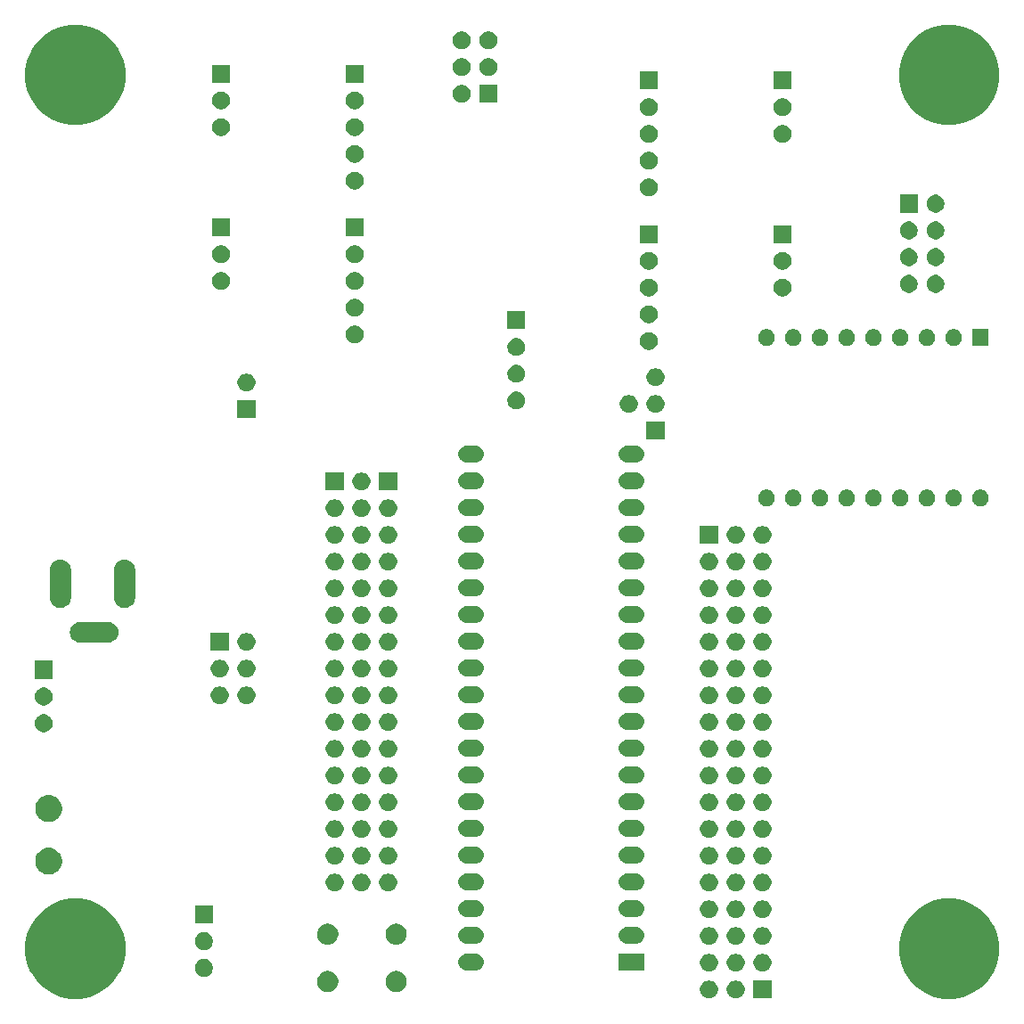
<source format=gbr>
G04 #@! TF.GenerationSoftware,KiCad,Pcbnew,(5.1.5)-3*
G04 #@! TF.CreationDate,2021-01-31T07:28:21-05:00*
G04 #@! TF.ProjectId,Black-Pill-Board,426c6163-6b2d-4506-996c-6c2d426f6172,2*
G04 #@! TF.SameCoordinates,Original*
G04 #@! TF.FileFunction,Soldermask,Bot*
G04 #@! TF.FilePolarity,Negative*
%FSLAX46Y46*%
G04 Gerber Fmt 4.6, Leading zero omitted, Abs format (unit mm)*
G04 Created by KiCad (PCBNEW (5.1.5)-3) date 2021-01-31 07:28:21*
%MOMM*%
%LPD*%
G04 APERTURE LIST*
%ADD10C,0.150000*%
G04 APERTURE END LIST*
D10*
G36*
X100389169Y-94420519D02*
G01*
X101255888Y-94779526D01*
X101255890Y-94779527D01*
X102035917Y-95300724D01*
X102699276Y-95964083D01*
X103205573Y-96721811D01*
X103220474Y-96744112D01*
X103579481Y-97610831D01*
X103762500Y-98530933D01*
X103762500Y-99469067D01*
X103579481Y-100389169D01*
X103237317Y-101215226D01*
X103220473Y-101255890D01*
X102699276Y-102035917D01*
X102035917Y-102699276D01*
X101255890Y-103220473D01*
X101255889Y-103220474D01*
X101255888Y-103220474D01*
X100389169Y-103579481D01*
X99469067Y-103762500D01*
X98530933Y-103762500D01*
X97610831Y-103579481D01*
X96744112Y-103220474D01*
X96744111Y-103220474D01*
X96744110Y-103220473D01*
X95964083Y-102699276D01*
X95300724Y-102035917D01*
X94779527Y-101255890D01*
X94762683Y-101215226D01*
X94420519Y-100389169D01*
X94237500Y-99469067D01*
X94237500Y-98530933D01*
X94420519Y-97610831D01*
X94779526Y-96744112D01*
X94794427Y-96721811D01*
X95300724Y-95964083D01*
X95964083Y-95300724D01*
X96744110Y-94779527D01*
X96744112Y-94779526D01*
X97610831Y-94420519D01*
X98530933Y-94237500D01*
X99469067Y-94237500D01*
X100389169Y-94420519D01*
G37*
G36*
X17389169Y-94420519D02*
G01*
X18255888Y-94779526D01*
X18255890Y-94779527D01*
X19035917Y-95300724D01*
X19699276Y-95964083D01*
X20205573Y-96721811D01*
X20220474Y-96744112D01*
X20579481Y-97610831D01*
X20762500Y-98530933D01*
X20762500Y-99469067D01*
X20579481Y-100389169D01*
X20237317Y-101215226D01*
X20220473Y-101255890D01*
X19699276Y-102035917D01*
X19035917Y-102699276D01*
X18255890Y-103220473D01*
X18255889Y-103220474D01*
X18255888Y-103220474D01*
X17389169Y-103579481D01*
X16469067Y-103762500D01*
X15530933Y-103762500D01*
X14610831Y-103579481D01*
X13744112Y-103220474D01*
X13744111Y-103220474D01*
X13744110Y-103220473D01*
X12964083Y-102699276D01*
X12300724Y-102035917D01*
X11779527Y-101255890D01*
X11762683Y-101215226D01*
X11420519Y-100389169D01*
X11237500Y-99469067D01*
X11237500Y-98530933D01*
X11420519Y-97610831D01*
X11779526Y-96744112D01*
X11794427Y-96721811D01*
X12300724Y-95964083D01*
X12964083Y-95300724D01*
X13744110Y-94779527D01*
X13744112Y-94779526D01*
X14610831Y-94420519D01*
X15530933Y-94237500D01*
X16469067Y-94237500D01*
X17389169Y-94420519D01*
G37*
G36*
X76447935Y-102052664D02*
G01*
X76602624Y-102116739D01*
X76602626Y-102116740D01*
X76741844Y-102209762D01*
X76860238Y-102328156D01*
X76953260Y-102467374D01*
X76953261Y-102467376D01*
X77017336Y-102622065D01*
X77050000Y-102786281D01*
X77050000Y-102953719D01*
X77017336Y-103117935D01*
X76974863Y-103220473D01*
X76953260Y-103272626D01*
X76860238Y-103411844D01*
X76741844Y-103530238D01*
X76602626Y-103623260D01*
X76602625Y-103623261D01*
X76602624Y-103623261D01*
X76447935Y-103687336D01*
X76283719Y-103720000D01*
X76116281Y-103720000D01*
X75952065Y-103687336D01*
X75797376Y-103623261D01*
X75797375Y-103623261D01*
X75797374Y-103623260D01*
X75658156Y-103530238D01*
X75539762Y-103411844D01*
X75446740Y-103272626D01*
X75425137Y-103220473D01*
X75382664Y-103117935D01*
X75350000Y-102953719D01*
X75350000Y-102786281D01*
X75382664Y-102622065D01*
X75446739Y-102467376D01*
X75446740Y-102467374D01*
X75539762Y-102328156D01*
X75658156Y-102209762D01*
X75797374Y-102116740D01*
X75797376Y-102116739D01*
X75952065Y-102052664D01*
X76116281Y-102020000D01*
X76283719Y-102020000D01*
X76447935Y-102052664D01*
G37*
G36*
X82130000Y-103720000D02*
G01*
X80430000Y-103720000D01*
X80430000Y-102020000D01*
X82130000Y-102020000D01*
X82130000Y-103720000D01*
G37*
G36*
X78987935Y-102052664D02*
G01*
X79142624Y-102116739D01*
X79142626Y-102116740D01*
X79281844Y-102209762D01*
X79400238Y-102328156D01*
X79493260Y-102467374D01*
X79493261Y-102467376D01*
X79557336Y-102622065D01*
X79590000Y-102786281D01*
X79590000Y-102953719D01*
X79557336Y-103117935D01*
X79514863Y-103220473D01*
X79493260Y-103272626D01*
X79400238Y-103411844D01*
X79281844Y-103530238D01*
X79142626Y-103623260D01*
X79142625Y-103623261D01*
X79142624Y-103623261D01*
X78987935Y-103687336D01*
X78823719Y-103720000D01*
X78656281Y-103720000D01*
X78492065Y-103687336D01*
X78337376Y-103623261D01*
X78337375Y-103623261D01*
X78337374Y-103623260D01*
X78198156Y-103530238D01*
X78079762Y-103411844D01*
X77986740Y-103272626D01*
X77965137Y-103220473D01*
X77922664Y-103117935D01*
X77890000Y-102953719D01*
X77890000Y-102786281D01*
X77922664Y-102622065D01*
X77986739Y-102467376D01*
X77986740Y-102467374D01*
X78079762Y-102328156D01*
X78198156Y-102209762D01*
X78337374Y-102116740D01*
X78337376Y-102116739D01*
X78492065Y-102052664D01*
X78656281Y-102020000D01*
X78823719Y-102020000D01*
X78987935Y-102052664D01*
G37*
G36*
X46709290Y-101133619D02*
G01*
X46773689Y-101146429D01*
X46955678Y-101221811D01*
X47119463Y-101331249D01*
X47258751Y-101470537D01*
X47368189Y-101634322D01*
X47443571Y-101816311D01*
X47443571Y-101816312D01*
X47482000Y-102009507D01*
X47482000Y-102206493D01*
X47457800Y-102328156D01*
X47443571Y-102399689D01*
X47368189Y-102581678D01*
X47258751Y-102745463D01*
X47119463Y-102884751D01*
X46955678Y-102994189D01*
X46773689Y-103069571D01*
X46709290Y-103082381D01*
X46580493Y-103108000D01*
X46383507Y-103108000D01*
X46254710Y-103082381D01*
X46190311Y-103069571D01*
X46008322Y-102994189D01*
X45844537Y-102884751D01*
X45705249Y-102745463D01*
X45595811Y-102581678D01*
X45520429Y-102399689D01*
X45506200Y-102328156D01*
X45482000Y-102206493D01*
X45482000Y-102009507D01*
X45520429Y-101816312D01*
X45520429Y-101816311D01*
X45595811Y-101634322D01*
X45705249Y-101470537D01*
X45844537Y-101331249D01*
X46008322Y-101221811D01*
X46190311Y-101146429D01*
X46254710Y-101133619D01*
X46383507Y-101108000D01*
X46580493Y-101108000D01*
X46709290Y-101133619D01*
G37*
G36*
X40209290Y-101133619D02*
G01*
X40273689Y-101146429D01*
X40455678Y-101221811D01*
X40619463Y-101331249D01*
X40758751Y-101470537D01*
X40868189Y-101634322D01*
X40943571Y-101816311D01*
X40943571Y-101816312D01*
X40982000Y-102009507D01*
X40982000Y-102206493D01*
X40957800Y-102328156D01*
X40943571Y-102399689D01*
X40868189Y-102581678D01*
X40758751Y-102745463D01*
X40619463Y-102884751D01*
X40455678Y-102994189D01*
X40273689Y-103069571D01*
X40209290Y-103082381D01*
X40080493Y-103108000D01*
X39883507Y-103108000D01*
X39754710Y-103082381D01*
X39690311Y-103069571D01*
X39508322Y-102994189D01*
X39344537Y-102884751D01*
X39205249Y-102745463D01*
X39095811Y-102581678D01*
X39020429Y-102399689D01*
X39006200Y-102328156D01*
X38982000Y-102206493D01*
X38982000Y-102009507D01*
X39020429Y-101816312D01*
X39020429Y-101816311D01*
X39095811Y-101634322D01*
X39205249Y-101470537D01*
X39344537Y-101331249D01*
X39508322Y-101221811D01*
X39690311Y-101146429D01*
X39754710Y-101133619D01*
X39883507Y-101108000D01*
X40080493Y-101108000D01*
X40209290Y-101133619D01*
G37*
G36*
X28467335Y-99995264D02*
G01*
X28622024Y-100059339D01*
X28622026Y-100059340D01*
X28761244Y-100152362D01*
X28879638Y-100270756D01*
X28958759Y-100389170D01*
X28972661Y-100409976D01*
X29036736Y-100564665D01*
X29069400Y-100728881D01*
X29069400Y-100896319D01*
X29036736Y-101060535D01*
X29027322Y-101083261D01*
X28972660Y-101215226D01*
X28879638Y-101354444D01*
X28761244Y-101472838D01*
X28622026Y-101565860D01*
X28622025Y-101565861D01*
X28622024Y-101565861D01*
X28467335Y-101629936D01*
X28303119Y-101662600D01*
X28135681Y-101662600D01*
X27971465Y-101629936D01*
X27816776Y-101565861D01*
X27816775Y-101565861D01*
X27816774Y-101565860D01*
X27677556Y-101472838D01*
X27559162Y-101354444D01*
X27466140Y-101215226D01*
X27411478Y-101083261D01*
X27402064Y-101060535D01*
X27369400Y-100896319D01*
X27369400Y-100728881D01*
X27402064Y-100564665D01*
X27466139Y-100409976D01*
X27480041Y-100389170D01*
X27559162Y-100270756D01*
X27677556Y-100152362D01*
X27816774Y-100059340D01*
X27816776Y-100059339D01*
X27971465Y-99995264D01*
X28135681Y-99962600D01*
X28303119Y-99962600D01*
X28467335Y-99995264D01*
G37*
G36*
X76447935Y-99512664D02*
G01*
X76602624Y-99576739D01*
X76602626Y-99576740D01*
X76741844Y-99669762D01*
X76860238Y-99788156D01*
X76953260Y-99927374D01*
X76953261Y-99927376D01*
X77017336Y-100082065D01*
X77050000Y-100246281D01*
X77050000Y-100413719D01*
X77017336Y-100577935D01*
X76956169Y-100725604D01*
X76953260Y-100732626D01*
X76860238Y-100871844D01*
X76741844Y-100990238D01*
X76602626Y-101083260D01*
X76602625Y-101083261D01*
X76602624Y-101083261D01*
X76447935Y-101147336D01*
X76283719Y-101180000D01*
X76116281Y-101180000D01*
X75952065Y-101147336D01*
X75797376Y-101083261D01*
X75797375Y-101083261D01*
X75797374Y-101083260D01*
X75658156Y-100990238D01*
X75539762Y-100871844D01*
X75446740Y-100732626D01*
X75443831Y-100725604D01*
X75382664Y-100577935D01*
X75350000Y-100413719D01*
X75350000Y-100246281D01*
X75382664Y-100082065D01*
X75446739Y-99927376D01*
X75446740Y-99927374D01*
X75539762Y-99788156D01*
X75658156Y-99669762D01*
X75797374Y-99576740D01*
X75797376Y-99576739D01*
X75952065Y-99512664D01*
X76116281Y-99480000D01*
X76283719Y-99480000D01*
X76447935Y-99512664D01*
G37*
G36*
X78987935Y-99512664D02*
G01*
X79142624Y-99576739D01*
X79142626Y-99576740D01*
X79281844Y-99669762D01*
X79400238Y-99788156D01*
X79493260Y-99927374D01*
X79493261Y-99927376D01*
X79557336Y-100082065D01*
X79590000Y-100246281D01*
X79590000Y-100413719D01*
X79557336Y-100577935D01*
X79496169Y-100725604D01*
X79493260Y-100732626D01*
X79400238Y-100871844D01*
X79281844Y-100990238D01*
X79142626Y-101083260D01*
X79142625Y-101083261D01*
X79142624Y-101083261D01*
X78987935Y-101147336D01*
X78823719Y-101180000D01*
X78656281Y-101180000D01*
X78492065Y-101147336D01*
X78337376Y-101083261D01*
X78337375Y-101083261D01*
X78337374Y-101083260D01*
X78198156Y-100990238D01*
X78079762Y-100871844D01*
X77986740Y-100732626D01*
X77983831Y-100725604D01*
X77922664Y-100577935D01*
X77890000Y-100413719D01*
X77890000Y-100246281D01*
X77922664Y-100082065D01*
X77986739Y-99927376D01*
X77986740Y-99927374D01*
X78079762Y-99788156D01*
X78198156Y-99669762D01*
X78337374Y-99576740D01*
X78337376Y-99576739D01*
X78492065Y-99512664D01*
X78656281Y-99480000D01*
X78823719Y-99480000D01*
X78987935Y-99512664D01*
G37*
G36*
X81527935Y-99512664D02*
G01*
X81682624Y-99576739D01*
X81682626Y-99576740D01*
X81821844Y-99669762D01*
X81940238Y-99788156D01*
X82033260Y-99927374D01*
X82033261Y-99927376D01*
X82097336Y-100082065D01*
X82130000Y-100246281D01*
X82130000Y-100413719D01*
X82097336Y-100577935D01*
X82036169Y-100725604D01*
X82033260Y-100732626D01*
X81940238Y-100871844D01*
X81821844Y-100990238D01*
X81682626Y-101083260D01*
X81682625Y-101083261D01*
X81682624Y-101083261D01*
X81527935Y-101147336D01*
X81363719Y-101180000D01*
X81196281Y-101180000D01*
X81032065Y-101147336D01*
X80877376Y-101083261D01*
X80877375Y-101083261D01*
X80877374Y-101083260D01*
X80738156Y-100990238D01*
X80619762Y-100871844D01*
X80526740Y-100732626D01*
X80523831Y-100725604D01*
X80462664Y-100577935D01*
X80430000Y-100413719D01*
X80430000Y-100246281D01*
X80462664Y-100082065D01*
X80526739Y-99927376D01*
X80526740Y-99927374D01*
X80619762Y-99788156D01*
X80738156Y-99669762D01*
X80877374Y-99576740D01*
X80877376Y-99576739D01*
X81032065Y-99512664D01*
X81196281Y-99480000D01*
X81363719Y-99480000D01*
X81527935Y-99512664D01*
G37*
G36*
X70032999Y-101078999D02*
G01*
X67632999Y-101078999D01*
X67632999Y-99478999D01*
X70032999Y-99478999D01*
X70032999Y-101078999D01*
G37*
G36*
X54071470Y-99482858D02*
G01*
X54149826Y-99490575D01*
X54300627Y-99536320D01*
X54300629Y-99536321D01*
X54439604Y-99610605D01*
X54439606Y-99610606D01*
X54439605Y-99610606D01*
X54561421Y-99710577D01*
X54661392Y-99832393D01*
X54735678Y-99971371D01*
X54781423Y-100122172D01*
X54796869Y-100278999D01*
X54781423Y-100435826D01*
X54738314Y-100577936D01*
X54735677Y-100586629D01*
X54661393Y-100725604D01*
X54561421Y-100847421D01*
X54439604Y-100947393D01*
X54359447Y-100990238D01*
X54300627Y-101021678D01*
X54149826Y-101067423D01*
X54071470Y-101075140D01*
X54032293Y-101078999D01*
X53153705Y-101078999D01*
X53114528Y-101075140D01*
X53036172Y-101067423D01*
X52885371Y-101021678D01*
X52826551Y-100990238D01*
X52746394Y-100947393D01*
X52624577Y-100847421D01*
X52524605Y-100725604D01*
X52450321Y-100586629D01*
X52447684Y-100577936D01*
X52404575Y-100435826D01*
X52389129Y-100278999D01*
X52404575Y-100122172D01*
X52450320Y-99971371D01*
X52524606Y-99832393D01*
X52624577Y-99710577D01*
X52746393Y-99610606D01*
X52746392Y-99610606D01*
X52746394Y-99610605D01*
X52885369Y-99536321D01*
X52885371Y-99536320D01*
X53036172Y-99490575D01*
X53114528Y-99482858D01*
X53153705Y-99478999D01*
X54032293Y-99478999D01*
X54071470Y-99482858D01*
G37*
G36*
X28467335Y-97455264D02*
G01*
X28622024Y-97519339D01*
X28622026Y-97519340D01*
X28761244Y-97612362D01*
X28879638Y-97730756D01*
X28972660Y-97869974D01*
X28972661Y-97869976D01*
X29036736Y-98024665D01*
X29069400Y-98188881D01*
X29069400Y-98356319D01*
X29036736Y-98520535D01*
X29027322Y-98543261D01*
X28972660Y-98675226D01*
X28879638Y-98814444D01*
X28761244Y-98932838D01*
X28622026Y-99025860D01*
X28622025Y-99025861D01*
X28622024Y-99025861D01*
X28467335Y-99089936D01*
X28303119Y-99122600D01*
X28135681Y-99122600D01*
X27971465Y-99089936D01*
X27816776Y-99025861D01*
X27816775Y-99025861D01*
X27816774Y-99025860D01*
X27677556Y-98932838D01*
X27559162Y-98814444D01*
X27466140Y-98675226D01*
X27411478Y-98543261D01*
X27402064Y-98520535D01*
X27369400Y-98356319D01*
X27369400Y-98188881D01*
X27402064Y-98024665D01*
X27466139Y-97869976D01*
X27466140Y-97869974D01*
X27559162Y-97730756D01*
X27677556Y-97612362D01*
X27816774Y-97519340D01*
X27816776Y-97519339D01*
X27971465Y-97455264D01*
X28135681Y-97422600D01*
X28303119Y-97422600D01*
X28467335Y-97455264D01*
G37*
G36*
X78987935Y-96972664D02*
G01*
X79142624Y-97036739D01*
X79142626Y-97036740D01*
X79281844Y-97129762D01*
X79400238Y-97248156D01*
X79445777Y-97316311D01*
X79493261Y-97387376D01*
X79557336Y-97542065D01*
X79590000Y-97706281D01*
X79590000Y-97873719D01*
X79557336Y-98037935D01*
X79496169Y-98185604D01*
X79493260Y-98192626D01*
X79400238Y-98331844D01*
X79281844Y-98450238D01*
X79142626Y-98543260D01*
X79142625Y-98543261D01*
X79142624Y-98543261D01*
X78987935Y-98607336D01*
X78823719Y-98640000D01*
X78656281Y-98640000D01*
X78492065Y-98607336D01*
X78337376Y-98543261D01*
X78337375Y-98543261D01*
X78337374Y-98543260D01*
X78198156Y-98450238D01*
X78079762Y-98331844D01*
X77986740Y-98192626D01*
X77983831Y-98185604D01*
X77922664Y-98037935D01*
X77890000Y-97873719D01*
X77890000Y-97706281D01*
X77922664Y-97542065D01*
X77986739Y-97387376D01*
X78034223Y-97316311D01*
X78079762Y-97248156D01*
X78198156Y-97129762D01*
X78337374Y-97036740D01*
X78337376Y-97036739D01*
X78492065Y-96972664D01*
X78656281Y-96940000D01*
X78823719Y-96940000D01*
X78987935Y-96972664D01*
G37*
G36*
X76447935Y-96972664D02*
G01*
X76602624Y-97036739D01*
X76602626Y-97036740D01*
X76741844Y-97129762D01*
X76860238Y-97248156D01*
X76905777Y-97316311D01*
X76953261Y-97387376D01*
X77017336Y-97542065D01*
X77050000Y-97706281D01*
X77050000Y-97873719D01*
X77017336Y-98037935D01*
X76956169Y-98185604D01*
X76953260Y-98192626D01*
X76860238Y-98331844D01*
X76741844Y-98450238D01*
X76602626Y-98543260D01*
X76602625Y-98543261D01*
X76602624Y-98543261D01*
X76447935Y-98607336D01*
X76283719Y-98640000D01*
X76116281Y-98640000D01*
X75952065Y-98607336D01*
X75797376Y-98543261D01*
X75797375Y-98543261D01*
X75797374Y-98543260D01*
X75658156Y-98450238D01*
X75539762Y-98331844D01*
X75446740Y-98192626D01*
X75443831Y-98185604D01*
X75382664Y-98037935D01*
X75350000Y-97873719D01*
X75350000Y-97706281D01*
X75382664Y-97542065D01*
X75446739Y-97387376D01*
X75494223Y-97316311D01*
X75539762Y-97248156D01*
X75658156Y-97129762D01*
X75797374Y-97036740D01*
X75797376Y-97036739D01*
X75952065Y-96972664D01*
X76116281Y-96940000D01*
X76283719Y-96940000D01*
X76447935Y-96972664D01*
G37*
G36*
X81527935Y-96972664D02*
G01*
X81682624Y-97036739D01*
X81682626Y-97036740D01*
X81821844Y-97129762D01*
X81940238Y-97248156D01*
X81985777Y-97316311D01*
X82033261Y-97387376D01*
X82097336Y-97542065D01*
X82130000Y-97706281D01*
X82130000Y-97873719D01*
X82097336Y-98037935D01*
X82036169Y-98185604D01*
X82033260Y-98192626D01*
X81940238Y-98331844D01*
X81821844Y-98450238D01*
X81682626Y-98543260D01*
X81682625Y-98543261D01*
X81682624Y-98543261D01*
X81527935Y-98607336D01*
X81363719Y-98640000D01*
X81196281Y-98640000D01*
X81032065Y-98607336D01*
X80877376Y-98543261D01*
X80877375Y-98543261D01*
X80877374Y-98543260D01*
X80738156Y-98450238D01*
X80619762Y-98331844D01*
X80526740Y-98192626D01*
X80523831Y-98185604D01*
X80462664Y-98037935D01*
X80430000Y-97873719D01*
X80430000Y-97706281D01*
X80462664Y-97542065D01*
X80526739Y-97387376D01*
X80574223Y-97316311D01*
X80619762Y-97248156D01*
X80738156Y-97129762D01*
X80877374Y-97036740D01*
X80877376Y-97036739D01*
X81032065Y-96972664D01*
X81196281Y-96940000D01*
X81363719Y-96940000D01*
X81527935Y-96972664D01*
G37*
G36*
X40209290Y-96633619D02*
G01*
X40273689Y-96646429D01*
X40455678Y-96721811D01*
X40619463Y-96831249D01*
X40758751Y-96970537D01*
X40868189Y-97134322D01*
X40933664Y-97292394D01*
X40943571Y-97316312D01*
X40982000Y-97509507D01*
X40982000Y-97706493D01*
X40975534Y-97738999D01*
X40943571Y-97899689D01*
X40868189Y-98081678D01*
X40758751Y-98245463D01*
X40619463Y-98384751D01*
X40455678Y-98494189D01*
X40273689Y-98569571D01*
X40209290Y-98582381D01*
X40080493Y-98608000D01*
X39883507Y-98608000D01*
X39754710Y-98582381D01*
X39690311Y-98569571D01*
X39508322Y-98494189D01*
X39344537Y-98384751D01*
X39205249Y-98245463D01*
X39095811Y-98081678D01*
X39020429Y-97899689D01*
X38988466Y-97738999D01*
X38982000Y-97706493D01*
X38982000Y-97509507D01*
X39020429Y-97316312D01*
X39030336Y-97292394D01*
X39095811Y-97134322D01*
X39205249Y-96970537D01*
X39344537Y-96831249D01*
X39508322Y-96721811D01*
X39690311Y-96646429D01*
X39754710Y-96633619D01*
X39883507Y-96608000D01*
X40080493Y-96608000D01*
X40209290Y-96633619D01*
G37*
G36*
X46709290Y-96633619D02*
G01*
X46773689Y-96646429D01*
X46955678Y-96721811D01*
X47119463Y-96831249D01*
X47258751Y-96970537D01*
X47368189Y-97134322D01*
X47433664Y-97292394D01*
X47443571Y-97316312D01*
X47482000Y-97509507D01*
X47482000Y-97706493D01*
X47475534Y-97738999D01*
X47443571Y-97899689D01*
X47368189Y-98081678D01*
X47258751Y-98245463D01*
X47119463Y-98384751D01*
X46955678Y-98494189D01*
X46773689Y-98569571D01*
X46709290Y-98582381D01*
X46580493Y-98608000D01*
X46383507Y-98608000D01*
X46254710Y-98582381D01*
X46190311Y-98569571D01*
X46008322Y-98494189D01*
X45844537Y-98384751D01*
X45705249Y-98245463D01*
X45595811Y-98081678D01*
X45520429Y-97899689D01*
X45488466Y-97738999D01*
X45482000Y-97706493D01*
X45482000Y-97509507D01*
X45520429Y-97316312D01*
X45530336Y-97292394D01*
X45595811Y-97134322D01*
X45705249Y-96970537D01*
X45844537Y-96831249D01*
X46008322Y-96721811D01*
X46190311Y-96646429D01*
X46254710Y-96633619D01*
X46383507Y-96608000D01*
X46580493Y-96608000D01*
X46709290Y-96633619D01*
G37*
G36*
X69311470Y-96942858D02*
G01*
X69389826Y-96950575D01*
X69540627Y-96996320D01*
X69540629Y-96996321D01*
X69679604Y-97070605D01*
X69679606Y-97070606D01*
X69679605Y-97070606D01*
X69801421Y-97170577D01*
X69901392Y-97292393D01*
X69975678Y-97431371D01*
X70021423Y-97582172D01*
X70036869Y-97738999D01*
X70021423Y-97895826D01*
X69978314Y-98037936D01*
X69975677Y-98046629D01*
X69901393Y-98185604D01*
X69801421Y-98307421D01*
X69679604Y-98407393D01*
X69599447Y-98450238D01*
X69540627Y-98481678D01*
X69389826Y-98527423D01*
X69311470Y-98535140D01*
X69272293Y-98538999D01*
X68393705Y-98538999D01*
X68354528Y-98535140D01*
X68276172Y-98527423D01*
X68125371Y-98481678D01*
X68066551Y-98450238D01*
X67986394Y-98407393D01*
X67864577Y-98307421D01*
X67764605Y-98185604D01*
X67690321Y-98046629D01*
X67687684Y-98037936D01*
X67644575Y-97895826D01*
X67629129Y-97738999D01*
X67644575Y-97582172D01*
X67690320Y-97431371D01*
X67764606Y-97292393D01*
X67864577Y-97170577D01*
X67986393Y-97070606D01*
X67986392Y-97070606D01*
X67986394Y-97070605D01*
X68125369Y-96996321D01*
X68125371Y-96996320D01*
X68276172Y-96950575D01*
X68354528Y-96942858D01*
X68393705Y-96938999D01*
X69272293Y-96938999D01*
X69311470Y-96942858D01*
G37*
G36*
X54071470Y-96942858D02*
G01*
X54149826Y-96950575D01*
X54300627Y-96996320D01*
X54300629Y-96996321D01*
X54439604Y-97070605D01*
X54439606Y-97070606D01*
X54439605Y-97070606D01*
X54561421Y-97170577D01*
X54661392Y-97292393D01*
X54735678Y-97431371D01*
X54781423Y-97582172D01*
X54796869Y-97738999D01*
X54781423Y-97895826D01*
X54738314Y-98037936D01*
X54735677Y-98046629D01*
X54661393Y-98185604D01*
X54561421Y-98307421D01*
X54439604Y-98407393D01*
X54359447Y-98450238D01*
X54300627Y-98481678D01*
X54149826Y-98527423D01*
X54071470Y-98535140D01*
X54032293Y-98538999D01*
X53153705Y-98538999D01*
X53114528Y-98535140D01*
X53036172Y-98527423D01*
X52885371Y-98481678D01*
X52826551Y-98450238D01*
X52746394Y-98407393D01*
X52624577Y-98307421D01*
X52524605Y-98185604D01*
X52450321Y-98046629D01*
X52447684Y-98037936D01*
X52404575Y-97895826D01*
X52389129Y-97738999D01*
X52404575Y-97582172D01*
X52450320Y-97431371D01*
X52524606Y-97292393D01*
X52624577Y-97170577D01*
X52746393Y-97070606D01*
X52746392Y-97070606D01*
X52746394Y-97070605D01*
X52885369Y-96996321D01*
X52885371Y-96996320D01*
X53036172Y-96950575D01*
X53114528Y-96942858D01*
X53153705Y-96938999D01*
X54032293Y-96938999D01*
X54071470Y-96942858D01*
G37*
G36*
X29069400Y-96582600D02*
G01*
X27369400Y-96582600D01*
X27369400Y-94882600D01*
X29069400Y-94882600D01*
X29069400Y-96582600D01*
G37*
G36*
X78987935Y-94432664D02*
G01*
X79142624Y-94496739D01*
X79142626Y-94496740D01*
X79281844Y-94589762D01*
X79400238Y-94708156D01*
X79447926Y-94779527D01*
X79493261Y-94847376D01*
X79557336Y-95002065D01*
X79590000Y-95166281D01*
X79590000Y-95333719D01*
X79557336Y-95497935D01*
X79496169Y-95645604D01*
X79493260Y-95652626D01*
X79400238Y-95791844D01*
X79281844Y-95910238D01*
X79142626Y-96003260D01*
X79142625Y-96003261D01*
X79142624Y-96003261D01*
X78987935Y-96067336D01*
X78823719Y-96100000D01*
X78656281Y-96100000D01*
X78492065Y-96067336D01*
X78337376Y-96003261D01*
X78337375Y-96003261D01*
X78337374Y-96003260D01*
X78198156Y-95910238D01*
X78079762Y-95791844D01*
X77986740Y-95652626D01*
X77983831Y-95645604D01*
X77922664Y-95497935D01*
X77890000Y-95333719D01*
X77890000Y-95166281D01*
X77922664Y-95002065D01*
X77986739Y-94847376D01*
X78032074Y-94779527D01*
X78079762Y-94708156D01*
X78198156Y-94589762D01*
X78337374Y-94496740D01*
X78337376Y-94496739D01*
X78492065Y-94432664D01*
X78656281Y-94400000D01*
X78823719Y-94400000D01*
X78987935Y-94432664D01*
G37*
G36*
X81527935Y-94432664D02*
G01*
X81682624Y-94496739D01*
X81682626Y-94496740D01*
X81821844Y-94589762D01*
X81940238Y-94708156D01*
X81987926Y-94779527D01*
X82033261Y-94847376D01*
X82097336Y-95002065D01*
X82130000Y-95166281D01*
X82130000Y-95333719D01*
X82097336Y-95497935D01*
X82036169Y-95645604D01*
X82033260Y-95652626D01*
X81940238Y-95791844D01*
X81821844Y-95910238D01*
X81682626Y-96003260D01*
X81682625Y-96003261D01*
X81682624Y-96003261D01*
X81527935Y-96067336D01*
X81363719Y-96100000D01*
X81196281Y-96100000D01*
X81032065Y-96067336D01*
X80877376Y-96003261D01*
X80877375Y-96003261D01*
X80877374Y-96003260D01*
X80738156Y-95910238D01*
X80619762Y-95791844D01*
X80526740Y-95652626D01*
X80523831Y-95645604D01*
X80462664Y-95497935D01*
X80430000Y-95333719D01*
X80430000Y-95166281D01*
X80462664Y-95002065D01*
X80526739Y-94847376D01*
X80572074Y-94779527D01*
X80619762Y-94708156D01*
X80738156Y-94589762D01*
X80877374Y-94496740D01*
X80877376Y-94496739D01*
X81032065Y-94432664D01*
X81196281Y-94400000D01*
X81363719Y-94400000D01*
X81527935Y-94432664D01*
G37*
G36*
X76447935Y-94432664D02*
G01*
X76602624Y-94496739D01*
X76602626Y-94496740D01*
X76741844Y-94589762D01*
X76860238Y-94708156D01*
X76907926Y-94779527D01*
X76953261Y-94847376D01*
X77017336Y-95002065D01*
X77050000Y-95166281D01*
X77050000Y-95333719D01*
X77017336Y-95497935D01*
X76956169Y-95645604D01*
X76953260Y-95652626D01*
X76860238Y-95791844D01*
X76741844Y-95910238D01*
X76602626Y-96003260D01*
X76602625Y-96003261D01*
X76602624Y-96003261D01*
X76447935Y-96067336D01*
X76283719Y-96100000D01*
X76116281Y-96100000D01*
X75952065Y-96067336D01*
X75797376Y-96003261D01*
X75797375Y-96003261D01*
X75797374Y-96003260D01*
X75658156Y-95910238D01*
X75539762Y-95791844D01*
X75446740Y-95652626D01*
X75443831Y-95645604D01*
X75382664Y-95497935D01*
X75350000Y-95333719D01*
X75350000Y-95166281D01*
X75382664Y-95002065D01*
X75446739Y-94847376D01*
X75492074Y-94779527D01*
X75539762Y-94708156D01*
X75658156Y-94589762D01*
X75797374Y-94496740D01*
X75797376Y-94496739D01*
X75952065Y-94432664D01*
X76116281Y-94400000D01*
X76283719Y-94400000D01*
X76447935Y-94432664D01*
G37*
G36*
X69311470Y-94402858D02*
G01*
X69389826Y-94410575D01*
X69540627Y-94456320D01*
X69540629Y-94456321D01*
X69679604Y-94530605D01*
X69679606Y-94530606D01*
X69679605Y-94530606D01*
X69801421Y-94630577D01*
X69901392Y-94752393D01*
X69975678Y-94891371D01*
X70021423Y-95042172D01*
X70036869Y-95198999D01*
X70021423Y-95355826D01*
X69978314Y-95497936D01*
X69975677Y-95506629D01*
X69901393Y-95645604D01*
X69801421Y-95767421D01*
X69679604Y-95867393D01*
X69599447Y-95910238D01*
X69540627Y-95941678D01*
X69389826Y-95987423D01*
X69311470Y-95995140D01*
X69272293Y-95998999D01*
X68393705Y-95998999D01*
X68354528Y-95995140D01*
X68276172Y-95987423D01*
X68125371Y-95941678D01*
X68066551Y-95910238D01*
X67986394Y-95867393D01*
X67864577Y-95767421D01*
X67764605Y-95645604D01*
X67690321Y-95506629D01*
X67687684Y-95497936D01*
X67644575Y-95355826D01*
X67629129Y-95198999D01*
X67644575Y-95042172D01*
X67690320Y-94891371D01*
X67764606Y-94752393D01*
X67864577Y-94630577D01*
X67986393Y-94530606D01*
X67986392Y-94530606D01*
X67986394Y-94530605D01*
X68125369Y-94456321D01*
X68125371Y-94456320D01*
X68276172Y-94410575D01*
X68354528Y-94402858D01*
X68393705Y-94398999D01*
X69272293Y-94398999D01*
X69311470Y-94402858D01*
G37*
G36*
X54071470Y-94402858D02*
G01*
X54149826Y-94410575D01*
X54300627Y-94456320D01*
X54300629Y-94456321D01*
X54439604Y-94530605D01*
X54439606Y-94530606D01*
X54439605Y-94530606D01*
X54561421Y-94630577D01*
X54661392Y-94752393D01*
X54735678Y-94891371D01*
X54781423Y-95042172D01*
X54796869Y-95198999D01*
X54781423Y-95355826D01*
X54738314Y-95497936D01*
X54735677Y-95506629D01*
X54661393Y-95645604D01*
X54561421Y-95767421D01*
X54439604Y-95867393D01*
X54359447Y-95910238D01*
X54300627Y-95941678D01*
X54149826Y-95987423D01*
X54071470Y-95995140D01*
X54032293Y-95998999D01*
X53153705Y-95998999D01*
X53114528Y-95995140D01*
X53036172Y-95987423D01*
X52885371Y-95941678D01*
X52826551Y-95910238D01*
X52746394Y-95867393D01*
X52624577Y-95767421D01*
X52524605Y-95645604D01*
X52450321Y-95506629D01*
X52447684Y-95497936D01*
X52404575Y-95355826D01*
X52389129Y-95198999D01*
X52404575Y-95042172D01*
X52450320Y-94891371D01*
X52524606Y-94752393D01*
X52624577Y-94630577D01*
X52746393Y-94530606D01*
X52746392Y-94530606D01*
X52746394Y-94530605D01*
X52885369Y-94456321D01*
X52885371Y-94456320D01*
X53036172Y-94410575D01*
X53114528Y-94402858D01*
X53153705Y-94398999D01*
X54032293Y-94398999D01*
X54071470Y-94402858D01*
G37*
G36*
X81527935Y-91892664D02*
G01*
X81661526Y-91948000D01*
X81682626Y-91956740D01*
X81821844Y-92049762D01*
X81940238Y-92168156D01*
X82033260Y-92307374D01*
X82033261Y-92307376D01*
X82097336Y-92462065D01*
X82130000Y-92626281D01*
X82130000Y-92793719D01*
X82097336Y-92957935D01*
X82036169Y-93105604D01*
X82033260Y-93112626D01*
X81940238Y-93251844D01*
X81821844Y-93370238D01*
X81682626Y-93463260D01*
X81682625Y-93463261D01*
X81682624Y-93463261D01*
X81527935Y-93527336D01*
X81363719Y-93560000D01*
X81196281Y-93560000D01*
X81032065Y-93527336D01*
X80877376Y-93463261D01*
X80877375Y-93463261D01*
X80877374Y-93463260D01*
X80738156Y-93370238D01*
X80619762Y-93251844D01*
X80526740Y-93112626D01*
X80523831Y-93105604D01*
X80462664Y-92957935D01*
X80430000Y-92793719D01*
X80430000Y-92626281D01*
X80462664Y-92462065D01*
X80526739Y-92307376D01*
X80526740Y-92307374D01*
X80619762Y-92168156D01*
X80738156Y-92049762D01*
X80877374Y-91956740D01*
X80898474Y-91948000D01*
X81032065Y-91892664D01*
X81196281Y-91860000D01*
X81363719Y-91860000D01*
X81527935Y-91892664D01*
G37*
G36*
X45967935Y-91892664D02*
G01*
X46101526Y-91948000D01*
X46122626Y-91956740D01*
X46261844Y-92049762D01*
X46380238Y-92168156D01*
X46473260Y-92307374D01*
X46473261Y-92307376D01*
X46537336Y-92462065D01*
X46570000Y-92626281D01*
X46570000Y-92793719D01*
X46537336Y-92957935D01*
X46476169Y-93105604D01*
X46473260Y-93112626D01*
X46380238Y-93251844D01*
X46261844Y-93370238D01*
X46122626Y-93463260D01*
X46122625Y-93463261D01*
X46122624Y-93463261D01*
X45967935Y-93527336D01*
X45803719Y-93560000D01*
X45636281Y-93560000D01*
X45472065Y-93527336D01*
X45317376Y-93463261D01*
X45317375Y-93463261D01*
X45317374Y-93463260D01*
X45178156Y-93370238D01*
X45059762Y-93251844D01*
X44966740Y-93112626D01*
X44963831Y-93105604D01*
X44902664Y-92957935D01*
X44870000Y-92793719D01*
X44870000Y-92626281D01*
X44902664Y-92462065D01*
X44966739Y-92307376D01*
X44966740Y-92307374D01*
X45059762Y-92168156D01*
X45178156Y-92049762D01*
X45317374Y-91956740D01*
X45338474Y-91948000D01*
X45472065Y-91892664D01*
X45636281Y-91860000D01*
X45803719Y-91860000D01*
X45967935Y-91892664D01*
G37*
G36*
X78987935Y-91892664D02*
G01*
X79121526Y-91948000D01*
X79142626Y-91956740D01*
X79281844Y-92049762D01*
X79400238Y-92168156D01*
X79493260Y-92307374D01*
X79493261Y-92307376D01*
X79557336Y-92462065D01*
X79590000Y-92626281D01*
X79590000Y-92793719D01*
X79557336Y-92957935D01*
X79496169Y-93105604D01*
X79493260Y-93112626D01*
X79400238Y-93251844D01*
X79281844Y-93370238D01*
X79142626Y-93463260D01*
X79142625Y-93463261D01*
X79142624Y-93463261D01*
X78987935Y-93527336D01*
X78823719Y-93560000D01*
X78656281Y-93560000D01*
X78492065Y-93527336D01*
X78337376Y-93463261D01*
X78337375Y-93463261D01*
X78337374Y-93463260D01*
X78198156Y-93370238D01*
X78079762Y-93251844D01*
X77986740Y-93112626D01*
X77983831Y-93105604D01*
X77922664Y-92957935D01*
X77890000Y-92793719D01*
X77890000Y-92626281D01*
X77922664Y-92462065D01*
X77986739Y-92307376D01*
X77986740Y-92307374D01*
X78079762Y-92168156D01*
X78198156Y-92049762D01*
X78337374Y-91956740D01*
X78358474Y-91948000D01*
X78492065Y-91892664D01*
X78656281Y-91860000D01*
X78823719Y-91860000D01*
X78987935Y-91892664D01*
G37*
G36*
X40887935Y-91892664D02*
G01*
X41021526Y-91948000D01*
X41042626Y-91956740D01*
X41181844Y-92049762D01*
X41300238Y-92168156D01*
X41393260Y-92307374D01*
X41393261Y-92307376D01*
X41457336Y-92462065D01*
X41490000Y-92626281D01*
X41490000Y-92793719D01*
X41457336Y-92957935D01*
X41396169Y-93105604D01*
X41393260Y-93112626D01*
X41300238Y-93251844D01*
X41181844Y-93370238D01*
X41042626Y-93463260D01*
X41042625Y-93463261D01*
X41042624Y-93463261D01*
X40887935Y-93527336D01*
X40723719Y-93560000D01*
X40556281Y-93560000D01*
X40392065Y-93527336D01*
X40237376Y-93463261D01*
X40237375Y-93463261D01*
X40237374Y-93463260D01*
X40098156Y-93370238D01*
X39979762Y-93251844D01*
X39886740Y-93112626D01*
X39883831Y-93105604D01*
X39822664Y-92957935D01*
X39790000Y-92793719D01*
X39790000Y-92626281D01*
X39822664Y-92462065D01*
X39886739Y-92307376D01*
X39886740Y-92307374D01*
X39979762Y-92168156D01*
X40098156Y-92049762D01*
X40237374Y-91956740D01*
X40258474Y-91948000D01*
X40392065Y-91892664D01*
X40556281Y-91860000D01*
X40723719Y-91860000D01*
X40887935Y-91892664D01*
G37*
G36*
X43427935Y-91892664D02*
G01*
X43561526Y-91948000D01*
X43582626Y-91956740D01*
X43721844Y-92049762D01*
X43840238Y-92168156D01*
X43933260Y-92307374D01*
X43933261Y-92307376D01*
X43997336Y-92462065D01*
X44030000Y-92626281D01*
X44030000Y-92793719D01*
X43997336Y-92957935D01*
X43936169Y-93105604D01*
X43933260Y-93112626D01*
X43840238Y-93251844D01*
X43721844Y-93370238D01*
X43582626Y-93463260D01*
X43582625Y-93463261D01*
X43582624Y-93463261D01*
X43427935Y-93527336D01*
X43263719Y-93560000D01*
X43096281Y-93560000D01*
X42932065Y-93527336D01*
X42777376Y-93463261D01*
X42777375Y-93463261D01*
X42777374Y-93463260D01*
X42638156Y-93370238D01*
X42519762Y-93251844D01*
X42426740Y-93112626D01*
X42423831Y-93105604D01*
X42362664Y-92957935D01*
X42330000Y-92793719D01*
X42330000Y-92626281D01*
X42362664Y-92462065D01*
X42426739Y-92307376D01*
X42426740Y-92307374D01*
X42519762Y-92168156D01*
X42638156Y-92049762D01*
X42777374Y-91956740D01*
X42798474Y-91948000D01*
X42932065Y-91892664D01*
X43096281Y-91860000D01*
X43263719Y-91860000D01*
X43427935Y-91892664D01*
G37*
G36*
X76447935Y-91892664D02*
G01*
X76581526Y-91948000D01*
X76602626Y-91956740D01*
X76741844Y-92049762D01*
X76860238Y-92168156D01*
X76953260Y-92307374D01*
X76953261Y-92307376D01*
X77017336Y-92462065D01*
X77050000Y-92626281D01*
X77050000Y-92793719D01*
X77017336Y-92957935D01*
X76956169Y-93105604D01*
X76953260Y-93112626D01*
X76860238Y-93251844D01*
X76741844Y-93370238D01*
X76602626Y-93463260D01*
X76602625Y-93463261D01*
X76602624Y-93463261D01*
X76447935Y-93527336D01*
X76283719Y-93560000D01*
X76116281Y-93560000D01*
X75952065Y-93527336D01*
X75797376Y-93463261D01*
X75797375Y-93463261D01*
X75797374Y-93463260D01*
X75658156Y-93370238D01*
X75539762Y-93251844D01*
X75446740Y-93112626D01*
X75443831Y-93105604D01*
X75382664Y-92957935D01*
X75350000Y-92793719D01*
X75350000Y-92626281D01*
X75382664Y-92462065D01*
X75446739Y-92307376D01*
X75446740Y-92307374D01*
X75539762Y-92168156D01*
X75658156Y-92049762D01*
X75797374Y-91956740D01*
X75818474Y-91948000D01*
X75952065Y-91892664D01*
X76116281Y-91860000D01*
X76283719Y-91860000D01*
X76447935Y-91892664D01*
G37*
G36*
X69311470Y-91862858D02*
G01*
X69389826Y-91870575D01*
X69540627Y-91916320D01*
X69540629Y-91916321D01*
X69679604Y-91990605D01*
X69679606Y-91990606D01*
X69679605Y-91990606D01*
X69801421Y-92090577D01*
X69901392Y-92212393D01*
X69975678Y-92351371D01*
X70021423Y-92502172D01*
X70036869Y-92658999D01*
X70021423Y-92815826D01*
X69978314Y-92957936D01*
X69975677Y-92966629D01*
X69901393Y-93105604D01*
X69801421Y-93227421D01*
X69679604Y-93327393D01*
X69599447Y-93370238D01*
X69540627Y-93401678D01*
X69389826Y-93447423D01*
X69311470Y-93455140D01*
X69272293Y-93458999D01*
X68393705Y-93458999D01*
X68354528Y-93455140D01*
X68276172Y-93447423D01*
X68125371Y-93401678D01*
X68066551Y-93370238D01*
X67986394Y-93327393D01*
X67864577Y-93227421D01*
X67764605Y-93105604D01*
X67690321Y-92966629D01*
X67687684Y-92957936D01*
X67644575Y-92815826D01*
X67629129Y-92658999D01*
X67644575Y-92502172D01*
X67690320Y-92351371D01*
X67764606Y-92212393D01*
X67864577Y-92090577D01*
X67986393Y-91990606D01*
X67986392Y-91990606D01*
X67986394Y-91990605D01*
X68125369Y-91916321D01*
X68125371Y-91916320D01*
X68276172Y-91870575D01*
X68354528Y-91862858D01*
X68393705Y-91858999D01*
X69272293Y-91858999D01*
X69311470Y-91862858D01*
G37*
G36*
X54071470Y-91862858D02*
G01*
X54149826Y-91870575D01*
X54300627Y-91916320D01*
X54300629Y-91916321D01*
X54439604Y-91990605D01*
X54439606Y-91990606D01*
X54439605Y-91990606D01*
X54561421Y-92090577D01*
X54661392Y-92212393D01*
X54735678Y-92351371D01*
X54781423Y-92502172D01*
X54796869Y-92658999D01*
X54781423Y-92815826D01*
X54738314Y-92957936D01*
X54735677Y-92966629D01*
X54661393Y-93105604D01*
X54561421Y-93227421D01*
X54439604Y-93327393D01*
X54359447Y-93370238D01*
X54300627Y-93401678D01*
X54149826Y-93447423D01*
X54071470Y-93455140D01*
X54032293Y-93458999D01*
X53153705Y-93458999D01*
X53114528Y-93455140D01*
X53036172Y-93447423D01*
X52885371Y-93401678D01*
X52826551Y-93370238D01*
X52746394Y-93327393D01*
X52624577Y-93227421D01*
X52524605Y-93105604D01*
X52450321Y-92966629D01*
X52447684Y-92957936D01*
X52404575Y-92815826D01*
X52389129Y-92658999D01*
X52404575Y-92502172D01*
X52450320Y-92351371D01*
X52524606Y-92212393D01*
X52624577Y-92090577D01*
X52746393Y-91990606D01*
X52746392Y-91990606D01*
X52746394Y-91990605D01*
X52885369Y-91916321D01*
X52885371Y-91916320D01*
X53036172Y-91870575D01*
X53114528Y-91862858D01*
X53153705Y-91858999D01*
X54032293Y-91858999D01*
X54071470Y-91862858D01*
G37*
G36*
X13709764Y-89432402D02*
G01*
X13832445Y-89456805D01*
X14063571Y-89552541D01*
X14168279Y-89622505D01*
X14271577Y-89691526D01*
X14448474Y-89868423D01*
X14484316Y-89922065D01*
X14587459Y-90076429D01*
X14683195Y-90307555D01*
X14732000Y-90552916D01*
X14732000Y-90803084D01*
X14683195Y-91048445D01*
X14587459Y-91279571D01*
X14448473Y-91487578D01*
X14271578Y-91664473D01*
X14063571Y-91803459D01*
X13832445Y-91899195D01*
X13746351Y-91916320D01*
X13587085Y-91948000D01*
X13336915Y-91948000D01*
X13177649Y-91916320D01*
X13091555Y-91899195D01*
X12860429Y-91803459D01*
X12652422Y-91664473D01*
X12475527Y-91487578D01*
X12336541Y-91279571D01*
X12240805Y-91048445D01*
X12192000Y-90803084D01*
X12192000Y-90552916D01*
X12240805Y-90307555D01*
X12336541Y-90076429D01*
X12439684Y-89922065D01*
X12475526Y-89868423D01*
X12652423Y-89691526D01*
X12755721Y-89622505D01*
X12860429Y-89552541D01*
X13091555Y-89456805D01*
X13214236Y-89432402D01*
X13336915Y-89408000D01*
X13587085Y-89408000D01*
X13709764Y-89432402D01*
G37*
G36*
X45967935Y-89352664D02*
G01*
X46101526Y-89408000D01*
X46122626Y-89416740D01*
X46261844Y-89509762D01*
X46380238Y-89628156D01*
X46473260Y-89767374D01*
X46473261Y-89767376D01*
X46537336Y-89922065D01*
X46570000Y-90086281D01*
X46570000Y-90253719D01*
X46537336Y-90417935D01*
X46481425Y-90552915D01*
X46473260Y-90572626D01*
X46380238Y-90711844D01*
X46261844Y-90830238D01*
X46122626Y-90923260D01*
X46122625Y-90923261D01*
X46122624Y-90923261D01*
X45967935Y-90987336D01*
X45803719Y-91020000D01*
X45636281Y-91020000D01*
X45472065Y-90987336D01*
X45317376Y-90923261D01*
X45317375Y-90923261D01*
X45317374Y-90923260D01*
X45178156Y-90830238D01*
X45059762Y-90711844D01*
X44966740Y-90572626D01*
X44958575Y-90552915D01*
X44902664Y-90417935D01*
X44870000Y-90253719D01*
X44870000Y-90086281D01*
X44902664Y-89922065D01*
X44966739Y-89767376D01*
X44966740Y-89767374D01*
X45059762Y-89628156D01*
X45178156Y-89509762D01*
X45317374Y-89416740D01*
X45338474Y-89408000D01*
X45472065Y-89352664D01*
X45636281Y-89320000D01*
X45803719Y-89320000D01*
X45967935Y-89352664D01*
G37*
G36*
X81527935Y-89352664D02*
G01*
X81661526Y-89408000D01*
X81682626Y-89416740D01*
X81821844Y-89509762D01*
X81940238Y-89628156D01*
X82033260Y-89767374D01*
X82033261Y-89767376D01*
X82097336Y-89922065D01*
X82130000Y-90086281D01*
X82130000Y-90253719D01*
X82097336Y-90417935D01*
X82041425Y-90552915D01*
X82033260Y-90572626D01*
X81940238Y-90711844D01*
X81821844Y-90830238D01*
X81682626Y-90923260D01*
X81682625Y-90923261D01*
X81682624Y-90923261D01*
X81527935Y-90987336D01*
X81363719Y-91020000D01*
X81196281Y-91020000D01*
X81032065Y-90987336D01*
X80877376Y-90923261D01*
X80877375Y-90923261D01*
X80877374Y-90923260D01*
X80738156Y-90830238D01*
X80619762Y-90711844D01*
X80526740Y-90572626D01*
X80518575Y-90552915D01*
X80462664Y-90417935D01*
X80430000Y-90253719D01*
X80430000Y-90086281D01*
X80462664Y-89922065D01*
X80526739Y-89767376D01*
X80526740Y-89767374D01*
X80619762Y-89628156D01*
X80738156Y-89509762D01*
X80877374Y-89416740D01*
X80898474Y-89408000D01*
X81032065Y-89352664D01*
X81196281Y-89320000D01*
X81363719Y-89320000D01*
X81527935Y-89352664D01*
G37*
G36*
X78987935Y-89352664D02*
G01*
X79121526Y-89408000D01*
X79142626Y-89416740D01*
X79281844Y-89509762D01*
X79400238Y-89628156D01*
X79493260Y-89767374D01*
X79493261Y-89767376D01*
X79557336Y-89922065D01*
X79590000Y-90086281D01*
X79590000Y-90253719D01*
X79557336Y-90417935D01*
X79501425Y-90552915D01*
X79493260Y-90572626D01*
X79400238Y-90711844D01*
X79281844Y-90830238D01*
X79142626Y-90923260D01*
X79142625Y-90923261D01*
X79142624Y-90923261D01*
X78987935Y-90987336D01*
X78823719Y-91020000D01*
X78656281Y-91020000D01*
X78492065Y-90987336D01*
X78337376Y-90923261D01*
X78337375Y-90923261D01*
X78337374Y-90923260D01*
X78198156Y-90830238D01*
X78079762Y-90711844D01*
X77986740Y-90572626D01*
X77978575Y-90552915D01*
X77922664Y-90417935D01*
X77890000Y-90253719D01*
X77890000Y-90086281D01*
X77922664Y-89922065D01*
X77986739Y-89767376D01*
X77986740Y-89767374D01*
X78079762Y-89628156D01*
X78198156Y-89509762D01*
X78337374Y-89416740D01*
X78358474Y-89408000D01*
X78492065Y-89352664D01*
X78656281Y-89320000D01*
X78823719Y-89320000D01*
X78987935Y-89352664D01*
G37*
G36*
X43427935Y-89352664D02*
G01*
X43561526Y-89408000D01*
X43582626Y-89416740D01*
X43721844Y-89509762D01*
X43840238Y-89628156D01*
X43933260Y-89767374D01*
X43933261Y-89767376D01*
X43997336Y-89922065D01*
X44030000Y-90086281D01*
X44030000Y-90253719D01*
X43997336Y-90417935D01*
X43941425Y-90552915D01*
X43933260Y-90572626D01*
X43840238Y-90711844D01*
X43721844Y-90830238D01*
X43582626Y-90923260D01*
X43582625Y-90923261D01*
X43582624Y-90923261D01*
X43427935Y-90987336D01*
X43263719Y-91020000D01*
X43096281Y-91020000D01*
X42932065Y-90987336D01*
X42777376Y-90923261D01*
X42777375Y-90923261D01*
X42777374Y-90923260D01*
X42638156Y-90830238D01*
X42519762Y-90711844D01*
X42426740Y-90572626D01*
X42418575Y-90552915D01*
X42362664Y-90417935D01*
X42330000Y-90253719D01*
X42330000Y-90086281D01*
X42362664Y-89922065D01*
X42426739Y-89767376D01*
X42426740Y-89767374D01*
X42519762Y-89628156D01*
X42638156Y-89509762D01*
X42777374Y-89416740D01*
X42798474Y-89408000D01*
X42932065Y-89352664D01*
X43096281Y-89320000D01*
X43263719Y-89320000D01*
X43427935Y-89352664D01*
G37*
G36*
X40887935Y-89352664D02*
G01*
X41021526Y-89408000D01*
X41042626Y-89416740D01*
X41181844Y-89509762D01*
X41300238Y-89628156D01*
X41393260Y-89767374D01*
X41393261Y-89767376D01*
X41457336Y-89922065D01*
X41490000Y-90086281D01*
X41490000Y-90253719D01*
X41457336Y-90417935D01*
X41401425Y-90552915D01*
X41393260Y-90572626D01*
X41300238Y-90711844D01*
X41181844Y-90830238D01*
X41042626Y-90923260D01*
X41042625Y-90923261D01*
X41042624Y-90923261D01*
X40887935Y-90987336D01*
X40723719Y-91020000D01*
X40556281Y-91020000D01*
X40392065Y-90987336D01*
X40237376Y-90923261D01*
X40237375Y-90923261D01*
X40237374Y-90923260D01*
X40098156Y-90830238D01*
X39979762Y-90711844D01*
X39886740Y-90572626D01*
X39878575Y-90552915D01*
X39822664Y-90417935D01*
X39790000Y-90253719D01*
X39790000Y-90086281D01*
X39822664Y-89922065D01*
X39886739Y-89767376D01*
X39886740Y-89767374D01*
X39979762Y-89628156D01*
X40098156Y-89509762D01*
X40237374Y-89416740D01*
X40258474Y-89408000D01*
X40392065Y-89352664D01*
X40556281Y-89320000D01*
X40723719Y-89320000D01*
X40887935Y-89352664D01*
G37*
G36*
X76447935Y-89352664D02*
G01*
X76581526Y-89408000D01*
X76602626Y-89416740D01*
X76741844Y-89509762D01*
X76860238Y-89628156D01*
X76953260Y-89767374D01*
X76953261Y-89767376D01*
X77017336Y-89922065D01*
X77050000Y-90086281D01*
X77050000Y-90253719D01*
X77017336Y-90417935D01*
X76961425Y-90552915D01*
X76953260Y-90572626D01*
X76860238Y-90711844D01*
X76741844Y-90830238D01*
X76602626Y-90923260D01*
X76602625Y-90923261D01*
X76602624Y-90923261D01*
X76447935Y-90987336D01*
X76283719Y-91020000D01*
X76116281Y-91020000D01*
X75952065Y-90987336D01*
X75797376Y-90923261D01*
X75797375Y-90923261D01*
X75797374Y-90923260D01*
X75658156Y-90830238D01*
X75539762Y-90711844D01*
X75446740Y-90572626D01*
X75438575Y-90552915D01*
X75382664Y-90417935D01*
X75350000Y-90253719D01*
X75350000Y-90086281D01*
X75382664Y-89922065D01*
X75446739Y-89767376D01*
X75446740Y-89767374D01*
X75539762Y-89628156D01*
X75658156Y-89509762D01*
X75797374Y-89416740D01*
X75818474Y-89408000D01*
X75952065Y-89352664D01*
X76116281Y-89320000D01*
X76283719Y-89320000D01*
X76447935Y-89352664D01*
G37*
G36*
X69311470Y-89322858D02*
G01*
X69389826Y-89330575D01*
X69540627Y-89376320D01*
X69540629Y-89376321D01*
X69679604Y-89450605D01*
X69801421Y-89550577D01*
X69901393Y-89672394D01*
X69952161Y-89767374D01*
X69975678Y-89811371D01*
X70021423Y-89962172D01*
X70036869Y-90118999D01*
X70021423Y-90275826D01*
X69978314Y-90417936D01*
X69975677Y-90426629D01*
X69901393Y-90565604D01*
X69801421Y-90687421D01*
X69679604Y-90787393D01*
X69650248Y-90803084D01*
X69540627Y-90861678D01*
X69389826Y-90907423D01*
X69311470Y-90915140D01*
X69272293Y-90918999D01*
X68393705Y-90918999D01*
X68354528Y-90915140D01*
X68276172Y-90907423D01*
X68125371Y-90861678D01*
X68015750Y-90803084D01*
X67986394Y-90787393D01*
X67864577Y-90687421D01*
X67764605Y-90565604D01*
X67690321Y-90426629D01*
X67687684Y-90417936D01*
X67644575Y-90275826D01*
X67629129Y-90118999D01*
X67644575Y-89962172D01*
X67690320Y-89811371D01*
X67713837Y-89767374D01*
X67764605Y-89672394D01*
X67864577Y-89550577D01*
X67986394Y-89450605D01*
X68125369Y-89376321D01*
X68125371Y-89376320D01*
X68276172Y-89330575D01*
X68354528Y-89322858D01*
X68393705Y-89318999D01*
X69272293Y-89318999D01*
X69311470Y-89322858D01*
G37*
G36*
X54071470Y-89322858D02*
G01*
X54149826Y-89330575D01*
X54300627Y-89376320D01*
X54300629Y-89376321D01*
X54439604Y-89450605D01*
X54561421Y-89550577D01*
X54661393Y-89672394D01*
X54712161Y-89767374D01*
X54735678Y-89811371D01*
X54781423Y-89962172D01*
X54796869Y-90118999D01*
X54781423Y-90275826D01*
X54738314Y-90417936D01*
X54735677Y-90426629D01*
X54661393Y-90565604D01*
X54561421Y-90687421D01*
X54439604Y-90787393D01*
X54410248Y-90803084D01*
X54300627Y-90861678D01*
X54149826Y-90907423D01*
X54071470Y-90915140D01*
X54032293Y-90918999D01*
X53153705Y-90918999D01*
X53114528Y-90915140D01*
X53036172Y-90907423D01*
X52885371Y-90861678D01*
X52775750Y-90803084D01*
X52746394Y-90787393D01*
X52624577Y-90687421D01*
X52524605Y-90565604D01*
X52450321Y-90426629D01*
X52447684Y-90417936D01*
X52404575Y-90275826D01*
X52389129Y-90118999D01*
X52404575Y-89962172D01*
X52450320Y-89811371D01*
X52473837Y-89767374D01*
X52524605Y-89672394D01*
X52624577Y-89550577D01*
X52746394Y-89450605D01*
X52885369Y-89376321D01*
X52885371Y-89376320D01*
X53036172Y-89330575D01*
X53114528Y-89322858D01*
X53153705Y-89318999D01*
X54032293Y-89318999D01*
X54071470Y-89322858D01*
G37*
G36*
X81527935Y-86812664D02*
G01*
X81682624Y-86876739D01*
X81682626Y-86876740D01*
X81821844Y-86969762D01*
X81940238Y-87088156D01*
X82033260Y-87227374D01*
X82033261Y-87227376D01*
X82097336Y-87382065D01*
X82130000Y-87546281D01*
X82130000Y-87713719D01*
X82097336Y-87877935D01*
X82036169Y-88025604D01*
X82033260Y-88032626D01*
X81940238Y-88171844D01*
X81821844Y-88290238D01*
X81682626Y-88383260D01*
X81682625Y-88383261D01*
X81682624Y-88383261D01*
X81527935Y-88447336D01*
X81363719Y-88480000D01*
X81196281Y-88480000D01*
X81032065Y-88447336D01*
X80877376Y-88383261D01*
X80877375Y-88383261D01*
X80877374Y-88383260D01*
X80738156Y-88290238D01*
X80619762Y-88171844D01*
X80526740Y-88032626D01*
X80523831Y-88025604D01*
X80462664Y-87877935D01*
X80430000Y-87713719D01*
X80430000Y-87546281D01*
X80462664Y-87382065D01*
X80526739Y-87227376D01*
X80526740Y-87227374D01*
X80619762Y-87088156D01*
X80738156Y-86969762D01*
X80877374Y-86876740D01*
X80877376Y-86876739D01*
X81032065Y-86812664D01*
X81196281Y-86780000D01*
X81363719Y-86780000D01*
X81527935Y-86812664D01*
G37*
G36*
X76447935Y-86812664D02*
G01*
X76602624Y-86876739D01*
X76602626Y-86876740D01*
X76741844Y-86969762D01*
X76860238Y-87088156D01*
X76953260Y-87227374D01*
X76953261Y-87227376D01*
X77017336Y-87382065D01*
X77050000Y-87546281D01*
X77050000Y-87713719D01*
X77017336Y-87877935D01*
X76956169Y-88025604D01*
X76953260Y-88032626D01*
X76860238Y-88171844D01*
X76741844Y-88290238D01*
X76602626Y-88383260D01*
X76602625Y-88383261D01*
X76602624Y-88383261D01*
X76447935Y-88447336D01*
X76283719Y-88480000D01*
X76116281Y-88480000D01*
X75952065Y-88447336D01*
X75797376Y-88383261D01*
X75797375Y-88383261D01*
X75797374Y-88383260D01*
X75658156Y-88290238D01*
X75539762Y-88171844D01*
X75446740Y-88032626D01*
X75443831Y-88025604D01*
X75382664Y-87877935D01*
X75350000Y-87713719D01*
X75350000Y-87546281D01*
X75382664Y-87382065D01*
X75446739Y-87227376D01*
X75446740Y-87227374D01*
X75539762Y-87088156D01*
X75658156Y-86969762D01*
X75797374Y-86876740D01*
X75797376Y-86876739D01*
X75952065Y-86812664D01*
X76116281Y-86780000D01*
X76283719Y-86780000D01*
X76447935Y-86812664D01*
G37*
G36*
X40887935Y-86812664D02*
G01*
X41042624Y-86876739D01*
X41042626Y-86876740D01*
X41181844Y-86969762D01*
X41300238Y-87088156D01*
X41393260Y-87227374D01*
X41393261Y-87227376D01*
X41457336Y-87382065D01*
X41490000Y-87546281D01*
X41490000Y-87713719D01*
X41457336Y-87877935D01*
X41396169Y-88025604D01*
X41393260Y-88032626D01*
X41300238Y-88171844D01*
X41181844Y-88290238D01*
X41042626Y-88383260D01*
X41042625Y-88383261D01*
X41042624Y-88383261D01*
X40887935Y-88447336D01*
X40723719Y-88480000D01*
X40556281Y-88480000D01*
X40392065Y-88447336D01*
X40237376Y-88383261D01*
X40237375Y-88383261D01*
X40237374Y-88383260D01*
X40098156Y-88290238D01*
X39979762Y-88171844D01*
X39886740Y-88032626D01*
X39883831Y-88025604D01*
X39822664Y-87877935D01*
X39790000Y-87713719D01*
X39790000Y-87546281D01*
X39822664Y-87382065D01*
X39886739Y-87227376D01*
X39886740Y-87227374D01*
X39979762Y-87088156D01*
X40098156Y-86969762D01*
X40237374Y-86876740D01*
X40237376Y-86876739D01*
X40392065Y-86812664D01*
X40556281Y-86780000D01*
X40723719Y-86780000D01*
X40887935Y-86812664D01*
G37*
G36*
X78987935Y-86812664D02*
G01*
X79142624Y-86876739D01*
X79142626Y-86876740D01*
X79281844Y-86969762D01*
X79400238Y-87088156D01*
X79493260Y-87227374D01*
X79493261Y-87227376D01*
X79557336Y-87382065D01*
X79590000Y-87546281D01*
X79590000Y-87713719D01*
X79557336Y-87877935D01*
X79496169Y-88025604D01*
X79493260Y-88032626D01*
X79400238Y-88171844D01*
X79281844Y-88290238D01*
X79142626Y-88383260D01*
X79142625Y-88383261D01*
X79142624Y-88383261D01*
X78987935Y-88447336D01*
X78823719Y-88480000D01*
X78656281Y-88480000D01*
X78492065Y-88447336D01*
X78337376Y-88383261D01*
X78337375Y-88383261D01*
X78337374Y-88383260D01*
X78198156Y-88290238D01*
X78079762Y-88171844D01*
X77986740Y-88032626D01*
X77983831Y-88025604D01*
X77922664Y-87877935D01*
X77890000Y-87713719D01*
X77890000Y-87546281D01*
X77922664Y-87382065D01*
X77986739Y-87227376D01*
X77986740Y-87227374D01*
X78079762Y-87088156D01*
X78198156Y-86969762D01*
X78337374Y-86876740D01*
X78337376Y-86876739D01*
X78492065Y-86812664D01*
X78656281Y-86780000D01*
X78823719Y-86780000D01*
X78987935Y-86812664D01*
G37*
G36*
X43427935Y-86812664D02*
G01*
X43582624Y-86876739D01*
X43582626Y-86876740D01*
X43721844Y-86969762D01*
X43840238Y-87088156D01*
X43933260Y-87227374D01*
X43933261Y-87227376D01*
X43997336Y-87382065D01*
X44030000Y-87546281D01*
X44030000Y-87713719D01*
X43997336Y-87877935D01*
X43936169Y-88025604D01*
X43933260Y-88032626D01*
X43840238Y-88171844D01*
X43721844Y-88290238D01*
X43582626Y-88383260D01*
X43582625Y-88383261D01*
X43582624Y-88383261D01*
X43427935Y-88447336D01*
X43263719Y-88480000D01*
X43096281Y-88480000D01*
X42932065Y-88447336D01*
X42777376Y-88383261D01*
X42777375Y-88383261D01*
X42777374Y-88383260D01*
X42638156Y-88290238D01*
X42519762Y-88171844D01*
X42426740Y-88032626D01*
X42423831Y-88025604D01*
X42362664Y-87877935D01*
X42330000Y-87713719D01*
X42330000Y-87546281D01*
X42362664Y-87382065D01*
X42426739Y-87227376D01*
X42426740Y-87227374D01*
X42519762Y-87088156D01*
X42638156Y-86969762D01*
X42777374Y-86876740D01*
X42777376Y-86876739D01*
X42932065Y-86812664D01*
X43096281Y-86780000D01*
X43263719Y-86780000D01*
X43427935Y-86812664D01*
G37*
G36*
X45967935Y-86812664D02*
G01*
X46122624Y-86876739D01*
X46122626Y-86876740D01*
X46261844Y-86969762D01*
X46380238Y-87088156D01*
X46473260Y-87227374D01*
X46473261Y-87227376D01*
X46537336Y-87382065D01*
X46570000Y-87546281D01*
X46570000Y-87713719D01*
X46537336Y-87877935D01*
X46476169Y-88025604D01*
X46473260Y-88032626D01*
X46380238Y-88171844D01*
X46261844Y-88290238D01*
X46122626Y-88383260D01*
X46122625Y-88383261D01*
X46122624Y-88383261D01*
X45967935Y-88447336D01*
X45803719Y-88480000D01*
X45636281Y-88480000D01*
X45472065Y-88447336D01*
X45317376Y-88383261D01*
X45317375Y-88383261D01*
X45317374Y-88383260D01*
X45178156Y-88290238D01*
X45059762Y-88171844D01*
X44966740Y-88032626D01*
X44963831Y-88025604D01*
X44902664Y-87877935D01*
X44870000Y-87713719D01*
X44870000Y-87546281D01*
X44902664Y-87382065D01*
X44966739Y-87227376D01*
X44966740Y-87227374D01*
X45059762Y-87088156D01*
X45178156Y-86969762D01*
X45317374Y-86876740D01*
X45317376Y-86876739D01*
X45472065Y-86812664D01*
X45636281Y-86780000D01*
X45803719Y-86780000D01*
X45967935Y-86812664D01*
G37*
G36*
X69311470Y-86782858D02*
G01*
X69389826Y-86790575D01*
X69540627Y-86836320D01*
X69540629Y-86836321D01*
X69679604Y-86910605D01*
X69679606Y-86910606D01*
X69679605Y-86910606D01*
X69801421Y-87010577D01*
X69901392Y-87132393D01*
X69975678Y-87271371D01*
X70021423Y-87422172D01*
X70036869Y-87578999D01*
X70021423Y-87735826D01*
X69978314Y-87877936D01*
X69975677Y-87886629D01*
X69901393Y-88025604D01*
X69801421Y-88147421D01*
X69679604Y-88247393D01*
X69599447Y-88290238D01*
X69540627Y-88321678D01*
X69389826Y-88367423D01*
X69311470Y-88375140D01*
X69272293Y-88378999D01*
X68393705Y-88378999D01*
X68354528Y-88375140D01*
X68276172Y-88367423D01*
X68125371Y-88321678D01*
X68066551Y-88290238D01*
X67986394Y-88247393D01*
X67864577Y-88147421D01*
X67764605Y-88025604D01*
X67690321Y-87886629D01*
X67687684Y-87877936D01*
X67644575Y-87735826D01*
X67629129Y-87578999D01*
X67644575Y-87422172D01*
X67690320Y-87271371D01*
X67764606Y-87132393D01*
X67864577Y-87010577D01*
X67986393Y-86910606D01*
X67986392Y-86910606D01*
X67986394Y-86910605D01*
X68125369Y-86836321D01*
X68125371Y-86836320D01*
X68276172Y-86790575D01*
X68354528Y-86782858D01*
X68393705Y-86778999D01*
X69272293Y-86778999D01*
X69311470Y-86782858D01*
G37*
G36*
X54071470Y-86782858D02*
G01*
X54149826Y-86790575D01*
X54300627Y-86836320D01*
X54300629Y-86836321D01*
X54439604Y-86910605D01*
X54439606Y-86910606D01*
X54439605Y-86910606D01*
X54561421Y-87010577D01*
X54661392Y-87132393D01*
X54735678Y-87271371D01*
X54781423Y-87422172D01*
X54796869Y-87578999D01*
X54781423Y-87735826D01*
X54738314Y-87877936D01*
X54735677Y-87886629D01*
X54661393Y-88025604D01*
X54561421Y-88147421D01*
X54439604Y-88247393D01*
X54359447Y-88290238D01*
X54300627Y-88321678D01*
X54149826Y-88367423D01*
X54071470Y-88375140D01*
X54032293Y-88378999D01*
X53153705Y-88378999D01*
X53114528Y-88375140D01*
X53036172Y-88367423D01*
X52885371Y-88321678D01*
X52826551Y-88290238D01*
X52746394Y-88247393D01*
X52624577Y-88147421D01*
X52524605Y-88025604D01*
X52450321Y-87886629D01*
X52447684Y-87877936D01*
X52404575Y-87735826D01*
X52389129Y-87578999D01*
X52404575Y-87422172D01*
X52450320Y-87271371D01*
X52524606Y-87132393D01*
X52624577Y-87010577D01*
X52746393Y-86910606D01*
X52746392Y-86910606D01*
X52746394Y-86910605D01*
X52885369Y-86836321D01*
X52885371Y-86836320D01*
X53036172Y-86790575D01*
X53114528Y-86782858D01*
X53153705Y-86778999D01*
X54032293Y-86778999D01*
X54071470Y-86782858D01*
G37*
G36*
X13696490Y-84429762D02*
G01*
X13832445Y-84456805D01*
X14063571Y-84552541D01*
X14123215Y-84592394D01*
X14271577Y-84691526D01*
X14448474Y-84868423D01*
X14457662Y-84882174D01*
X14587459Y-85076429D01*
X14683195Y-85307555D01*
X14732000Y-85552916D01*
X14732000Y-85803084D01*
X14683195Y-86048445D01*
X14587459Y-86279571D01*
X14448473Y-86487578D01*
X14271578Y-86664473D01*
X14063571Y-86803459D01*
X14063570Y-86803460D01*
X14063569Y-86803460D01*
X14041346Y-86812665D01*
X13832445Y-86899195D01*
X13709765Y-86923597D01*
X13587085Y-86948000D01*
X13336915Y-86948000D01*
X13214235Y-86923597D01*
X13091555Y-86899195D01*
X12882654Y-86812665D01*
X12860431Y-86803460D01*
X12860430Y-86803460D01*
X12860429Y-86803459D01*
X12652422Y-86664473D01*
X12475527Y-86487578D01*
X12336541Y-86279571D01*
X12240805Y-86048445D01*
X12192000Y-85803084D01*
X12192000Y-85552916D01*
X12240805Y-85307555D01*
X12336541Y-85076429D01*
X12466338Y-84882174D01*
X12475526Y-84868423D01*
X12652423Y-84691526D01*
X12800785Y-84592394D01*
X12860429Y-84552541D01*
X13091555Y-84456805D01*
X13227510Y-84429762D01*
X13336915Y-84408000D01*
X13587085Y-84408000D01*
X13696490Y-84429762D01*
G37*
G36*
X40887935Y-84272664D02*
G01*
X41042624Y-84336739D01*
X41042626Y-84336740D01*
X41181844Y-84429762D01*
X41300238Y-84548156D01*
X41393260Y-84687374D01*
X41393261Y-84687376D01*
X41457336Y-84842065D01*
X41490000Y-85006281D01*
X41490000Y-85173719D01*
X41457336Y-85337935D01*
X41396169Y-85485604D01*
X41393260Y-85492626D01*
X41300238Y-85631844D01*
X41181844Y-85750238D01*
X41042626Y-85843260D01*
X41042625Y-85843261D01*
X41042624Y-85843261D01*
X40887935Y-85907336D01*
X40723719Y-85940000D01*
X40556281Y-85940000D01*
X40392065Y-85907336D01*
X40237376Y-85843261D01*
X40237375Y-85843261D01*
X40237374Y-85843260D01*
X40098156Y-85750238D01*
X39979762Y-85631844D01*
X39886740Y-85492626D01*
X39883831Y-85485604D01*
X39822664Y-85337935D01*
X39790000Y-85173719D01*
X39790000Y-85006281D01*
X39822664Y-84842065D01*
X39886739Y-84687376D01*
X39886740Y-84687374D01*
X39979762Y-84548156D01*
X40098156Y-84429762D01*
X40237374Y-84336740D01*
X40237376Y-84336739D01*
X40392065Y-84272664D01*
X40556281Y-84240000D01*
X40723719Y-84240000D01*
X40887935Y-84272664D01*
G37*
G36*
X45967935Y-84272664D02*
G01*
X46122624Y-84336739D01*
X46122626Y-84336740D01*
X46261844Y-84429762D01*
X46380238Y-84548156D01*
X46473260Y-84687374D01*
X46473261Y-84687376D01*
X46537336Y-84842065D01*
X46570000Y-85006281D01*
X46570000Y-85173719D01*
X46537336Y-85337935D01*
X46476169Y-85485604D01*
X46473260Y-85492626D01*
X46380238Y-85631844D01*
X46261844Y-85750238D01*
X46122626Y-85843260D01*
X46122625Y-85843261D01*
X46122624Y-85843261D01*
X45967935Y-85907336D01*
X45803719Y-85940000D01*
X45636281Y-85940000D01*
X45472065Y-85907336D01*
X45317376Y-85843261D01*
X45317375Y-85843261D01*
X45317374Y-85843260D01*
X45178156Y-85750238D01*
X45059762Y-85631844D01*
X44966740Y-85492626D01*
X44963831Y-85485604D01*
X44902664Y-85337935D01*
X44870000Y-85173719D01*
X44870000Y-85006281D01*
X44902664Y-84842065D01*
X44966739Y-84687376D01*
X44966740Y-84687374D01*
X45059762Y-84548156D01*
X45178156Y-84429762D01*
X45317374Y-84336740D01*
X45317376Y-84336739D01*
X45472065Y-84272664D01*
X45636281Y-84240000D01*
X45803719Y-84240000D01*
X45967935Y-84272664D01*
G37*
G36*
X81527935Y-84272664D02*
G01*
X81682624Y-84336739D01*
X81682626Y-84336740D01*
X81821844Y-84429762D01*
X81940238Y-84548156D01*
X82033260Y-84687374D01*
X82033261Y-84687376D01*
X82097336Y-84842065D01*
X82130000Y-85006281D01*
X82130000Y-85173719D01*
X82097336Y-85337935D01*
X82036169Y-85485604D01*
X82033260Y-85492626D01*
X81940238Y-85631844D01*
X81821844Y-85750238D01*
X81682626Y-85843260D01*
X81682625Y-85843261D01*
X81682624Y-85843261D01*
X81527935Y-85907336D01*
X81363719Y-85940000D01*
X81196281Y-85940000D01*
X81032065Y-85907336D01*
X80877376Y-85843261D01*
X80877375Y-85843261D01*
X80877374Y-85843260D01*
X80738156Y-85750238D01*
X80619762Y-85631844D01*
X80526740Y-85492626D01*
X80523831Y-85485604D01*
X80462664Y-85337935D01*
X80430000Y-85173719D01*
X80430000Y-85006281D01*
X80462664Y-84842065D01*
X80526739Y-84687376D01*
X80526740Y-84687374D01*
X80619762Y-84548156D01*
X80738156Y-84429762D01*
X80877374Y-84336740D01*
X80877376Y-84336739D01*
X81032065Y-84272664D01*
X81196281Y-84240000D01*
X81363719Y-84240000D01*
X81527935Y-84272664D01*
G37*
G36*
X78987935Y-84272664D02*
G01*
X79142624Y-84336739D01*
X79142626Y-84336740D01*
X79281844Y-84429762D01*
X79400238Y-84548156D01*
X79493260Y-84687374D01*
X79493261Y-84687376D01*
X79557336Y-84842065D01*
X79590000Y-85006281D01*
X79590000Y-85173719D01*
X79557336Y-85337935D01*
X79496169Y-85485604D01*
X79493260Y-85492626D01*
X79400238Y-85631844D01*
X79281844Y-85750238D01*
X79142626Y-85843260D01*
X79142625Y-85843261D01*
X79142624Y-85843261D01*
X78987935Y-85907336D01*
X78823719Y-85940000D01*
X78656281Y-85940000D01*
X78492065Y-85907336D01*
X78337376Y-85843261D01*
X78337375Y-85843261D01*
X78337374Y-85843260D01*
X78198156Y-85750238D01*
X78079762Y-85631844D01*
X77986740Y-85492626D01*
X77983831Y-85485604D01*
X77922664Y-85337935D01*
X77890000Y-85173719D01*
X77890000Y-85006281D01*
X77922664Y-84842065D01*
X77986739Y-84687376D01*
X77986740Y-84687374D01*
X78079762Y-84548156D01*
X78198156Y-84429762D01*
X78337374Y-84336740D01*
X78337376Y-84336739D01*
X78492065Y-84272664D01*
X78656281Y-84240000D01*
X78823719Y-84240000D01*
X78987935Y-84272664D01*
G37*
G36*
X43427935Y-84272664D02*
G01*
X43582624Y-84336739D01*
X43582626Y-84336740D01*
X43721844Y-84429762D01*
X43840238Y-84548156D01*
X43933260Y-84687374D01*
X43933261Y-84687376D01*
X43997336Y-84842065D01*
X44030000Y-85006281D01*
X44030000Y-85173719D01*
X43997336Y-85337935D01*
X43936169Y-85485604D01*
X43933260Y-85492626D01*
X43840238Y-85631844D01*
X43721844Y-85750238D01*
X43582626Y-85843260D01*
X43582625Y-85843261D01*
X43582624Y-85843261D01*
X43427935Y-85907336D01*
X43263719Y-85940000D01*
X43096281Y-85940000D01*
X42932065Y-85907336D01*
X42777376Y-85843261D01*
X42777375Y-85843261D01*
X42777374Y-85843260D01*
X42638156Y-85750238D01*
X42519762Y-85631844D01*
X42426740Y-85492626D01*
X42423831Y-85485604D01*
X42362664Y-85337935D01*
X42330000Y-85173719D01*
X42330000Y-85006281D01*
X42362664Y-84842065D01*
X42426739Y-84687376D01*
X42426740Y-84687374D01*
X42519762Y-84548156D01*
X42638156Y-84429762D01*
X42777374Y-84336740D01*
X42777376Y-84336739D01*
X42932065Y-84272664D01*
X43096281Y-84240000D01*
X43263719Y-84240000D01*
X43427935Y-84272664D01*
G37*
G36*
X76447935Y-84272664D02*
G01*
X76602624Y-84336739D01*
X76602626Y-84336740D01*
X76741844Y-84429762D01*
X76860238Y-84548156D01*
X76953260Y-84687374D01*
X76953261Y-84687376D01*
X77017336Y-84842065D01*
X77050000Y-85006281D01*
X77050000Y-85173719D01*
X77017336Y-85337935D01*
X76956169Y-85485604D01*
X76953260Y-85492626D01*
X76860238Y-85631844D01*
X76741844Y-85750238D01*
X76602626Y-85843260D01*
X76602625Y-85843261D01*
X76602624Y-85843261D01*
X76447935Y-85907336D01*
X76283719Y-85940000D01*
X76116281Y-85940000D01*
X75952065Y-85907336D01*
X75797376Y-85843261D01*
X75797375Y-85843261D01*
X75797374Y-85843260D01*
X75658156Y-85750238D01*
X75539762Y-85631844D01*
X75446740Y-85492626D01*
X75443831Y-85485604D01*
X75382664Y-85337935D01*
X75350000Y-85173719D01*
X75350000Y-85006281D01*
X75382664Y-84842065D01*
X75446739Y-84687376D01*
X75446740Y-84687374D01*
X75539762Y-84548156D01*
X75658156Y-84429762D01*
X75797374Y-84336740D01*
X75797376Y-84336739D01*
X75952065Y-84272664D01*
X76116281Y-84240000D01*
X76283719Y-84240000D01*
X76447935Y-84272664D01*
G37*
G36*
X54071470Y-84242858D02*
G01*
X54149826Y-84250575D01*
X54300627Y-84296320D01*
X54300629Y-84296321D01*
X54439604Y-84370605D01*
X54439606Y-84370606D01*
X54439605Y-84370606D01*
X54561421Y-84470577D01*
X54661392Y-84592393D01*
X54735678Y-84731371D01*
X54781423Y-84882172D01*
X54796869Y-85038999D01*
X54781423Y-85195826D01*
X54738314Y-85337936D01*
X54735677Y-85346629D01*
X54661393Y-85485604D01*
X54561421Y-85607421D01*
X54439604Y-85707393D01*
X54359447Y-85750238D01*
X54300627Y-85781678D01*
X54149826Y-85827423D01*
X54071470Y-85835140D01*
X54032293Y-85838999D01*
X53153705Y-85838999D01*
X53114528Y-85835140D01*
X53036172Y-85827423D01*
X52885371Y-85781678D01*
X52826551Y-85750238D01*
X52746394Y-85707393D01*
X52624577Y-85607421D01*
X52524605Y-85485604D01*
X52450321Y-85346629D01*
X52447684Y-85337936D01*
X52404575Y-85195826D01*
X52389129Y-85038999D01*
X52404575Y-84882172D01*
X52450320Y-84731371D01*
X52524606Y-84592393D01*
X52624577Y-84470577D01*
X52746393Y-84370606D01*
X52746392Y-84370606D01*
X52746394Y-84370605D01*
X52885369Y-84296321D01*
X52885371Y-84296320D01*
X53036172Y-84250575D01*
X53114528Y-84242858D01*
X53153705Y-84238999D01*
X54032293Y-84238999D01*
X54071470Y-84242858D01*
G37*
G36*
X69311470Y-84242858D02*
G01*
X69389826Y-84250575D01*
X69540627Y-84296320D01*
X69540629Y-84296321D01*
X69679604Y-84370605D01*
X69679606Y-84370606D01*
X69679605Y-84370606D01*
X69801421Y-84470577D01*
X69901392Y-84592393D01*
X69975678Y-84731371D01*
X70021423Y-84882172D01*
X70036869Y-85038999D01*
X70021423Y-85195826D01*
X69978314Y-85337936D01*
X69975677Y-85346629D01*
X69901393Y-85485604D01*
X69801421Y-85607421D01*
X69679604Y-85707393D01*
X69599447Y-85750238D01*
X69540627Y-85781678D01*
X69389826Y-85827423D01*
X69311470Y-85835140D01*
X69272293Y-85838999D01*
X68393705Y-85838999D01*
X68354528Y-85835140D01*
X68276172Y-85827423D01*
X68125371Y-85781678D01*
X68066551Y-85750238D01*
X67986394Y-85707393D01*
X67864577Y-85607421D01*
X67764605Y-85485604D01*
X67690321Y-85346629D01*
X67687684Y-85337936D01*
X67644575Y-85195826D01*
X67629129Y-85038999D01*
X67644575Y-84882172D01*
X67690320Y-84731371D01*
X67764606Y-84592393D01*
X67864577Y-84470577D01*
X67986393Y-84370606D01*
X67986392Y-84370606D01*
X67986394Y-84370605D01*
X68125369Y-84296321D01*
X68125371Y-84296320D01*
X68276172Y-84250575D01*
X68354528Y-84242858D01*
X68393705Y-84238999D01*
X69272293Y-84238999D01*
X69311470Y-84242858D01*
G37*
G36*
X78987935Y-81732664D02*
G01*
X79142624Y-81796739D01*
X79142626Y-81796740D01*
X79281844Y-81889762D01*
X79400238Y-82008156D01*
X79493260Y-82147374D01*
X79493261Y-82147376D01*
X79557336Y-82302065D01*
X79590000Y-82466281D01*
X79590000Y-82633719D01*
X79557336Y-82797935D01*
X79496169Y-82945604D01*
X79493260Y-82952626D01*
X79400238Y-83091844D01*
X79281844Y-83210238D01*
X79142626Y-83303260D01*
X79142625Y-83303261D01*
X79142624Y-83303261D01*
X78987935Y-83367336D01*
X78823719Y-83400000D01*
X78656281Y-83400000D01*
X78492065Y-83367336D01*
X78337376Y-83303261D01*
X78337375Y-83303261D01*
X78337374Y-83303260D01*
X78198156Y-83210238D01*
X78079762Y-83091844D01*
X77986740Y-82952626D01*
X77983831Y-82945604D01*
X77922664Y-82797935D01*
X77890000Y-82633719D01*
X77890000Y-82466281D01*
X77922664Y-82302065D01*
X77986739Y-82147376D01*
X77986740Y-82147374D01*
X78079762Y-82008156D01*
X78198156Y-81889762D01*
X78337374Y-81796740D01*
X78337376Y-81796739D01*
X78492065Y-81732664D01*
X78656281Y-81700000D01*
X78823719Y-81700000D01*
X78987935Y-81732664D01*
G37*
G36*
X40887935Y-81732664D02*
G01*
X41042624Y-81796739D01*
X41042626Y-81796740D01*
X41181844Y-81889762D01*
X41300238Y-82008156D01*
X41393260Y-82147374D01*
X41393261Y-82147376D01*
X41457336Y-82302065D01*
X41490000Y-82466281D01*
X41490000Y-82633719D01*
X41457336Y-82797935D01*
X41396169Y-82945604D01*
X41393260Y-82952626D01*
X41300238Y-83091844D01*
X41181844Y-83210238D01*
X41042626Y-83303260D01*
X41042625Y-83303261D01*
X41042624Y-83303261D01*
X40887935Y-83367336D01*
X40723719Y-83400000D01*
X40556281Y-83400000D01*
X40392065Y-83367336D01*
X40237376Y-83303261D01*
X40237375Y-83303261D01*
X40237374Y-83303260D01*
X40098156Y-83210238D01*
X39979762Y-83091844D01*
X39886740Y-82952626D01*
X39883831Y-82945604D01*
X39822664Y-82797935D01*
X39790000Y-82633719D01*
X39790000Y-82466281D01*
X39822664Y-82302065D01*
X39886739Y-82147376D01*
X39886740Y-82147374D01*
X39979762Y-82008156D01*
X40098156Y-81889762D01*
X40237374Y-81796740D01*
X40237376Y-81796739D01*
X40392065Y-81732664D01*
X40556281Y-81700000D01*
X40723719Y-81700000D01*
X40887935Y-81732664D01*
G37*
G36*
X81527935Y-81732664D02*
G01*
X81682624Y-81796739D01*
X81682626Y-81796740D01*
X81821844Y-81889762D01*
X81940238Y-82008156D01*
X82033260Y-82147374D01*
X82033261Y-82147376D01*
X82097336Y-82302065D01*
X82130000Y-82466281D01*
X82130000Y-82633719D01*
X82097336Y-82797935D01*
X82036169Y-82945604D01*
X82033260Y-82952626D01*
X81940238Y-83091844D01*
X81821844Y-83210238D01*
X81682626Y-83303260D01*
X81682625Y-83303261D01*
X81682624Y-83303261D01*
X81527935Y-83367336D01*
X81363719Y-83400000D01*
X81196281Y-83400000D01*
X81032065Y-83367336D01*
X80877376Y-83303261D01*
X80877375Y-83303261D01*
X80877374Y-83303260D01*
X80738156Y-83210238D01*
X80619762Y-83091844D01*
X80526740Y-82952626D01*
X80523831Y-82945604D01*
X80462664Y-82797935D01*
X80430000Y-82633719D01*
X80430000Y-82466281D01*
X80462664Y-82302065D01*
X80526739Y-82147376D01*
X80526740Y-82147374D01*
X80619762Y-82008156D01*
X80738156Y-81889762D01*
X80877374Y-81796740D01*
X80877376Y-81796739D01*
X81032065Y-81732664D01*
X81196281Y-81700000D01*
X81363719Y-81700000D01*
X81527935Y-81732664D01*
G37*
G36*
X45967935Y-81732664D02*
G01*
X46122624Y-81796739D01*
X46122626Y-81796740D01*
X46261844Y-81889762D01*
X46380238Y-82008156D01*
X46473260Y-82147374D01*
X46473261Y-82147376D01*
X46537336Y-82302065D01*
X46570000Y-82466281D01*
X46570000Y-82633719D01*
X46537336Y-82797935D01*
X46476169Y-82945604D01*
X46473260Y-82952626D01*
X46380238Y-83091844D01*
X46261844Y-83210238D01*
X46122626Y-83303260D01*
X46122625Y-83303261D01*
X46122624Y-83303261D01*
X45967935Y-83367336D01*
X45803719Y-83400000D01*
X45636281Y-83400000D01*
X45472065Y-83367336D01*
X45317376Y-83303261D01*
X45317375Y-83303261D01*
X45317374Y-83303260D01*
X45178156Y-83210238D01*
X45059762Y-83091844D01*
X44966740Y-82952626D01*
X44963831Y-82945604D01*
X44902664Y-82797935D01*
X44870000Y-82633719D01*
X44870000Y-82466281D01*
X44902664Y-82302065D01*
X44966739Y-82147376D01*
X44966740Y-82147374D01*
X45059762Y-82008156D01*
X45178156Y-81889762D01*
X45317374Y-81796740D01*
X45317376Y-81796739D01*
X45472065Y-81732664D01*
X45636281Y-81700000D01*
X45803719Y-81700000D01*
X45967935Y-81732664D01*
G37*
G36*
X43427935Y-81732664D02*
G01*
X43582624Y-81796739D01*
X43582626Y-81796740D01*
X43721844Y-81889762D01*
X43840238Y-82008156D01*
X43933260Y-82147374D01*
X43933261Y-82147376D01*
X43997336Y-82302065D01*
X44030000Y-82466281D01*
X44030000Y-82633719D01*
X43997336Y-82797935D01*
X43936169Y-82945604D01*
X43933260Y-82952626D01*
X43840238Y-83091844D01*
X43721844Y-83210238D01*
X43582626Y-83303260D01*
X43582625Y-83303261D01*
X43582624Y-83303261D01*
X43427935Y-83367336D01*
X43263719Y-83400000D01*
X43096281Y-83400000D01*
X42932065Y-83367336D01*
X42777376Y-83303261D01*
X42777375Y-83303261D01*
X42777374Y-83303260D01*
X42638156Y-83210238D01*
X42519762Y-83091844D01*
X42426740Y-82952626D01*
X42423831Y-82945604D01*
X42362664Y-82797935D01*
X42330000Y-82633719D01*
X42330000Y-82466281D01*
X42362664Y-82302065D01*
X42426739Y-82147376D01*
X42426740Y-82147374D01*
X42519762Y-82008156D01*
X42638156Y-81889762D01*
X42777374Y-81796740D01*
X42777376Y-81796739D01*
X42932065Y-81732664D01*
X43096281Y-81700000D01*
X43263719Y-81700000D01*
X43427935Y-81732664D01*
G37*
G36*
X76447935Y-81732664D02*
G01*
X76602624Y-81796739D01*
X76602626Y-81796740D01*
X76741844Y-81889762D01*
X76860238Y-82008156D01*
X76953260Y-82147374D01*
X76953261Y-82147376D01*
X77017336Y-82302065D01*
X77050000Y-82466281D01*
X77050000Y-82633719D01*
X77017336Y-82797935D01*
X76956169Y-82945604D01*
X76953260Y-82952626D01*
X76860238Y-83091844D01*
X76741844Y-83210238D01*
X76602626Y-83303260D01*
X76602625Y-83303261D01*
X76602624Y-83303261D01*
X76447935Y-83367336D01*
X76283719Y-83400000D01*
X76116281Y-83400000D01*
X75952065Y-83367336D01*
X75797376Y-83303261D01*
X75797375Y-83303261D01*
X75797374Y-83303260D01*
X75658156Y-83210238D01*
X75539762Y-83091844D01*
X75446740Y-82952626D01*
X75443831Y-82945604D01*
X75382664Y-82797935D01*
X75350000Y-82633719D01*
X75350000Y-82466281D01*
X75382664Y-82302065D01*
X75446739Y-82147376D01*
X75446740Y-82147374D01*
X75539762Y-82008156D01*
X75658156Y-81889762D01*
X75797374Y-81796740D01*
X75797376Y-81796739D01*
X75952065Y-81732664D01*
X76116281Y-81700000D01*
X76283719Y-81700000D01*
X76447935Y-81732664D01*
G37*
G36*
X69311470Y-81702858D02*
G01*
X69389826Y-81710575D01*
X69540627Y-81756320D01*
X69540629Y-81756321D01*
X69679604Y-81830605D01*
X69679606Y-81830606D01*
X69679605Y-81830606D01*
X69801421Y-81930577D01*
X69901392Y-82052393D01*
X69975678Y-82191371D01*
X70021423Y-82342172D01*
X70036869Y-82498999D01*
X70021423Y-82655826D01*
X69978314Y-82797936D01*
X69975677Y-82806629D01*
X69901393Y-82945604D01*
X69801421Y-83067421D01*
X69679604Y-83167393D01*
X69599447Y-83210238D01*
X69540627Y-83241678D01*
X69389826Y-83287423D01*
X69311470Y-83295140D01*
X69272293Y-83298999D01*
X68393705Y-83298999D01*
X68354528Y-83295140D01*
X68276172Y-83287423D01*
X68125371Y-83241678D01*
X68066551Y-83210238D01*
X67986394Y-83167393D01*
X67864577Y-83067421D01*
X67764605Y-82945604D01*
X67690321Y-82806629D01*
X67687684Y-82797936D01*
X67644575Y-82655826D01*
X67629129Y-82498999D01*
X67644575Y-82342172D01*
X67690320Y-82191371D01*
X67764606Y-82052393D01*
X67864577Y-81930577D01*
X67986393Y-81830606D01*
X67986392Y-81830606D01*
X67986394Y-81830605D01*
X68125369Y-81756321D01*
X68125371Y-81756320D01*
X68276172Y-81710575D01*
X68354528Y-81702858D01*
X68393705Y-81698999D01*
X69272293Y-81698999D01*
X69311470Y-81702858D01*
G37*
G36*
X54071470Y-81702858D02*
G01*
X54149826Y-81710575D01*
X54300627Y-81756320D01*
X54300629Y-81756321D01*
X54439604Y-81830605D01*
X54439606Y-81830606D01*
X54439605Y-81830606D01*
X54561421Y-81930577D01*
X54661392Y-82052393D01*
X54735678Y-82191371D01*
X54781423Y-82342172D01*
X54796869Y-82498999D01*
X54781423Y-82655826D01*
X54738314Y-82797936D01*
X54735677Y-82806629D01*
X54661393Y-82945604D01*
X54561421Y-83067421D01*
X54439604Y-83167393D01*
X54359447Y-83210238D01*
X54300627Y-83241678D01*
X54149826Y-83287423D01*
X54071470Y-83295140D01*
X54032293Y-83298999D01*
X53153705Y-83298999D01*
X53114528Y-83295140D01*
X53036172Y-83287423D01*
X52885371Y-83241678D01*
X52826551Y-83210238D01*
X52746394Y-83167393D01*
X52624577Y-83067421D01*
X52524605Y-82945604D01*
X52450321Y-82806629D01*
X52447684Y-82797936D01*
X52404575Y-82655826D01*
X52389129Y-82498999D01*
X52404575Y-82342172D01*
X52450320Y-82191371D01*
X52524606Y-82052393D01*
X52624577Y-81930577D01*
X52746393Y-81830606D01*
X52746392Y-81830606D01*
X52746394Y-81830605D01*
X52885369Y-81756321D01*
X52885371Y-81756320D01*
X53036172Y-81710575D01*
X53114528Y-81702858D01*
X53153705Y-81698999D01*
X54032293Y-81698999D01*
X54071470Y-81702858D01*
G37*
G36*
X43427935Y-79192664D02*
G01*
X43582624Y-79256739D01*
X43582626Y-79256740D01*
X43721844Y-79349762D01*
X43840238Y-79468156D01*
X43933260Y-79607374D01*
X43933261Y-79607376D01*
X43997336Y-79762065D01*
X44030000Y-79926281D01*
X44030000Y-80093719D01*
X43997336Y-80257935D01*
X43936169Y-80405604D01*
X43933260Y-80412626D01*
X43840238Y-80551844D01*
X43721844Y-80670238D01*
X43582626Y-80763260D01*
X43582625Y-80763261D01*
X43582624Y-80763261D01*
X43427935Y-80827336D01*
X43263719Y-80860000D01*
X43096281Y-80860000D01*
X42932065Y-80827336D01*
X42777376Y-80763261D01*
X42777375Y-80763261D01*
X42777374Y-80763260D01*
X42638156Y-80670238D01*
X42519762Y-80551844D01*
X42426740Y-80412626D01*
X42423831Y-80405604D01*
X42362664Y-80257935D01*
X42330000Y-80093719D01*
X42330000Y-79926281D01*
X42362664Y-79762065D01*
X42426739Y-79607376D01*
X42426740Y-79607374D01*
X42519762Y-79468156D01*
X42638156Y-79349762D01*
X42777374Y-79256740D01*
X42777376Y-79256739D01*
X42932065Y-79192664D01*
X43096281Y-79160000D01*
X43263719Y-79160000D01*
X43427935Y-79192664D01*
G37*
G36*
X76447935Y-79192664D02*
G01*
X76602624Y-79256739D01*
X76602626Y-79256740D01*
X76741844Y-79349762D01*
X76860238Y-79468156D01*
X76953260Y-79607374D01*
X76953261Y-79607376D01*
X77017336Y-79762065D01*
X77050000Y-79926281D01*
X77050000Y-80093719D01*
X77017336Y-80257935D01*
X76956169Y-80405604D01*
X76953260Y-80412626D01*
X76860238Y-80551844D01*
X76741844Y-80670238D01*
X76602626Y-80763260D01*
X76602625Y-80763261D01*
X76602624Y-80763261D01*
X76447935Y-80827336D01*
X76283719Y-80860000D01*
X76116281Y-80860000D01*
X75952065Y-80827336D01*
X75797376Y-80763261D01*
X75797375Y-80763261D01*
X75797374Y-80763260D01*
X75658156Y-80670238D01*
X75539762Y-80551844D01*
X75446740Y-80412626D01*
X75443831Y-80405604D01*
X75382664Y-80257935D01*
X75350000Y-80093719D01*
X75350000Y-79926281D01*
X75382664Y-79762065D01*
X75446739Y-79607376D01*
X75446740Y-79607374D01*
X75539762Y-79468156D01*
X75658156Y-79349762D01*
X75797374Y-79256740D01*
X75797376Y-79256739D01*
X75952065Y-79192664D01*
X76116281Y-79160000D01*
X76283719Y-79160000D01*
X76447935Y-79192664D01*
G37*
G36*
X81527935Y-79192664D02*
G01*
X81682624Y-79256739D01*
X81682626Y-79256740D01*
X81821844Y-79349762D01*
X81940238Y-79468156D01*
X82033260Y-79607374D01*
X82033261Y-79607376D01*
X82097336Y-79762065D01*
X82130000Y-79926281D01*
X82130000Y-80093719D01*
X82097336Y-80257935D01*
X82036169Y-80405604D01*
X82033260Y-80412626D01*
X81940238Y-80551844D01*
X81821844Y-80670238D01*
X81682626Y-80763260D01*
X81682625Y-80763261D01*
X81682624Y-80763261D01*
X81527935Y-80827336D01*
X81363719Y-80860000D01*
X81196281Y-80860000D01*
X81032065Y-80827336D01*
X80877376Y-80763261D01*
X80877375Y-80763261D01*
X80877374Y-80763260D01*
X80738156Y-80670238D01*
X80619762Y-80551844D01*
X80526740Y-80412626D01*
X80523831Y-80405604D01*
X80462664Y-80257935D01*
X80430000Y-80093719D01*
X80430000Y-79926281D01*
X80462664Y-79762065D01*
X80526739Y-79607376D01*
X80526740Y-79607374D01*
X80619762Y-79468156D01*
X80738156Y-79349762D01*
X80877374Y-79256740D01*
X80877376Y-79256739D01*
X81032065Y-79192664D01*
X81196281Y-79160000D01*
X81363719Y-79160000D01*
X81527935Y-79192664D01*
G37*
G36*
X78987935Y-79192664D02*
G01*
X79142624Y-79256739D01*
X79142626Y-79256740D01*
X79281844Y-79349762D01*
X79400238Y-79468156D01*
X79493260Y-79607374D01*
X79493261Y-79607376D01*
X79557336Y-79762065D01*
X79590000Y-79926281D01*
X79590000Y-80093719D01*
X79557336Y-80257935D01*
X79496169Y-80405604D01*
X79493260Y-80412626D01*
X79400238Y-80551844D01*
X79281844Y-80670238D01*
X79142626Y-80763260D01*
X79142625Y-80763261D01*
X79142624Y-80763261D01*
X78987935Y-80827336D01*
X78823719Y-80860000D01*
X78656281Y-80860000D01*
X78492065Y-80827336D01*
X78337376Y-80763261D01*
X78337375Y-80763261D01*
X78337374Y-80763260D01*
X78198156Y-80670238D01*
X78079762Y-80551844D01*
X77986740Y-80412626D01*
X77983831Y-80405604D01*
X77922664Y-80257935D01*
X77890000Y-80093719D01*
X77890000Y-79926281D01*
X77922664Y-79762065D01*
X77986739Y-79607376D01*
X77986740Y-79607374D01*
X78079762Y-79468156D01*
X78198156Y-79349762D01*
X78337374Y-79256740D01*
X78337376Y-79256739D01*
X78492065Y-79192664D01*
X78656281Y-79160000D01*
X78823719Y-79160000D01*
X78987935Y-79192664D01*
G37*
G36*
X40887935Y-79192664D02*
G01*
X41042624Y-79256739D01*
X41042626Y-79256740D01*
X41181844Y-79349762D01*
X41300238Y-79468156D01*
X41393260Y-79607374D01*
X41393261Y-79607376D01*
X41457336Y-79762065D01*
X41490000Y-79926281D01*
X41490000Y-80093719D01*
X41457336Y-80257935D01*
X41396169Y-80405604D01*
X41393260Y-80412626D01*
X41300238Y-80551844D01*
X41181844Y-80670238D01*
X41042626Y-80763260D01*
X41042625Y-80763261D01*
X41042624Y-80763261D01*
X40887935Y-80827336D01*
X40723719Y-80860000D01*
X40556281Y-80860000D01*
X40392065Y-80827336D01*
X40237376Y-80763261D01*
X40237375Y-80763261D01*
X40237374Y-80763260D01*
X40098156Y-80670238D01*
X39979762Y-80551844D01*
X39886740Y-80412626D01*
X39883831Y-80405604D01*
X39822664Y-80257935D01*
X39790000Y-80093719D01*
X39790000Y-79926281D01*
X39822664Y-79762065D01*
X39886739Y-79607376D01*
X39886740Y-79607374D01*
X39979762Y-79468156D01*
X40098156Y-79349762D01*
X40237374Y-79256740D01*
X40237376Y-79256739D01*
X40392065Y-79192664D01*
X40556281Y-79160000D01*
X40723719Y-79160000D01*
X40887935Y-79192664D01*
G37*
G36*
X45967935Y-79192664D02*
G01*
X46122624Y-79256739D01*
X46122626Y-79256740D01*
X46261844Y-79349762D01*
X46380238Y-79468156D01*
X46473260Y-79607374D01*
X46473261Y-79607376D01*
X46537336Y-79762065D01*
X46570000Y-79926281D01*
X46570000Y-80093719D01*
X46537336Y-80257935D01*
X46476169Y-80405604D01*
X46473260Y-80412626D01*
X46380238Y-80551844D01*
X46261844Y-80670238D01*
X46122626Y-80763260D01*
X46122625Y-80763261D01*
X46122624Y-80763261D01*
X45967935Y-80827336D01*
X45803719Y-80860000D01*
X45636281Y-80860000D01*
X45472065Y-80827336D01*
X45317376Y-80763261D01*
X45317375Y-80763261D01*
X45317374Y-80763260D01*
X45178156Y-80670238D01*
X45059762Y-80551844D01*
X44966740Y-80412626D01*
X44963831Y-80405604D01*
X44902664Y-80257935D01*
X44870000Y-80093719D01*
X44870000Y-79926281D01*
X44902664Y-79762065D01*
X44966739Y-79607376D01*
X44966740Y-79607374D01*
X45059762Y-79468156D01*
X45178156Y-79349762D01*
X45317374Y-79256740D01*
X45317376Y-79256739D01*
X45472065Y-79192664D01*
X45636281Y-79160000D01*
X45803719Y-79160000D01*
X45967935Y-79192664D01*
G37*
G36*
X54071470Y-79162858D02*
G01*
X54149826Y-79170575D01*
X54300627Y-79216320D01*
X54300629Y-79216321D01*
X54439604Y-79290605D01*
X54439606Y-79290606D01*
X54439605Y-79290606D01*
X54561421Y-79390577D01*
X54661392Y-79512393D01*
X54735678Y-79651371D01*
X54781423Y-79802172D01*
X54796869Y-79958999D01*
X54781423Y-80115826D01*
X54738314Y-80257936D01*
X54735677Y-80266629D01*
X54661393Y-80405604D01*
X54561421Y-80527421D01*
X54439604Y-80627393D01*
X54359447Y-80670238D01*
X54300627Y-80701678D01*
X54149826Y-80747423D01*
X54071470Y-80755140D01*
X54032293Y-80758999D01*
X53153705Y-80758999D01*
X53114528Y-80755140D01*
X53036172Y-80747423D01*
X52885371Y-80701678D01*
X52826551Y-80670238D01*
X52746394Y-80627393D01*
X52624577Y-80527421D01*
X52524605Y-80405604D01*
X52450321Y-80266629D01*
X52447684Y-80257936D01*
X52404575Y-80115826D01*
X52389129Y-79958999D01*
X52404575Y-79802172D01*
X52450320Y-79651371D01*
X52524606Y-79512393D01*
X52624577Y-79390577D01*
X52746393Y-79290606D01*
X52746392Y-79290606D01*
X52746394Y-79290605D01*
X52885369Y-79216321D01*
X52885371Y-79216320D01*
X53036172Y-79170575D01*
X53114528Y-79162858D01*
X53153705Y-79158999D01*
X54032293Y-79158999D01*
X54071470Y-79162858D01*
G37*
G36*
X69311470Y-79162858D02*
G01*
X69389826Y-79170575D01*
X69540627Y-79216320D01*
X69540629Y-79216321D01*
X69679604Y-79290605D01*
X69679606Y-79290606D01*
X69679605Y-79290606D01*
X69801421Y-79390577D01*
X69901392Y-79512393D01*
X69975678Y-79651371D01*
X70021423Y-79802172D01*
X70036869Y-79958999D01*
X70021423Y-80115826D01*
X69978314Y-80257936D01*
X69975677Y-80266629D01*
X69901393Y-80405604D01*
X69801421Y-80527421D01*
X69679604Y-80627393D01*
X69599447Y-80670238D01*
X69540627Y-80701678D01*
X69389826Y-80747423D01*
X69311470Y-80755140D01*
X69272293Y-80758999D01*
X68393705Y-80758999D01*
X68354528Y-80755140D01*
X68276172Y-80747423D01*
X68125371Y-80701678D01*
X68066551Y-80670238D01*
X67986394Y-80627393D01*
X67864577Y-80527421D01*
X67764605Y-80405604D01*
X67690321Y-80266629D01*
X67687684Y-80257936D01*
X67644575Y-80115826D01*
X67629129Y-79958999D01*
X67644575Y-79802172D01*
X67690320Y-79651371D01*
X67764606Y-79512393D01*
X67864577Y-79390577D01*
X67986393Y-79290606D01*
X67986392Y-79290606D01*
X67986394Y-79290605D01*
X68125369Y-79216321D01*
X68125371Y-79216320D01*
X68276172Y-79170575D01*
X68354528Y-79162858D01*
X68393705Y-79158999D01*
X69272293Y-79158999D01*
X69311470Y-79162858D01*
G37*
G36*
X13247935Y-76762664D02*
G01*
X13361638Y-76809762D01*
X13402626Y-76826740D01*
X13541844Y-76919762D01*
X13660238Y-77038156D01*
X13709157Y-77111369D01*
X13753261Y-77177376D01*
X13817336Y-77332065D01*
X13850000Y-77496281D01*
X13850000Y-77663719D01*
X13817336Y-77827935D01*
X13801732Y-77865605D01*
X13753260Y-77982626D01*
X13660238Y-78121844D01*
X13541844Y-78240238D01*
X13402626Y-78333260D01*
X13402625Y-78333261D01*
X13402624Y-78333261D01*
X13247935Y-78397336D01*
X13083719Y-78430000D01*
X12916281Y-78430000D01*
X12752065Y-78397336D01*
X12597376Y-78333261D01*
X12597375Y-78333261D01*
X12597374Y-78333260D01*
X12458156Y-78240238D01*
X12339762Y-78121844D01*
X12246740Y-77982626D01*
X12198268Y-77865605D01*
X12182664Y-77827935D01*
X12150000Y-77663719D01*
X12150000Y-77496281D01*
X12182664Y-77332065D01*
X12246739Y-77177376D01*
X12290843Y-77111369D01*
X12339762Y-77038156D01*
X12458156Y-76919762D01*
X12597374Y-76826740D01*
X12638362Y-76809762D01*
X12752065Y-76762664D01*
X12916281Y-76730000D01*
X13083719Y-76730000D01*
X13247935Y-76762664D01*
G37*
G36*
X45967935Y-76652664D02*
G01*
X46122624Y-76716739D01*
X46122626Y-76716740D01*
X46261844Y-76809762D01*
X46380238Y-76928156D01*
X46453737Y-77038156D01*
X46473261Y-77067376D01*
X46537336Y-77222065D01*
X46570000Y-77386281D01*
X46570000Y-77553719D01*
X46537336Y-77717935D01*
X46476169Y-77865604D01*
X46473260Y-77872626D01*
X46380238Y-78011844D01*
X46261844Y-78130238D01*
X46122626Y-78223260D01*
X46122625Y-78223261D01*
X46122624Y-78223261D01*
X45967935Y-78287336D01*
X45803719Y-78320000D01*
X45636281Y-78320000D01*
X45472065Y-78287336D01*
X45317376Y-78223261D01*
X45317375Y-78223261D01*
X45317374Y-78223260D01*
X45178156Y-78130238D01*
X45059762Y-78011844D01*
X44966740Y-77872626D01*
X44963831Y-77865604D01*
X44902664Y-77717935D01*
X44870000Y-77553719D01*
X44870000Y-77386281D01*
X44902664Y-77222065D01*
X44966739Y-77067376D01*
X44986263Y-77038156D01*
X45059762Y-76928156D01*
X45178156Y-76809762D01*
X45317374Y-76716740D01*
X45317376Y-76716739D01*
X45472065Y-76652664D01*
X45636281Y-76620000D01*
X45803719Y-76620000D01*
X45967935Y-76652664D01*
G37*
G36*
X78987935Y-76652664D02*
G01*
X79142624Y-76716739D01*
X79142626Y-76716740D01*
X79281844Y-76809762D01*
X79400238Y-76928156D01*
X79473737Y-77038156D01*
X79493261Y-77067376D01*
X79557336Y-77222065D01*
X79590000Y-77386281D01*
X79590000Y-77553719D01*
X79557336Y-77717935D01*
X79496169Y-77865604D01*
X79493260Y-77872626D01*
X79400238Y-78011844D01*
X79281844Y-78130238D01*
X79142626Y-78223260D01*
X79142625Y-78223261D01*
X79142624Y-78223261D01*
X78987935Y-78287336D01*
X78823719Y-78320000D01*
X78656281Y-78320000D01*
X78492065Y-78287336D01*
X78337376Y-78223261D01*
X78337375Y-78223261D01*
X78337374Y-78223260D01*
X78198156Y-78130238D01*
X78079762Y-78011844D01*
X77986740Y-77872626D01*
X77983831Y-77865604D01*
X77922664Y-77717935D01*
X77890000Y-77553719D01*
X77890000Y-77386281D01*
X77922664Y-77222065D01*
X77986739Y-77067376D01*
X78006263Y-77038156D01*
X78079762Y-76928156D01*
X78198156Y-76809762D01*
X78337374Y-76716740D01*
X78337376Y-76716739D01*
X78492065Y-76652664D01*
X78656281Y-76620000D01*
X78823719Y-76620000D01*
X78987935Y-76652664D01*
G37*
G36*
X81527935Y-76652664D02*
G01*
X81682624Y-76716739D01*
X81682626Y-76716740D01*
X81821844Y-76809762D01*
X81940238Y-76928156D01*
X82013737Y-77038156D01*
X82033261Y-77067376D01*
X82097336Y-77222065D01*
X82130000Y-77386281D01*
X82130000Y-77553719D01*
X82097336Y-77717935D01*
X82036169Y-77865604D01*
X82033260Y-77872626D01*
X81940238Y-78011844D01*
X81821844Y-78130238D01*
X81682626Y-78223260D01*
X81682625Y-78223261D01*
X81682624Y-78223261D01*
X81527935Y-78287336D01*
X81363719Y-78320000D01*
X81196281Y-78320000D01*
X81032065Y-78287336D01*
X80877376Y-78223261D01*
X80877375Y-78223261D01*
X80877374Y-78223260D01*
X80738156Y-78130238D01*
X80619762Y-78011844D01*
X80526740Y-77872626D01*
X80523831Y-77865604D01*
X80462664Y-77717935D01*
X80430000Y-77553719D01*
X80430000Y-77386281D01*
X80462664Y-77222065D01*
X80526739Y-77067376D01*
X80546263Y-77038156D01*
X80619762Y-76928156D01*
X80738156Y-76809762D01*
X80877374Y-76716740D01*
X80877376Y-76716739D01*
X81032065Y-76652664D01*
X81196281Y-76620000D01*
X81363719Y-76620000D01*
X81527935Y-76652664D01*
G37*
G36*
X43427935Y-76652664D02*
G01*
X43582624Y-76716739D01*
X43582626Y-76716740D01*
X43721844Y-76809762D01*
X43840238Y-76928156D01*
X43913737Y-77038156D01*
X43933261Y-77067376D01*
X43997336Y-77222065D01*
X44030000Y-77386281D01*
X44030000Y-77553719D01*
X43997336Y-77717935D01*
X43936169Y-77865604D01*
X43933260Y-77872626D01*
X43840238Y-78011844D01*
X43721844Y-78130238D01*
X43582626Y-78223260D01*
X43582625Y-78223261D01*
X43582624Y-78223261D01*
X43427935Y-78287336D01*
X43263719Y-78320000D01*
X43096281Y-78320000D01*
X42932065Y-78287336D01*
X42777376Y-78223261D01*
X42777375Y-78223261D01*
X42777374Y-78223260D01*
X42638156Y-78130238D01*
X42519762Y-78011844D01*
X42426740Y-77872626D01*
X42423831Y-77865604D01*
X42362664Y-77717935D01*
X42330000Y-77553719D01*
X42330000Y-77386281D01*
X42362664Y-77222065D01*
X42426739Y-77067376D01*
X42446263Y-77038156D01*
X42519762Y-76928156D01*
X42638156Y-76809762D01*
X42777374Y-76716740D01*
X42777376Y-76716739D01*
X42932065Y-76652664D01*
X43096281Y-76620000D01*
X43263719Y-76620000D01*
X43427935Y-76652664D01*
G37*
G36*
X40887935Y-76652664D02*
G01*
X41042624Y-76716739D01*
X41042626Y-76716740D01*
X41181844Y-76809762D01*
X41300238Y-76928156D01*
X41373737Y-77038156D01*
X41393261Y-77067376D01*
X41457336Y-77222065D01*
X41490000Y-77386281D01*
X41490000Y-77553719D01*
X41457336Y-77717935D01*
X41396169Y-77865604D01*
X41393260Y-77872626D01*
X41300238Y-78011844D01*
X41181844Y-78130238D01*
X41042626Y-78223260D01*
X41042625Y-78223261D01*
X41042624Y-78223261D01*
X40887935Y-78287336D01*
X40723719Y-78320000D01*
X40556281Y-78320000D01*
X40392065Y-78287336D01*
X40237376Y-78223261D01*
X40237375Y-78223261D01*
X40237374Y-78223260D01*
X40098156Y-78130238D01*
X39979762Y-78011844D01*
X39886740Y-77872626D01*
X39883831Y-77865604D01*
X39822664Y-77717935D01*
X39790000Y-77553719D01*
X39790000Y-77386281D01*
X39822664Y-77222065D01*
X39886739Y-77067376D01*
X39906263Y-77038156D01*
X39979762Y-76928156D01*
X40098156Y-76809762D01*
X40237374Y-76716740D01*
X40237376Y-76716739D01*
X40392065Y-76652664D01*
X40556281Y-76620000D01*
X40723719Y-76620000D01*
X40887935Y-76652664D01*
G37*
G36*
X76447935Y-76652664D02*
G01*
X76602624Y-76716739D01*
X76602626Y-76716740D01*
X76741844Y-76809762D01*
X76860238Y-76928156D01*
X76933737Y-77038156D01*
X76953261Y-77067376D01*
X77017336Y-77222065D01*
X77050000Y-77386281D01*
X77050000Y-77553719D01*
X77017336Y-77717935D01*
X76956169Y-77865604D01*
X76953260Y-77872626D01*
X76860238Y-78011844D01*
X76741844Y-78130238D01*
X76602626Y-78223260D01*
X76602625Y-78223261D01*
X76602624Y-78223261D01*
X76447935Y-78287336D01*
X76283719Y-78320000D01*
X76116281Y-78320000D01*
X75952065Y-78287336D01*
X75797376Y-78223261D01*
X75797375Y-78223261D01*
X75797374Y-78223260D01*
X75658156Y-78130238D01*
X75539762Y-78011844D01*
X75446740Y-77872626D01*
X75443831Y-77865604D01*
X75382664Y-77717935D01*
X75350000Y-77553719D01*
X75350000Y-77386281D01*
X75382664Y-77222065D01*
X75446739Y-77067376D01*
X75466263Y-77038156D01*
X75539762Y-76928156D01*
X75658156Y-76809762D01*
X75797374Y-76716740D01*
X75797376Y-76716739D01*
X75952065Y-76652664D01*
X76116281Y-76620000D01*
X76283719Y-76620000D01*
X76447935Y-76652664D01*
G37*
G36*
X54071470Y-76622858D02*
G01*
X54149826Y-76630575D01*
X54300627Y-76676320D01*
X54300629Y-76676321D01*
X54439604Y-76750605D01*
X54561421Y-76850577D01*
X54661393Y-76972394D01*
X54696544Y-77038157D01*
X54735678Y-77111371D01*
X54781423Y-77262172D01*
X54796869Y-77418999D01*
X54781423Y-77575826D01*
X54738314Y-77717936D01*
X54735677Y-77726629D01*
X54661393Y-77865604D01*
X54561421Y-77987421D01*
X54439604Y-78087393D01*
X54359447Y-78130238D01*
X54300627Y-78161678D01*
X54149826Y-78207423D01*
X54071470Y-78215140D01*
X54032293Y-78218999D01*
X53153705Y-78218999D01*
X53114528Y-78215140D01*
X53036172Y-78207423D01*
X52885371Y-78161678D01*
X52826551Y-78130238D01*
X52746394Y-78087393D01*
X52624577Y-77987421D01*
X52524605Y-77865604D01*
X52450321Y-77726629D01*
X52447684Y-77717936D01*
X52404575Y-77575826D01*
X52389129Y-77418999D01*
X52404575Y-77262172D01*
X52450320Y-77111371D01*
X52489454Y-77038157D01*
X52524605Y-76972394D01*
X52624577Y-76850577D01*
X52746394Y-76750605D01*
X52885369Y-76676321D01*
X52885371Y-76676320D01*
X53036172Y-76630575D01*
X53114528Y-76622858D01*
X53153705Y-76618999D01*
X54032293Y-76618999D01*
X54071470Y-76622858D01*
G37*
G36*
X69311470Y-76622858D02*
G01*
X69389826Y-76630575D01*
X69540627Y-76676320D01*
X69540629Y-76676321D01*
X69679604Y-76750605D01*
X69801421Y-76850577D01*
X69901393Y-76972394D01*
X69936544Y-77038157D01*
X69975678Y-77111371D01*
X70021423Y-77262172D01*
X70036869Y-77418999D01*
X70021423Y-77575826D01*
X69978314Y-77717936D01*
X69975677Y-77726629D01*
X69901393Y-77865604D01*
X69801421Y-77987421D01*
X69679604Y-78087393D01*
X69599447Y-78130238D01*
X69540627Y-78161678D01*
X69389826Y-78207423D01*
X69311470Y-78215140D01*
X69272293Y-78218999D01*
X68393705Y-78218999D01*
X68354528Y-78215140D01*
X68276172Y-78207423D01*
X68125371Y-78161678D01*
X68066551Y-78130238D01*
X67986394Y-78087393D01*
X67864577Y-77987421D01*
X67764605Y-77865604D01*
X67690321Y-77726629D01*
X67687684Y-77717936D01*
X67644575Y-77575826D01*
X67629129Y-77418999D01*
X67644575Y-77262172D01*
X67690320Y-77111371D01*
X67729454Y-77038157D01*
X67764605Y-76972394D01*
X67864577Y-76850577D01*
X67986394Y-76750605D01*
X68125369Y-76676321D01*
X68125371Y-76676320D01*
X68276172Y-76630575D01*
X68354528Y-76622858D01*
X68393705Y-76618999D01*
X69272293Y-76618999D01*
X69311470Y-76622858D01*
G37*
G36*
X13247935Y-74222664D02*
G01*
X13361638Y-74269762D01*
X13402626Y-74286740D01*
X13541844Y-74379762D01*
X13660238Y-74498156D01*
X13709157Y-74571369D01*
X13753261Y-74637376D01*
X13817336Y-74792065D01*
X13850000Y-74956281D01*
X13850000Y-75123719D01*
X13817336Y-75287935D01*
X13801732Y-75325605D01*
X13753260Y-75442626D01*
X13660238Y-75581844D01*
X13541844Y-75700238D01*
X13402626Y-75793260D01*
X13402625Y-75793261D01*
X13402624Y-75793261D01*
X13247935Y-75857336D01*
X13083719Y-75890000D01*
X12916281Y-75890000D01*
X12752065Y-75857336D01*
X12597376Y-75793261D01*
X12597375Y-75793261D01*
X12597374Y-75793260D01*
X12458156Y-75700238D01*
X12339762Y-75581844D01*
X12246740Y-75442626D01*
X12198268Y-75325605D01*
X12182664Y-75287935D01*
X12150000Y-75123719D01*
X12150000Y-74956281D01*
X12182664Y-74792065D01*
X12246739Y-74637376D01*
X12290843Y-74571369D01*
X12339762Y-74498156D01*
X12458156Y-74379762D01*
X12597374Y-74286740D01*
X12638362Y-74269762D01*
X12752065Y-74222664D01*
X12916281Y-74190000D01*
X13083719Y-74190000D01*
X13247935Y-74222664D01*
G37*
G36*
X76447935Y-74112664D02*
G01*
X76602624Y-74176739D01*
X76602626Y-74176740D01*
X76741844Y-74269762D01*
X76860238Y-74388156D01*
X76933737Y-74498156D01*
X76953261Y-74527376D01*
X77017336Y-74682065D01*
X77050000Y-74846281D01*
X77050000Y-75013719D01*
X77017336Y-75177935D01*
X76956169Y-75325604D01*
X76953260Y-75332626D01*
X76860238Y-75471844D01*
X76741844Y-75590238D01*
X76602626Y-75683260D01*
X76602625Y-75683261D01*
X76602624Y-75683261D01*
X76447935Y-75747336D01*
X76283719Y-75780000D01*
X76116281Y-75780000D01*
X75952065Y-75747336D01*
X75797376Y-75683261D01*
X75797375Y-75683261D01*
X75797374Y-75683260D01*
X75658156Y-75590238D01*
X75539762Y-75471844D01*
X75446740Y-75332626D01*
X75443831Y-75325604D01*
X75382664Y-75177935D01*
X75350000Y-75013719D01*
X75350000Y-74846281D01*
X75382664Y-74682065D01*
X75446739Y-74527376D01*
X75466263Y-74498156D01*
X75539762Y-74388156D01*
X75658156Y-74269762D01*
X75797374Y-74176740D01*
X75797376Y-74176739D01*
X75952065Y-74112664D01*
X76116281Y-74080000D01*
X76283719Y-74080000D01*
X76447935Y-74112664D01*
G37*
G36*
X81527935Y-74112664D02*
G01*
X81682624Y-74176739D01*
X81682626Y-74176740D01*
X81821844Y-74269762D01*
X81940238Y-74388156D01*
X82013737Y-74498156D01*
X82033261Y-74527376D01*
X82097336Y-74682065D01*
X82130000Y-74846281D01*
X82130000Y-75013719D01*
X82097336Y-75177935D01*
X82036169Y-75325604D01*
X82033260Y-75332626D01*
X81940238Y-75471844D01*
X81821844Y-75590238D01*
X81682626Y-75683260D01*
X81682625Y-75683261D01*
X81682624Y-75683261D01*
X81527935Y-75747336D01*
X81363719Y-75780000D01*
X81196281Y-75780000D01*
X81032065Y-75747336D01*
X80877376Y-75683261D01*
X80877375Y-75683261D01*
X80877374Y-75683260D01*
X80738156Y-75590238D01*
X80619762Y-75471844D01*
X80526740Y-75332626D01*
X80523831Y-75325604D01*
X80462664Y-75177935D01*
X80430000Y-75013719D01*
X80430000Y-74846281D01*
X80462664Y-74682065D01*
X80526739Y-74527376D01*
X80546263Y-74498156D01*
X80619762Y-74388156D01*
X80738156Y-74269762D01*
X80877374Y-74176740D01*
X80877376Y-74176739D01*
X81032065Y-74112664D01*
X81196281Y-74080000D01*
X81363719Y-74080000D01*
X81527935Y-74112664D01*
G37*
G36*
X29965935Y-74112664D02*
G01*
X30120624Y-74176739D01*
X30120626Y-74176740D01*
X30259844Y-74269762D01*
X30378238Y-74388156D01*
X30451737Y-74498156D01*
X30471261Y-74527376D01*
X30535336Y-74682065D01*
X30568000Y-74846281D01*
X30568000Y-75013719D01*
X30535336Y-75177935D01*
X30474169Y-75325604D01*
X30471260Y-75332626D01*
X30378238Y-75471844D01*
X30259844Y-75590238D01*
X30120626Y-75683260D01*
X30120625Y-75683261D01*
X30120624Y-75683261D01*
X29965935Y-75747336D01*
X29801719Y-75780000D01*
X29634281Y-75780000D01*
X29470065Y-75747336D01*
X29315376Y-75683261D01*
X29315375Y-75683261D01*
X29315374Y-75683260D01*
X29176156Y-75590238D01*
X29057762Y-75471844D01*
X28964740Y-75332626D01*
X28961831Y-75325604D01*
X28900664Y-75177935D01*
X28868000Y-75013719D01*
X28868000Y-74846281D01*
X28900664Y-74682065D01*
X28964739Y-74527376D01*
X28984263Y-74498156D01*
X29057762Y-74388156D01*
X29176156Y-74269762D01*
X29315374Y-74176740D01*
X29315376Y-74176739D01*
X29470065Y-74112664D01*
X29634281Y-74080000D01*
X29801719Y-74080000D01*
X29965935Y-74112664D01*
G37*
G36*
X32505935Y-74112664D02*
G01*
X32660624Y-74176739D01*
X32660626Y-74176740D01*
X32799844Y-74269762D01*
X32918238Y-74388156D01*
X32991737Y-74498156D01*
X33011261Y-74527376D01*
X33075336Y-74682065D01*
X33108000Y-74846281D01*
X33108000Y-75013719D01*
X33075336Y-75177935D01*
X33014169Y-75325604D01*
X33011260Y-75332626D01*
X32918238Y-75471844D01*
X32799844Y-75590238D01*
X32660626Y-75683260D01*
X32660625Y-75683261D01*
X32660624Y-75683261D01*
X32505935Y-75747336D01*
X32341719Y-75780000D01*
X32174281Y-75780000D01*
X32010065Y-75747336D01*
X31855376Y-75683261D01*
X31855375Y-75683261D01*
X31855374Y-75683260D01*
X31716156Y-75590238D01*
X31597762Y-75471844D01*
X31504740Y-75332626D01*
X31501831Y-75325604D01*
X31440664Y-75177935D01*
X31408000Y-75013719D01*
X31408000Y-74846281D01*
X31440664Y-74682065D01*
X31504739Y-74527376D01*
X31524263Y-74498156D01*
X31597762Y-74388156D01*
X31716156Y-74269762D01*
X31855374Y-74176740D01*
X31855376Y-74176739D01*
X32010065Y-74112664D01*
X32174281Y-74080000D01*
X32341719Y-74080000D01*
X32505935Y-74112664D01*
G37*
G36*
X43427935Y-74112664D02*
G01*
X43582624Y-74176739D01*
X43582626Y-74176740D01*
X43721844Y-74269762D01*
X43840238Y-74388156D01*
X43913737Y-74498156D01*
X43933261Y-74527376D01*
X43997336Y-74682065D01*
X44030000Y-74846281D01*
X44030000Y-75013719D01*
X43997336Y-75177935D01*
X43936169Y-75325604D01*
X43933260Y-75332626D01*
X43840238Y-75471844D01*
X43721844Y-75590238D01*
X43582626Y-75683260D01*
X43582625Y-75683261D01*
X43582624Y-75683261D01*
X43427935Y-75747336D01*
X43263719Y-75780000D01*
X43096281Y-75780000D01*
X42932065Y-75747336D01*
X42777376Y-75683261D01*
X42777375Y-75683261D01*
X42777374Y-75683260D01*
X42638156Y-75590238D01*
X42519762Y-75471844D01*
X42426740Y-75332626D01*
X42423831Y-75325604D01*
X42362664Y-75177935D01*
X42330000Y-75013719D01*
X42330000Y-74846281D01*
X42362664Y-74682065D01*
X42426739Y-74527376D01*
X42446263Y-74498156D01*
X42519762Y-74388156D01*
X42638156Y-74269762D01*
X42777374Y-74176740D01*
X42777376Y-74176739D01*
X42932065Y-74112664D01*
X43096281Y-74080000D01*
X43263719Y-74080000D01*
X43427935Y-74112664D01*
G37*
G36*
X78987935Y-74112664D02*
G01*
X79142624Y-74176739D01*
X79142626Y-74176740D01*
X79281844Y-74269762D01*
X79400238Y-74388156D01*
X79473737Y-74498156D01*
X79493261Y-74527376D01*
X79557336Y-74682065D01*
X79590000Y-74846281D01*
X79590000Y-75013719D01*
X79557336Y-75177935D01*
X79496169Y-75325604D01*
X79493260Y-75332626D01*
X79400238Y-75471844D01*
X79281844Y-75590238D01*
X79142626Y-75683260D01*
X79142625Y-75683261D01*
X79142624Y-75683261D01*
X78987935Y-75747336D01*
X78823719Y-75780000D01*
X78656281Y-75780000D01*
X78492065Y-75747336D01*
X78337376Y-75683261D01*
X78337375Y-75683261D01*
X78337374Y-75683260D01*
X78198156Y-75590238D01*
X78079762Y-75471844D01*
X77986740Y-75332626D01*
X77983831Y-75325604D01*
X77922664Y-75177935D01*
X77890000Y-75013719D01*
X77890000Y-74846281D01*
X77922664Y-74682065D01*
X77986739Y-74527376D01*
X78006263Y-74498156D01*
X78079762Y-74388156D01*
X78198156Y-74269762D01*
X78337374Y-74176740D01*
X78337376Y-74176739D01*
X78492065Y-74112664D01*
X78656281Y-74080000D01*
X78823719Y-74080000D01*
X78987935Y-74112664D01*
G37*
G36*
X45967935Y-74112664D02*
G01*
X46122624Y-74176739D01*
X46122626Y-74176740D01*
X46261844Y-74269762D01*
X46380238Y-74388156D01*
X46453737Y-74498156D01*
X46473261Y-74527376D01*
X46537336Y-74682065D01*
X46570000Y-74846281D01*
X46570000Y-75013719D01*
X46537336Y-75177935D01*
X46476169Y-75325604D01*
X46473260Y-75332626D01*
X46380238Y-75471844D01*
X46261844Y-75590238D01*
X46122626Y-75683260D01*
X46122625Y-75683261D01*
X46122624Y-75683261D01*
X45967935Y-75747336D01*
X45803719Y-75780000D01*
X45636281Y-75780000D01*
X45472065Y-75747336D01*
X45317376Y-75683261D01*
X45317375Y-75683261D01*
X45317374Y-75683260D01*
X45178156Y-75590238D01*
X45059762Y-75471844D01*
X44966740Y-75332626D01*
X44963831Y-75325604D01*
X44902664Y-75177935D01*
X44870000Y-75013719D01*
X44870000Y-74846281D01*
X44902664Y-74682065D01*
X44966739Y-74527376D01*
X44986263Y-74498156D01*
X45059762Y-74388156D01*
X45178156Y-74269762D01*
X45317374Y-74176740D01*
X45317376Y-74176739D01*
X45472065Y-74112664D01*
X45636281Y-74080000D01*
X45803719Y-74080000D01*
X45967935Y-74112664D01*
G37*
G36*
X40887935Y-74112664D02*
G01*
X41042624Y-74176739D01*
X41042626Y-74176740D01*
X41181844Y-74269762D01*
X41300238Y-74388156D01*
X41373737Y-74498156D01*
X41393261Y-74527376D01*
X41457336Y-74682065D01*
X41490000Y-74846281D01*
X41490000Y-75013719D01*
X41457336Y-75177935D01*
X41396169Y-75325604D01*
X41393260Y-75332626D01*
X41300238Y-75471844D01*
X41181844Y-75590238D01*
X41042626Y-75683260D01*
X41042625Y-75683261D01*
X41042624Y-75683261D01*
X40887935Y-75747336D01*
X40723719Y-75780000D01*
X40556281Y-75780000D01*
X40392065Y-75747336D01*
X40237376Y-75683261D01*
X40237375Y-75683261D01*
X40237374Y-75683260D01*
X40098156Y-75590238D01*
X39979762Y-75471844D01*
X39886740Y-75332626D01*
X39883831Y-75325604D01*
X39822664Y-75177935D01*
X39790000Y-75013719D01*
X39790000Y-74846281D01*
X39822664Y-74682065D01*
X39886739Y-74527376D01*
X39906263Y-74498156D01*
X39979762Y-74388156D01*
X40098156Y-74269762D01*
X40237374Y-74176740D01*
X40237376Y-74176739D01*
X40392065Y-74112664D01*
X40556281Y-74080000D01*
X40723719Y-74080000D01*
X40887935Y-74112664D01*
G37*
G36*
X69311470Y-74082858D02*
G01*
X69389826Y-74090575D01*
X69540627Y-74136320D01*
X69540629Y-74136321D01*
X69679604Y-74210605D01*
X69801421Y-74310577D01*
X69901393Y-74432394D01*
X69936544Y-74498157D01*
X69975678Y-74571371D01*
X70021423Y-74722172D01*
X70036869Y-74878999D01*
X70021423Y-75035826D01*
X69978314Y-75177936D01*
X69975677Y-75186629D01*
X69901393Y-75325604D01*
X69801421Y-75447421D01*
X69679604Y-75547393D01*
X69599447Y-75590238D01*
X69540627Y-75621678D01*
X69389826Y-75667423D01*
X69311470Y-75675140D01*
X69272293Y-75678999D01*
X68393705Y-75678999D01*
X68354528Y-75675140D01*
X68276172Y-75667423D01*
X68125371Y-75621678D01*
X68066551Y-75590238D01*
X67986394Y-75547393D01*
X67864577Y-75447421D01*
X67764605Y-75325604D01*
X67690321Y-75186629D01*
X67687684Y-75177936D01*
X67644575Y-75035826D01*
X67629129Y-74878999D01*
X67644575Y-74722172D01*
X67690320Y-74571371D01*
X67729454Y-74498157D01*
X67764605Y-74432394D01*
X67864577Y-74310577D01*
X67986394Y-74210605D01*
X68125369Y-74136321D01*
X68125371Y-74136320D01*
X68276172Y-74090575D01*
X68354528Y-74082858D01*
X68393705Y-74078999D01*
X69272293Y-74078999D01*
X69311470Y-74082858D01*
G37*
G36*
X54071470Y-74082858D02*
G01*
X54149826Y-74090575D01*
X54300627Y-74136320D01*
X54300629Y-74136321D01*
X54439604Y-74210605D01*
X54561421Y-74310577D01*
X54661393Y-74432394D01*
X54696544Y-74498157D01*
X54735678Y-74571371D01*
X54781423Y-74722172D01*
X54796869Y-74878999D01*
X54781423Y-75035826D01*
X54738314Y-75177936D01*
X54735677Y-75186629D01*
X54661393Y-75325604D01*
X54561421Y-75447421D01*
X54439604Y-75547393D01*
X54359447Y-75590238D01*
X54300627Y-75621678D01*
X54149826Y-75667423D01*
X54071470Y-75675140D01*
X54032293Y-75678999D01*
X53153705Y-75678999D01*
X53114528Y-75675140D01*
X53036172Y-75667423D01*
X52885371Y-75621678D01*
X52826551Y-75590238D01*
X52746394Y-75547393D01*
X52624577Y-75447421D01*
X52524605Y-75325604D01*
X52450321Y-75186629D01*
X52447684Y-75177936D01*
X52404575Y-75035826D01*
X52389129Y-74878999D01*
X52404575Y-74722172D01*
X52450320Y-74571371D01*
X52489454Y-74498157D01*
X52524605Y-74432394D01*
X52624577Y-74310577D01*
X52746394Y-74210605D01*
X52885369Y-74136321D01*
X52885371Y-74136320D01*
X53036172Y-74090575D01*
X53114528Y-74082858D01*
X53153705Y-74078999D01*
X54032293Y-74078999D01*
X54071470Y-74082858D01*
G37*
G36*
X13850000Y-73350000D02*
G01*
X12150000Y-73350000D01*
X12150000Y-71650000D01*
X13850000Y-71650000D01*
X13850000Y-73350000D01*
G37*
G36*
X29965935Y-71572664D02*
G01*
X30120624Y-71636739D01*
X30120626Y-71636740D01*
X30259844Y-71729762D01*
X30378238Y-71848156D01*
X30471260Y-71987374D01*
X30471261Y-71987376D01*
X30535336Y-72142065D01*
X30568000Y-72306281D01*
X30568000Y-72473719D01*
X30535336Y-72637935D01*
X30474169Y-72785604D01*
X30471260Y-72792626D01*
X30378238Y-72931844D01*
X30259844Y-73050238D01*
X30120626Y-73143260D01*
X30120625Y-73143261D01*
X30120624Y-73143261D01*
X29965935Y-73207336D01*
X29801719Y-73240000D01*
X29634281Y-73240000D01*
X29470065Y-73207336D01*
X29315376Y-73143261D01*
X29315375Y-73143261D01*
X29315374Y-73143260D01*
X29176156Y-73050238D01*
X29057762Y-72931844D01*
X28964740Y-72792626D01*
X28961831Y-72785604D01*
X28900664Y-72637935D01*
X28868000Y-72473719D01*
X28868000Y-72306281D01*
X28900664Y-72142065D01*
X28964739Y-71987376D01*
X28964740Y-71987374D01*
X29057762Y-71848156D01*
X29176156Y-71729762D01*
X29315374Y-71636740D01*
X29315376Y-71636739D01*
X29470065Y-71572664D01*
X29634281Y-71540000D01*
X29801719Y-71540000D01*
X29965935Y-71572664D01*
G37*
G36*
X40887935Y-71572664D02*
G01*
X41042624Y-71636739D01*
X41042626Y-71636740D01*
X41181844Y-71729762D01*
X41300238Y-71848156D01*
X41393260Y-71987374D01*
X41393261Y-71987376D01*
X41457336Y-72142065D01*
X41490000Y-72306281D01*
X41490000Y-72473719D01*
X41457336Y-72637935D01*
X41396169Y-72785604D01*
X41393260Y-72792626D01*
X41300238Y-72931844D01*
X41181844Y-73050238D01*
X41042626Y-73143260D01*
X41042625Y-73143261D01*
X41042624Y-73143261D01*
X40887935Y-73207336D01*
X40723719Y-73240000D01*
X40556281Y-73240000D01*
X40392065Y-73207336D01*
X40237376Y-73143261D01*
X40237375Y-73143261D01*
X40237374Y-73143260D01*
X40098156Y-73050238D01*
X39979762Y-72931844D01*
X39886740Y-72792626D01*
X39883831Y-72785604D01*
X39822664Y-72637935D01*
X39790000Y-72473719D01*
X39790000Y-72306281D01*
X39822664Y-72142065D01*
X39886739Y-71987376D01*
X39886740Y-71987374D01*
X39979762Y-71848156D01*
X40098156Y-71729762D01*
X40237374Y-71636740D01*
X40237376Y-71636739D01*
X40392065Y-71572664D01*
X40556281Y-71540000D01*
X40723719Y-71540000D01*
X40887935Y-71572664D01*
G37*
G36*
X43427935Y-71572664D02*
G01*
X43582624Y-71636739D01*
X43582626Y-71636740D01*
X43721844Y-71729762D01*
X43840238Y-71848156D01*
X43933260Y-71987374D01*
X43933261Y-71987376D01*
X43997336Y-72142065D01*
X44030000Y-72306281D01*
X44030000Y-72473719D01*
X43997336Y-72637935D01*
X43936169Y-72785604D01*
X43933260Y-72792626D01*
X43840238Y-72931844D01*
X43721844Y-73050238D01*
X43582626Y-73143260D01*
X43582625Y-73143261D01*
X43582624Y-73143261D01*
X43427935Y-73207336D01*
X43263719Y-73240000D01*
X43096281Y-73240000D01*
X42932065Y-73207336D01*
X42777376Y-73143261D01*
X42777375Y-73143261D01*
X42777374Y-73143260D01*
X42638156Y-73050238D01*
X42519762Y-72931844D01*
X42426740Y-72792626D01*
X42423831Y-72785604D01*
X42362664Y-72637935D01*
X42330000Y-72473719D01*
X42330000Y-72306281D01*
X42362664Y-72142065D01*
X42426739Y-71987376D01*
X42426740Y-71987374D01*
X42519762Y-71848156D01*
X42638156Y-71729762D01*
X42777374Y-71636740D01*
X42777376Y-71636739D01*
X42932065Y-71572664D01*
X43096281Y-71540000D01*
X43263719Y-71540000D01*
X43427935Y-71572664D01*
G37*
G36*
X32505935Y-71572664D02*
G01*
X32660624Y-71636739D01*
X32660626Y-71636740D01*
X32799844Y-71729762D01*
X32918238Y-71848156D01*
X33011260Y-71987374D01*
X33011261Y-71987376D01*
X33075336Y-72142065D01*
X33108000Y-72306281D01*
X33108000Y-72473719D01*
X33075336Y-72637935D01*
X33014169Y-72785604D01*
X33011260Y-72792626D01*
X32918238Y-72931844D01*
X32799844Y-73050238D01*
X32660626Y-73143260D01*
X32660625Y-73143261D01*
X32660624Y-73143261D01*
X32505935Y-73207336D01*
X32341719Y-73240000D01*
X32174281Y-73240000D01*
X32010065Y-73207336D01*
X31855376Y-73143261D01*
X31855375Y-73143261D01*
X31855374Y-73143260D01*
X31716156Y-73050238D01*
X31597762Y-72931844D01*
X31504740Y-72792626D01*
X31501831Y-72785604D01*
X31440664Y-72637935D01*
X31408000Y-72473719D01*
X31408000Y-72306281D01*
X31440664Y-72142065D01*
X31504739Y-71987376D01*
X31504740Y-71987374D01*
X31597762Y-71848156D01*
X31716156Y-71729762D01*
X31855374Y-71636740D01*
X31855376Y-71636739D01*
X32010065Y-71572664D01*
X32174281Y-71540000D01*
X32341719Y-71540000D01*
X32505935Y-71572664D01*
G37*
G36*
X45967935Y-71572664D02*
G01*
X46122624Y-71636739D01*
X46122626Y-71636740D01*
X46261844Y-71729762D01*
X46380238Y-71848156D01*
X46473260Y-71987374D01*
X46473261Y-71987376D01*
X46537336Y-72142065D01*
X46570000Y-72306281D01*
X46570000Y-72473719D01*
X46537336Y-72637935D01*
X46476169Y-72785604D01*
X46473260Y-72792626D01*
X46380238Y-72931844D01*
X46261844Y-73050238D01*
X46122626Y-73143260D01*
X46122625Y-73143261D01*
X46122624Y-73143261D01*
X45967935Y-73207336D01*
X45803719Y-73240000D01*
X45636281Y-73240000D01*
X45472065Y-73207336D01*
X45317376Y-73143261D01*
X45317375Y-73143261D01*
X45317374Y-73143260D01*
X45178156Y-73050238D01*
X45059762Y-72931844D01*
X44966740Y-72792626D01*
X44963831Y-72785604D01*
X44902664Y-72637935D01*
X44870000Y-72473719D01*
X44870000Y-72306281D01*
X44902664Y-72142065D01*
X44966739Y-71987376D01*
X44966740Y-71987374D01*
X45059762Y-71848156D01*
X45178156Y-71729762D01*
X45317374Y-71636740D01*
X45317376Y-71636739D01*
X45472065Y-71572664D01*
X45636281Y-71540000D01*
X45803719Y-71540000D01*
X45967935Y-71572664D01*
G37*
G36*
X76447935Y-71572664D02*
G01*
X76602624Y-71636739D01*
X76602626Y-71636740D01*
X76741844Y-71729762D01*
X76860238Y-71848156D01*
X76953260Y-71987374D01*
X76953261Y-71987376D01*
X77017336Y-72142065D01*
X77050000Y-72306281D01*
X77050000Y-72473719D01*
X77017336Y-72637935D01*
X76956169Y-72785604D01*
X76953260Y-72792626D01*
X76860238Y-72931844D01*
X76741844Y-73050238D01*
X76602626Y-73143260D01*
X76602625Y-73143261D01*
X76602624Y-73143261D01*
X76447935Y-73207336D01*
X76283719Y-73240000D01*
X76116281Y-73240000D01*
X75952065Y-73207336D01*
X75797376Y-73143261D01*
X75797375Y-73143261D01*
X75797374Y-73143260D01*
X75658156Y-73050238D01*
X75539762Y-72931844D01*
X75446740Y-72792626D01*
X75443831Y-72785604D01*
X75382664Y-72637935D01*
X75350000Y-72473719D01*
X75350000Y-72306281D01*
X75382664Y-72142065D01*
X75446739Y-71987376D01*
X75446740Y-71987374D01*
X75539762Y-71848156D01*
X75658156Y-71729762D01*
X75797374Y-71636740D01*
X75797376Y-71636739D01*
X75952065Y-71572664D01*
X76116281Y-71540000D01*
X76283719Y-71540000D01*
X76447935Y-71572664D01*
G37*
G36*
X78987935Y-71572664D02*
G01*
X79142624Y-71636739D01*
X79142626Y-71636740D01*
X79281844Y-71729762D01*
X79400238Y-71848156D01*
X79493260Y-71987374D01*
X79493261Y-71987376D01*
X79557336Y-72142065D01*
X79590000Y-72306281D01*
X79590000Y-72473719D01*
X79557336Y-72637935D01*
X79496169Y-72785604D01*
X79493260Y-72792626D01*
X79400238Y-72931844D01*
X79281844Y-73050238D01*
X79142626Y-73143260D01*
X79142625Y-73143261D01*
X79142624Y-73143261D01*
X78987935Y-73207336D01*
X78823719Y-73240000D01*
X78656281Y-73240000D01*
X78492065Y-73207336D01*
X78337376Y-73143261D01*
X78337375Y-73143261D01*
X78337374Y-73143260D01*
X78198156Y-73050238D01*
X78079762Y-72931844D01*
X77986740Y-72792626D01*
X77983831Y-72785604D01*
X77922664Y-72637935D01*
X77890000Y-72473719D01*
X77890000Y-72306281D01*
X77922664Y-72142065D01*
X77986739Y-71987376D01*
X77986740Y-71987374D01*
X78079762Y-71848156D01*
X78198156Y-71729762D01*
X78337374Y-71636740D01*
X78337376Y-71636739D01*
X78492065Y-71572664D01*
X78656281Y-71540000D01*
X78823719Y-71540000D01*
X78987935Y-71572664D01*
G37*
G36*
X81527935Y-71572664D02*
G01*
X81682624Y-71636739D01*
X81682626Y-71636740D01*
X81821844Y-71729762D01*
X81940238Y-71848156D01*
X82033260Y-71987374D01*
X82033261Y-71987376D01*
X82097336Y-72142065D01*
X82130000Y-72306281D01*
X82130000Y-72473719D01*
X82097336Y-72637935D01*
X82036169Y-72785604D01*
X82033260Y-72792626D01*
X81940238Y-72931844D01*
X81821844Y-73050238D01*
X81682626Y-73143260D01*
X81682625Y-73143261D01*
X81682624Y-73143261D01*
X81527935Y-73207336D01*
X81363719Y-73240000D01*
X81196281Y-73240000D01*
X81032065Y-73207336D01*
X80877376Y-73143261D01*
X80877375Y-73143261D01*
X80877374Y-73143260D01*
X80738156Y-73050238D01*
X80619762Y-72931844D01*
X80526740Y-72792626D01*
X80523831Y-72785604D01*
X80462664Y-72637935D01*
X80430000Y-72473719D01*
X80430000Y-72306281D01*
X80462664Y-72142065D01*
X80526739Y-71987376D01*
X80526740Y-71987374D01*
X80619762Y-71848156D01*
X80738156Y-71729762D01*
X80877374Y-71636740D01*
X80877376Y-71636739D01*
X81032065Y-71572664D01*
X81196281Y-71540000D01*
X81363719Y-71540000D01*
X81527935Y-71572664D01*
G37*
G36*
X54071470Y-71542858D02*
G01*
X54149826Y-71550575D01*
X54300627Y-71596320D01*
X54300629Y-71596321D01*
X54439604Y-71670605D01*
X54439606Y-71670606D01*
X54439605Y-71670606D01*
X54561421Y-71770577D01*
X54661392Y-71892393D01*
X54735678Y-72031371D01*
X54781423Y-72182172D01*
X54796869Y-72338999D01*
X54781423Y-72495826D01*
X54738314Y-72637936D01*
X54735677Y-72646629D01*
X54661393Y-72785604D01*
X54561421Y-72907421D01*
X54439604Y-73007393D01*
X54359447Y-73050238D01*
X54300627Y-73081678D01*
X54149826Y-73127423D01*
X54071470Y-73135140D01*
X54032293Y-73138999D01*
X53153705Y-73138999D01*
X53114528Y-73135140D01*
X53036172Y-73127423D01*
X52885371Y-73081678D01*
X52826551Y-73050238D01*
X52746394Y-73007393D01*
X52624577Y-72907421D01*
X52524605Y-72785604D01*
X52450321Y-72646629D01*
X52447684Y-72637936D01*
X52404575Y-72495826D01*
X52389129Y-72338999D01*
X52404575Y-72182172D01*
X52450320Y-72031371D01*
X52524606Y-71892393D01*
X52624577Y-71770577D01*
X52746393Y-71670606D01*
X52746392Y-71670606D01*
X52746394Y-71670605D01*
X52885369Y-71596321D01*
X52885371Y-71596320D01*
X53036172Y-71550575D01*
X53114528Y-71542858D01*
X53153705Y-71538999D01*
X54032293Y-71538999D01*
X54071470Y-71542858D01*
G37*
G36*
X69311470Y-71542858D02*
G01*
X69389826Y-71550575D01*
X69540627Y-71596320D01*
X69540629Y-71596321D01*
X69679604Y-71670605D01*
X69679606Y-71670606D01*
X69679605Y-71670606D01*
X69801421Y-71770577D01*
X69901392Y-71892393D01*
X69975678Y-72031371D01*
X70021423Y-72182172D01*
X70036869Y-72338999D01*
X70021423Y-72495826D01*
X69978314Y-72637936D01*
X69975677Y-72646629D01*
X69901393Y-72785604D01*
X69801421Y-72907421D01*
X69679604Y-73007393D01*
X69599447Y-73050238D01*
X69540627Y-73081678D01*
X69389826Y-73127423D01*
X69311470Y-73135140D01*
X69272293Y-73138999D01*
X68393705Y-73138999D01*
X68354528Y-73135140D01*
X68276172Y-73127423D01*
X68125371Y-73081678D01*
X68066551Y-73050238D01*
X67986394Y-73007393D01*
X67864577Y-72907421D01*
X67764605Y-72785604D01*
X67690321Y-72646629D01*
X67687684Y-72637936D01*
X67644575Y-72495826D01*
X67629129Y-72338999D01*
X67644575Y-72182172D01*
X67690320Y-72031371D01*
X67764606Y-71892393D01*
X67864577Y-71770577D01*
X67986393Y-71670606D01*
X67986392Y-71670606D01*
X67986394Y-71670605D01*
X68125369Y-71596321D01*
X68125371Y-71596320D01*
X68276172Y-71550575D01*
X68354528Y-71542858D01*
X68393705Y-71538999D01*
X69272293Y-71538999D01*
X69311470Y-71542858D01*
G37*
G36*
X30568000Y-70700000D02*
G01*
X28868000Y-70700000D01*
X28868000Y-69000000D01*
X30568000Y-69000000D01*
X30568000Y-70700000D01*
G37*
G36*
X32505935Y-69032664D02*
G01*
X32660624Y-69096739D01*
X32660626Y-69096740D01*
X32799844Y-69189762D01*
X32918238Y-69308156D01*
X33011260Y-69447374D01*
X33011261Y-69447376D01*
X33075336Y-69602065D01*
X33108000Y-69766281D01*
X33108000Y-69933719D01*
X33075336Y-70097935D01*
X33014169Y-70245604D01*
X33011260Y-70252626D01*
X32918238Y-70391844D01*
X32799844Y-70510238D01*
X32660626Y-70603260D01*
X32660625Y-70603261D01*
X32660624Y-70603261D01*
X32505935Y-70667336D01*
X32341719Y-70700000D01*
X32174281Y-70700000D01*
X32010065Y-70667336D01*
X31855376Y-70603261D01*
X31855375Y-70603261D01*
X31855374Y-70603260D01*
X31716156Y-70510238D01*
X31597762Y-70391844D01*
X31504740Y-70252626D01*
X31501831Y-70245604D01*
X31440664Y-70097935D01*
X31408000Y-69933719D01*
X31408000Y-69766281D01*
X31440664Y-69602065D01*
X31504739Y-69447376D01*
X31504740Y-69447374D01*
X31597762Y-69308156D01*
X31716156Y-69189762D01*
X31855374Y-69096740D01*
X31855376Y-69096739D01*
X32010065Y-69032664D01*
X32174281Y-69000000D01*
X32341719Y-69000000D01*
X32505935Y-69032664D01*
G37*
G36*
X76447935Y-69032664D02*
G01*
X76602624Y-69096739D01*
X76602626Y-69096740D01*
X76741844Y-69189762D01*
X76860238Y-69308156D01*
X76953260Y-69447374D01*
X76953261Y-69447376D01*
X77017336Y-69602065D01*
X77050000Y-69766281D01*
X77050000Y-69933719D01*
X77017336Y-70097935D01*
X76956169Y-70245604D01*
X76953260Y-70252626D01*
X76860238Y-70391844D01*
X76741844Y-70510238D01*
X76602626Y-70603260D01*
X76602625Y-70603261D01*
X76602624Y-70603261D01*
X76447935Y-70667336D01*
X76283719Y-70700000D01*
X76116281Y-70700000D01*
X75952065Y-70667336D01*
X75797376Y-70603261D01*
X75797375Y-70603261D01*
X75797374Y-70603260D01*
X75658156Y-70510238D01*
X75539762Y-70391844D01*
X75446740Y-70252626D01*
X75443831Y-70245604D01*
X75382664Y-70097935D01*
X75350000Y-69933719D01*
X75350000Y-69766281D01*
X75382664Y-69602065D01*
X75446739Y-69447376D01*
X75446740Y-69447374D01*
X75539762Y-69308156D01*
X75658156Y-69189762D01*
X75797374Y-69096740D01*
X75797376Y-69096739D01*
X75952065Y-69032664D01*
X76116281Y-69000000D01*
X76283719Y-69000000D01*
X76447935Y-69032664D01*
G37*
G36*
X78987935Y-69032664D02*
G01*
X79142624Y-69096739D01*
X79142626Y-69096740D01*
X79281844Y-69189762D01*
X79400238Y-69308156D01*
X79493260Y-69447374D01*
X79493261Y-69447376D01*
X79557336Y-69602065D01*
X79590000Y-69766281D01*
X79590000Y-69933719D01*
X79557336Y-70097935D01*
X79496169Y-70245604D01*
X79493260Y-70252626D01*
X79400238Y-70391844D01*
X79281844Y-70510238D01*
X79142626Y-70603260D01*
X79142625Y-70603261D01*
X79142624Y-70603261D01*
X78987935Y-70667336D01*
X78823719Y-70700000D01*
X78656281Y-70700000D01*
X78492065Y-70667336D01*
X78337376Y-70603261D01*
X78337375Y-70603261D01*
X78337374Y-70603260D01*
X78198156Y-70510238D01*
X78079762Y-70391844D01*
X77986740Y-70252626D01*
X77983831Y-70245604D01*
X77922664Y-70097935D01*
X77890000Y-69933719D01*
X77890000Y-69766281D01*
X77922664Y-69602065D01*
X77986739Y-69447376D01*
X77986740Y-69447374D01*
X78079762Y-69308156D01*
X78198156Y-69189762D01*
X78337374Y-69096740D01*
X78337376Y-69096739D01*
X78492065Y-69032664D01*
X78656281Y-69000000D01*
X78823719Y-69000000D01*
X78987935Y-69032664D01*
G37*
G36*
X81527935Y-69032664D02*
G01*
X81682624Y-69096739D01*
X81682626Y-69096740D01*
X81821844Y-69189762D01*
X81940238Y-69308156D01*
X82033260Y-69447374D01*
X82033261Y-69447376D01*
X82097336Y-69602065D01*
X82130000Y-69766281D01*
X82130000Y-69933719D01*
X82097336Y-70097935D01*
X82036169Y-70245604D01*
X82033260Y-70252626D01*
X81940238Y-70391844D01*
X81821844Y-70510238D01*
X81682626Y-70603260D01*
X81682625Y-70603261D01*
X81682624Y-70603261D01*
X81527935Y-70667336D01*
X81363719Y-70700000D01*
X81196281Y-70700000D01*
X81032065Y-70667336D01*
X80877376Y-70603261D01*
X80877375Y-70603261D01*
X80877374Y-70603260D01*
X80738156Y-70510238D01*
X80619762Y-70391844D01*
X80526740Y-70252626D01*
X80523831Y-70245604D01*
X80462664Y-70097935D01*
X80430000Y-69933719D01*
X80430000Y-69766281D01*
X80462664Y-69602065D01*
X80526739Y-69447376D01*
X80526740Y-69447374D01*
X80619762Y-69308156D01*
X80738156Y-69189762D01*
X80877374Y-69096740D01*
X80877376Y-69096739D01*
X81032065Y-69032664D01*
X81196281Y-69000000D01*
X81363719Y-69000000D01*
X81527935Y-69032664D01*
G37*
G36*
X45967935Y-69032664D02*
G01*
X46122624Y-69096739D01*
X46122626Y-69096740D01*
X46261844Y-69189762D01*
X46380238Y-69308156D01*
X46473260Y-69447374D01*
X46473261Y-69447376D01*
X46537336Y-69602065D01*
X46570000Y-69766281D01*
X46570000Y-69933719D01*
X46537336Y-70097935D01*
X46476169Y-70245604D01*
X46473260Y-70252626D01*
X46380238Y-70391844D01*
X46261844Y-70510238D01*
X46122626Y-70603260D01*
X46122625Y-70603261D01*
X46122624Y-70603261D01*
X45967935Y-70667336D01*
X45803719Y-70700000D01*
X45636281Y-70700000D01*
X45472065Y-70667336D01*
X45317376Y-70603261D01*
X45317375Y-70603261D01*
X45317374Y-70603260D01*
X45178156Y-70510238D01*
X45059762Y-70391844D01*
X44966740Y-70252626D01*
X44963831Y-70245604D01*
X44902664Y-70097935D01*
X44870000Y-69933719D01*
X44870000Y-69766281D01*
X44902664Y-69602065D01*
X44966739Y-69447376D01*
X44966740Y-69447374D01*
X45059762Y-69308156D01*
X45178156Y-69189762D01*
X45317374Y-69096740D01*
X45317376Y-69096739D01*
X45472065Y-69032664D01*
X45636281Y-69000000D01*
X45803719Y-69000000D01*
X45967935Y-69032664D01*
G37*
G36*
X40887935Y-69032664D02*
G01*
X41042624Y-69096739D01*
X41042626Y-69096740D01*
X41181844Y-69189762D01*
X41300238Y-69308156D01*
X41393260Y-69447374D01*
X41393261Y-69447376D01*
X41457336Y-69602065D01*
X41490000Y-69766281D01*
X41490000Y-69933719D01*
X41457336Y-70097935D01*
X41396169Y-70245604D01*
X41393260Y-70252626D01*
X41300238Y-70391844D01*
X41181844Y-70510238D01*
X41042626Y-70603260D01*
X41042625Y-70603261D01*
X41042624Y-70603261D01*
X40887935Y-70667336D01*
X40723719Y-70700000D01*
X40556281Y-70700000D01*
X40392065Y-70667336D01*
X40237376Y-70603261D01*
X40237375Y-70603261D01*
X40237374Y-70603260D01*
X40098156Y-70510238D01*
X39979762Y-70391844D01*
X39886740Y-70252626D01*
X39883831Y-70245604D01*
X39822664Y-70097935D01*
X39790000Y-69933719D01*
X39790000Y-69766281D01*
X39822664Y-69602065D01*
X39886739Y-69447376D01*
X39886740Y-69447374D01*
X39979762Y-69308156D01*
X40098156Y-69189762D01*
X40237374Y-69096740D01*
X40237376Y-69096739D01*
X40392065Y-69032664D01*
X40556281Y-69000000D01*
X40723719Y-69000000D01*
X40887935Y-69032664D01*
G37*
G36*
X43427935Y-69032664D02*
G01*
X43582624Y-69096739D01*
X43582626Y-69096740D01*
X43721844Y-69189762D01*
X43840238Y-69308156D01*
X43933260Y-69447374D01*
X43933261Y-69447376D01*
X43997336Y-69602065D01*
X44030000Y-69766281D01*
X44030000Y-69933719D01*
X43997336Y-70097935D01*
X43936169Y-70245604D01*
X43933260Y-70252626D01*
X43840238Y-70391844D01*
X43721844Y-70510238D01*
X43582626Y-70603260D01*
X43582625Y-70603261D01*
X43582624Y-70603261D01*
X43427935Y-70667336D01*
X43263719Y-70700000D01*
X43096281Y-70700000D01*
X42932065Y-70667336D01*
X42777376Y-70603261D01*
X42777375Y-70603261D01*
X42777374Y-70603260D01*
X42638156Y-70510238D01*
X42519762Y-70391844D01*
X42426740Y-70252626D01*
X42423831Y-70245604D01*
X42362664Y-70097935D01*
X42330000Y-69933719D01*
X42330000Y-69766281D01*
X42362664Y-69602065D01*
X42426739Y-69447376D01*
X42426740Y-69447374D01*
X42519762Y-69308156D01*
X42638156Y-69189762D01*
X42777374Y-69096740D01*
X42777376Y-69096739D01*
X42932065Y-69032664D01*
X43096281Y-69000000D01*
X43263719Y-69000000D01*
X43427935Y-69032664D01*
G37*
G36*
X69311470Y-69002858D02*
G01*
X69389826Y-69010575D01*
X69540627Y-69056320D01*
X69540629Y-69056321D01*
X69679604Y-69130605D01*
X69684026Y-69134234D01*
X69801421Y-69230577D01*
X69901392Y-69352393D01*
X69975678Y-69491371D01*
X70021423Y-69642172D01*
X70036869Y-69798999D01*
X70021423Y-69955826D01*
X69978314Y-70097936D01*
X69975677Y-70106629D01*
X69901393Y-70245604D01*
X69801421Y-70367421D01*
X69679604Y-70467393D01*
X69599447Y-70510238D01*
X69540627Y-70541678D01*
X69389826Y-70587423D01*
X69311470Y-70595140D01*
X69272293Y-70598999D01*
X68393705Y-70598999D01*
X68354528Y-70595140D01*
X68276172Y-70587423D01*
X68125371Y-70541678D01*
X68066551Y-70510238D01*
X67986394Y-70467393D01*
X67864577Y-70367421D01*
X67764605Y-70245604D01*
X67690321Y-70106629D01*
X67687684Y-70097936D01*
X67644575Y-69955826D01*
X67629129Y-69798999D01*
X67644575Y-69642172D01*
X67690320Y-69491371D01*
X67764606Y-69352393D01*
X67864577Y-69230577D01*
X67981972Y-69134234D01*
X67986394Y-69130605D01*
X68125369Y-69056321D01*
X68125371Y-69056320D01*
X68276172Y-69010575D01*
X68354528Y-69002858D01*
X68393705Y-68998999D01*
X69272293Y-68998999D01*
X69311470Y-69002858D01*
G37*
G36*
X54071470Y-69002858D02*
G01*
X54149826Y-69010575D01*
X54300627Y-69056320D01*
X54300629Y-69056321D01*
X54439604Y-69130605D01*
X54444026Y-69134234D01*
X54561421Y-69230577D01*
X54661392Y-69352393D01*
X54735678Y-69491371D01*
X54781423Y-69642172D01*
X54796869Y-69798999D01*
X54781423Y-69955826D01*
X54738314Y-70097936D01*
X54735677Y-70106629D01*
X54661393Y-70245604D01*
X54561421Y-70367421D01*
X54439604Y-70467393D01*
X54359447Y-70510238D01*
X54300627Y-70541678D01*
X54149826Y-70587423D01*
X54071470Y-70595140D01*
X54032293Y-70598999D01*
X53153705Y-70598999D01*
X53114528Y-70595140D01*
X53036172Y-70587423D01*
X52885371Y-70541678D01*
X52826551Y-70510238D01*
X52746394Y-70467393D01*
X52624577Y-70367421D01*
X52524605Y-70245604D01*
X52450321Y-70106629D01*
X52447684Y-70097936D01*
X52404575Y-69955826D01*
X52389129Y-69798999D01*
X52404575Y-69642172D01*
X52450320Y-69491371D01*
X52524606Y-69352393D01*
X52624577Y-69230577D01*
X52741972Y-69134234D01*
X52746394Y-69130605D01*
X52885369Y-69056321D01*
X52885371Y-69056320D01*
X53036172Y-69010575D01*
X53114528Y-69002858D01*
X53153705Y-68998999D01*
X54032293Y-68998999D01*
X54071470Y-69002858D01*
G37*
G36*
X19275632Y-67952669D02*
G01*
X19369885Y-67981261D01*
X19464135Y-68009851D01*
X19464137Y-68009852D01*
X19637858Y-68102707D01*
X19790128Y-68227672D01*
X19915093Y-68379942D01*
X20007948Y-68553663D01*
X20065131Y-68742168D01*
X20084438Y-68938200D01*
X20065131Y-69134232D01*
X20007948Y-69322737D01*
X19915093Y-69496458D01*
X19790128Y-69648728D01*
X19637858Y-69773693D01*
X19464137Y-69866548D01*
X19464135Y-69866549D01*
X19369884Y-69895140D01*
X19275632Y-69923731D01*
X19128724Y-69938200D01*
X16430476Y-69938200D01*
X16283568Y-69923731D01*
X16189316Y-69895140D01*
X16095065Y-69866549D01*
X16095063Y-69866548D01*
X15921342Y-69773693D01*
X15769072Y-69648728D01*
X15644107Y-69496458D01*
X15551252Y-69322737D01*
X15494069Y-69134232D01*
X15474762Y-68938200D01*
X15494069Y-68742168D01*
X15551252Y-68553663D01*
X15644107Y-68379942D01*
X15769072Y-68227672D01*
X15921342Y-68102707D01*
X16095063Y-68009852D01*
X16095065Y-68009851D01*
X16189315Y-67981261D01*
X16283568Y-67952669D01*
X16430476Y-67938200D01*
X19128724Y-67938200D01*
X19275632Y-67952669D01*
G37*
G36*
X81527935Y-66492664D02*
G01*
X81682624Y-66556739D01*
X81682626Y-66556740D01*
X81821844Y-66649762D01*
X81940238Y-66768156D01*
X82033260Y-66907374D01*
X82033261Y-66907376D01*
X82097336Y-67062065D01*
X82130000Y-67226281D01*
X82130000Y-67393719D01*
X82097336Y-67557935D01*
X82036169Y-67705604D01*
X82033260Y-67712626D01*
X81940238Y-67851844D01*
X81821844Y-67970238D01*
X81682626Y-68063260D01*
X81682625Y-68063261D01*
X81682624Y-68063261D01*
X81527935Y-68127336D01*
X81363719Y-68160000D01*
X81196281Y-68160000D01*
X81032065Y-68127336D01*
X80877376Y-68063261D01*
X80877375Y-68063261D01*
X80877374Y-68063260D01*
X80738156Y-67970238D01*
X80619762Y-67851844D01*
X80526740Y-67712626D01*
X80523831Y-67705604D01*
X80462664Y-67557935D01*
X80430000Y-67393719D01*
X80430000Y-67226281D01*
X80462664Y-67062065D01*
X80526739Y-66907376D01*
X80526740Y-66907374D01*
X80619762Y-66768156D01*
X80738156Y-66649762D01*
X80877374Y-66556740D01*
X80877376Y-66556739D01*
X81032065Y-66492664D01*
X81196281Y-66460000D01*
X81363719Y-66460000D01*
X81527935Y-66492664D01*
G37*
G36*
X45967935Y-66492664D02*
G01*
X46122624Y-66556739D01*
X46122626Y-66556740D01*
X46261844Y-66649762D01*
X46380238Y-66768156D01*
X46473260Y-66907374D01*
X46473261Y-66907376D01*
X46537336Y-67062065D01*
X46570000Y-67226281D01*
X46570000Y-67393719D01*
X46537336Y-67557935D01*
X46476169Y-67705604D01*
X46473260Y-67712626D01*
X46380238Y-67851844D01*
X46261844Y-67970238D01*
X46122626Y-68063260D01*
X46122625Y-68063261D01*
X46122624Y-68063261D01*
X45967935Y-68127336D01*
X45803719Y-68160000D01*
X45636281Y-68160000D01*
X45472065Y-68127336D01*
X45317376Y-68063261D01*
X45317375Y-68063261D01*
X45317374Y-68063260D01*
X45178156Y-67970238D01*
X45059762Y-67851844D01*
X44966740Y-67712626D01*
X44963831Y-67705604D01*
X44902664Y-67557935D01*
X44870000Y-67393719D01*
X44870000Y-67226281D01*
X44902664Y-67062065D01*
X44966739Y-66907376D01*
X44966740Y-66907374D01*
X45059762Y-66768156D01*
X45178156Y-66649762D01*
X45317374Y-66556740D01*
X45317376Y-66556739D01*
X45472065Y-66492664D01*
X45636281Y-66460000D01*
X45803719Y-66460000D01*
X45967935Y-66492664D01*
G37*
G36*
X76447935Y-66492664D02*
G01*
X76602624Y-66556739D01*
X76602626Y-66556740D01*
X76741844Y-66649762D01*
X76860238Y-66768156D01*
X76953260Y-66907374D01*
X76953261Y-66907376D01*
X77017336Y-67062065D01*
X77050000Y-67226281D01*
X77050000Y-67393719D01*
X77017336Y-67557935D01*
X76956169Y-67705604D01*
X76953260Y-67712626D01*
X76860238Y-67851844D01*
X76741844Y-67970238D01*
X76602626Y-68063260D01*
X76602625Y-68063261D01*
X76602624Y-68063261D01*
X76447935Y-68127336D01*
X76283719Y-68160000D01*
X76116281Y-68160000D01*
X75952065Y-68127336D01*
X75797376Y-68063261D01*
X75797375Y-68063261D01*
X75797374Y-68063260D01*
X75658156Y-67970238D01*
X75539762Y-67851844D01*
X75446740Y-67712626D01*
X75443831Y-67705604D01*
X75382664Y-67557935D01*
X75350000Y-67393719D01*
X75350000Y-67226281D01*
X75382664Y-67062065D01*
X75446739Y-66907376D01*
X75446740Y-66907374D01*
X75539762Y-66768156D01*
X75658156Y-66649762D01*
X75797374Y-66556740D01*
X75797376Y-66556739D01*
X75952065Y-66492664D01*
X76116281Y-66460000D01*
X76283719Y-66460000D01*
X76447935Y-66492664D01*
G37*
G36*
X43427935Y-66492664D02*
G01*
X43582624Y-66556739D01*
X43582626Y-66556740D01*
X43721844Y-66649762D01*
X43840238Y-66768156D01*
X43933260Y-66907374D01*
X43933261Y-66907376D01*
X43997336Y-67062065D01*
X44030000Y-67226281D01*
X44030000Y-67393719D01*
X43997336Y-67557935D01*
X43936169Y-67705604D01*
X43933260Y-67712626D01*
X43840238Y-67851844D01*
X43721844Y-67970238D01*
X43582626Y-68063260D01*
X43582625Y-68063261D01*
X43582624Y-68063261D01*
X43427935Y-68127336D01*
X43263719Y-68160000D01*
X43096281Y-68160000D01*
X42932065Y-68127336D01*
X42777376Y-68063261D01*
X42777375Y-68063261D01*
X42777374Y-68063260D01*
X42638156Y-67970238D01*
X42519762Y-67851844D01*
X42426740Y-67712626D01*
X42423831Y-67705604D01*
X42362664Y-67557935D01*
X42330000Y-67393719D01*
X42330000Y-67226281D01*
X42362664Y-67062065D01*
X42426739Y-66907376D01*
X42426740Y-66907374D01*
X42519762Y-66768156D01*
X42638156Y-66649762D01*
X42777374Y-66556740D01*
X42777376Y-66556739D01*
X42932065Y-66492664D01*
X43096281Y-66460000D01*
X43263719Y-66460000D01*
X43427935Y-66492664D01*
G37*
G36*
X40887935Y-66492664D02*
G01*
X41042624Y-66556739D01*
X41042626Y-66556740D01*
X41181844Y-66649762D01*
X41300238Y-66768156D01*
X41393260Y-66907374D01*
X41393261Y-66907376D01*
X41457336Y-67062065D01*
X41490000Y-67226281D01*
X41490000Y-67393719D01*
X41457336Y-67557935D01*
X41396169Y-67705604D01*
X41393260Y-67712626D01*
X41300238Y-67851844D01*
X41181844Y-67970238D01*
X41042626Y-68063260D01*
X41042625Y-68063261D01*
X41042624Y-68063261D01*
X40887935Y-68127336D01*
X40723719Y-68160000D01*
X40556281Y-68160000D01*
X40392065Y-68127336D01*
X40237376Y-68063261D01*
X40237375Y-68063261D01*
X40237374Y-68063260D01*
X40098156Y-67970238D01*
X39979762Y-67851844D01*
X39886740Y-67712626D01*
X39883831Y-67705604D01*
X39822664Y-67557935D01*
X39790000Y-67393719D01*
X39790000Y-67226281D01*
X39822664Y-67062065D01*
X39886739Y-66907376D01*
X39886740Y-66907374D01*
X39979762Y-66768156D01*
X40098156Y-66649762D01*
X40237374Y-66556740D01*
X40237376Y-66556739D01*
X40392065Y-66492664D01*
X40556281Y-66460000D01*
X40723719Y-66460000D01*
X40887935Y-66492664D01*
G37*
G36*
X78987935Y-66492664D02*
G01*
X79142624Y-66556739D01*
X79142626Y-66556740D01*
X79281844Y-66649762D01*
X79400238Y-66768156D01*
X79493260Y-66907374D01*
X79493261Y-66907376D01*
X79557336Y-67062065D01*
X79590000Y-67226281D01*
X79590000Y-67393719D01*
X79557336Y-67557935D01*
X79496169Y-67705604D01*
X79493260Y-67712626D01*
X79400238Y-67851844D01*
X79281844Y-67970238D01*
X79142626Y-68063260D01*
X79142625Y-68063261D01*
X79142624Y-68063261D01*
X78987935Y-68127336D01*
X78823719Y-68160000D01*
X78656281Y-68160000D01*
X78492065Y-68127336D01*
X78337376Y-68063261D01*
X78337375Y-68063261D01*
X78337374Y-68063260D01*
X78198156Y-67970238D01*
X78079762Y-67851844D01*
X77986740Y-67712626D01*
X77983831Y-67705604D01*
X77922664Y-67557935D01*
X77890000Y-67393719D01*
X77890000Y-67226281D01*
X77922664Y-67062065D01*
X77986739Y-66907376D01*
X77986740Y-66907374D01*
X78079762Y-66768156D01*
X78198156Y-66649762D01*
X78337374Y-66556740D01*
X78337376Y-66556739D01*
X78492065Y-66492664D01*
X78656281Y-66460000D01*
X78823719Y-66460000D01*
X78987935Y-66492664D01*
G37*
G36*
X69311470Y-66462858D02*
G01*
X69389826Y-66470575D01*
X69540627Y-66516320D01*
X69540629Y-66516321D01*
X69679604Y-66590605D01*
X69679606Y-66590606D01*
X69679605Y-66590606D01*
X69801421Y-66690577D01*
X69901392Y-66812393D01*
X69975678Y-66951371D01*
X70021423Y-67102172D01*
X70036869Y-67258999D01*
X70021423Y-67415826D01*
X69978314Y-67557936D01*
X69975677Y-67566629D01*
X69901393Y-67705604D01*
X69801421Y-67827421D01*
X69679604Y-67927393D01*
X69632316Y-67952669D01*
X69540627Y-68001678D01*
X69389826Y-68047423D01*
X69311470Y-68055140D01*
X69272293Y-68058999D01*
X68393705Y-68058999D01*
X68354528Y-68055140D01*
X68276172Y-68047423D01*
X68125371Y-68001678D01*
X68033682Y-67952669D01*
X67986394Y-67927393D01*
X67864577Y-67827421D01*
X67764605Y-67705604D01*
X67690321Y-67566629D01*
X67687684Y-67557936D01*
X67644575Y-67415826D01*
X67629129Y-67258999D01*
X67644575Y-67102172D01*
X67690320Y-66951371D01*
X67764606Y-66812393D01*
X67864577Y-66690577D01*
X67986393Y-66590606D01*
X67986392Y-66590606D01*
X67986394Y-66590605D01*
X68125369Y-66516321D01*
X68125371Y-66516320D01*
X68276172Y-66470575D01*
X68354528Y-66462858D01*
X68393705Y-66458999D01*
X69272293Y-66458999D01*
X69311470Y-66462858D01*
G37*
G36*
X54071470Y-66462858D02*
G01*
X54149826Y-66470575D01*
X54300627Y-66516320D01*
X54300629Y-66516321D01*
X54439604Y-66590605D01*
X54439606Y-66590606D01*
X54439605Y-66590606D01*
X54561421Y-66690577D01*
X54661392Y-66812393D01*
X54735678Y-66951371D01*
X54781423Y-67102172D01*
X54796869Y-67258999D01*
X54781423Y-67415826D01*
X54738314Y-67557936D01*
X54735677Y-67566629D01*
X54661393Y-67705604D01*
X54561421Y-67827421D01*
X54439604Y-67927393D01*
X54392316Y-67952669D01*
X54300627Y-68001678D01*
X54149826Y-68047423D01*
X54071470Y-68055140D01*
X54032293Y-68058999D01*
X53153705Y-68058999D01*
X53114528Y-68055140D01*
X53036172Y-68047423D01*
X52885371Y-68001678D01*
X52793682Y-67952669D01*
X52746394Y-67927393D01*
X52624577Y-67827421D01*
X52524605Y-67705604D01*
X52450321Y-67566629D01*
X52447684Y-67557936D01*
X52404575Y-67415826D01*
X52389129Y-67258999D01*
X52404575Y-67102172D01*
X52450320Y-66951371D01*
X52524606Y-66812393D01*
X52624577Y-66690577D01*
X52746393Y-66590606D01*
X52746392Y-66590606D01*
X52746394Y-66590605D01*
X52885369Y-66516321D01*
X52885371Y-66516320D01*
X53036172Y-66470575D01*
X53114528Y-66462858D01*
X53153705Y-66458999D01*
X54032293Y-66458999D01*
X54071470Y-66462858D01*
G37*
G36*
X14775631Y-62052669D02*
G01*
X14869883Y-62081260D01*
X14964134Y-62109851D01*
X14964136Y-62109852D01*
X15137858Y-62202707D01*
X15290128Y-62327672D01*
X15415093Y-62479942D01*
X15507948Y-62653663D01*
X15565131Y-62842168D01*
X15579600Y-62989076D01*
X15579600Y-65687324D01*
X15565131Y-65834232D01*
X15507948Y-66022737D01*
X15415093Y-66196458D01*
X15290128Y-66348728D01*
X15137858Y-66473693D01*
X14964137Y-66566548D01*
X14964135Y-66566549D01*
X14884833Y-66590605D01*
X14775632Y-66623731D01*
X14579600Y-66643038D01*
X14383569Y-66623731D01*
X14274368Y-66590605D01*
X14195066Y-66566549D01*
X14195064Y-66566548D01*
X14021343Y-66473693D01*
X13869073Y-66348728D01*
X13744108Y-66196458D01*
X13651253Y-66022737D01*
X13594070Y-65834232D01*
X13579601Y-65687324D01*
X13579600Y-62989077D01*
X13594069Y-62842169D01*
X13651252Y-62653664D01*
X13744107Y-62479942D01*
X13869072Y-62327672D01*
X14021342Y-62202707D01*
X14195063Y-62109852D01*
X14195065Y-62109851D01*
X14289316Y-62081260D01*
X14383568Y-62052669D01*
X14579600Y-62033362D01*
X14775631Y-62052669D01*
G37*
G36*
X20875631Y-62052669D02*
G01*
X20969883Y-62081260D01*
X21064134Y-62109851D01*
X21064136Y-62109852D01*
X21237858Y-62202707D01*
X21390128Y-62327672D01*
X21515093Y-62479942D01*
X21607948Y-62653663D01*
X21665131Y-62842168D01*
X21679600Y-62989076D01*
X21679600Y-65687324D01*
X21665131Y-65834232D01*
X21607948Y-66022737D01*
X21515093Y-66196458D01*
X21390128Y-66348728D01*
X21237858Y-66473693D01*
X21064137Y-66566548D01*
X21064135Y-66566549D01*
X20984833Y-66590605D01*
X20875632Y-66623731D01*
X20679600Y-66643038D01*
X20483569Y-66623731D01*
X20374368Y-66590605D01*
X20295066Y-66566549D01*
X20295064Y-66566548D01*
X20121343Y-66473693D01*
X19969073Y-66348728D01*
X19844108Y-66196458D01*
X19751253Y-66022737D01*
X19694070Y-65834232D01*
X19679601Y-65687324D01*
X19679600Y-62989077D01*
X19694069Y-62842169D01*
X19751252Y-62653664D01*
X19844107Y-62479942D01*
X19969072Y-62327672D01*
X20121342Y-62202707D01*
X20295063Y-62109852D01*
X20295065Y-62109851D01*
X20389316Y-62081260D01*
X20483568Y-62052669D01*
X20679600Y-62033362D01*
X20875631Y-62052669D01*
G37*
G36*
X40887935Y-63952664D02*
G01*
X41042624Y-64016739D01*
X41042626Y-64016740D01*
X41181844Y-64109762D01*
X41300238Y-64228156D01*
X41393260Y-64367374D01*
X41393261Y-64367376D01*
X41457336Y-64522065D01*
X41490000Y-64686281D01*
X41490000Y-64853719D01*
X41457336Y-65017935D01*
X41396169Y-65165604D01*
X41393260Y-65172626D01*
X41300238Y-65311844D01*
X41181844Y-65430238D01*
X41042626Y-65523260D01*
X41042625Y-65523261D01*
X41042624Y-65523261D01*
X40887935Y-65587336D01*
X40723719Y-65620000D01*
X40556281Y-65620000D01*
X40392065Y-65587336D01*
X40237376Y-65523261D01*
X40237375Y-65523261D01*
X40237374Y-65523260D01*
X40098156Y-65430238D01*
X39979762Y-65311844D01*
X39886740Y-65172626D01*
X39883831Y-65165604D01*
X39822664Y-65017935D01*
X39790000Y-64853719D01*
X39790000Y-64686281D01*
X39822664Y-64522065D01*
X39886739Y-64367376D01*
X39886740Y-64367374D01*
X39979762Y-64228156D01*
X40098156Y-64109762D01*
X40237374Y-64016740D01*
X40237376Y-64016739D01*
X40392065Y-63952664D01*
X40556281Y-63920000D01*
X40723719Y-63920000D01*
X40887935Y-63952664D01*
G37*
G36*
X43427935Y-63952664D02*
G01*
X43582624Y-64016739D01*
X43582626Y-64016740D01*
X43721844Y-64109762D01*
X43840238Y-64228156D01*
X43933260Y-64367374D01*
X43933261Y-64367376D01*
X43997336Y-64522065D01*
X44030000Y-64686281D01*
X44030000Y-64853719D01*
X43997336Y-65017935D01*
X43936169Y-65165604D01*
X43933260Y-65172626D01*
X43840238Y-65311844D01*
X43721844Y-65430238D01*
X43582626Y-65523260D01*
X43582625Y-65523261D01*
X43582624Y-65523261D01*
X43427935Y-65587336D01*
X43263719Y-65620000D01*
X43096281Y-65620000D01*
X42932065Y-65587336D01*
X42777376Y-65523261D01*
X42777375Y-65523261D01*
X42777374Y-65523260D01*
X42638156Y-65430238D01*
X42519762Y-65311844D01*
X42426740Y-65172626D01*
X42423831Y-65165604D01*
X42362664Y-65017935D01*
X42330000Y-64853719D01*
X42330000Y-64686281D01*
X42362664Y-64522065D01*
X42426739Y-64367376D01*
X42426740Y-64367374D01*
X42519762Y-64228156D01*
X42638156Y-64109762D01*
X42777374Y-64016740D01*
X42777376Y-64016739D01*
X42932065Y-63952664D01*
X43096281Y-63920000D01*
X43263719Y-63920000D01*
X43427935Y-63952664D01*
G37*
G36*
X45967935Y-63952664D02*
G01*
X46122624Y-64016739D01*
X46122626Y-64016740D01*
X46261844Y-64109762D01*
X46380238Y-64228156D01*
X46473260Y-64367374D01*
X46473261Y-64367376D01*
X46537336Y-64522065D01*
X46570000Y-64686281D01*
X46570000Y-64853719D01*
X46537336Y-65017935D01*
X46476169Y-65165604D01*
X46473260Y-65172626D01*
X46380238Y-65311844D01*
X46261844Y-65430238D01*
X46122626Y-65523260D01*
X46122625Y-65523261D01*
X46122624Y-65523261D01*
X45967935Y-65587336D01*
X45803719Y-65620000D01*
X45636281Y-65620000D01*
X45472065Y-65587336D01*
X45317376Y-65523261D01*
X45317375Y-65523261D01*
X45317374Y-65523260D01*
X45178156Y-65430238D01*
X45059762Y-65311844D01*
X44966740Y-65172626D01*
X44963831Y-65165604D01*
X44902664Y-65017935D01*
X44870000Y-64853719D01*
X44870000Y-64686281D01*
X44902664Y-64522065D01*
X44966739Y-64367376D01*
X44966740Y-64367374D01*
X45059762Y-64228156D01*
X45178156Y-64109762D01*
X45317374Y-64016740D01*
X45317376Y-64016739D01*
X45472065Y-63952664D01*
X45636281Y-63920000D01*
X45803719Y-63920000D01*
X45967935Y-63952664D01*
G37*
G36*
X81527935Y-63952664D02*
G01*
X81682624Y-64016739D01*
X81682626Y-64016740D01*
X81821844Y-64109762D01*
X81940238Y-64228156D01*
X82033260Y-64367374D01*
X82033261Y-64367376D01*
X82097336Y-64522065D01*
X82130000Y-64686281D01*
X82130000Y-64853719D01*
X82097336Y-65017935D01*
X82036169Y-65165604D01*
X82033260Y-65172626D01*
X81940238Y-65311844D01*
X81821844Y-65430238D01*
X81682626Y-65523260D01*
X81682625Y-65523261D01*
X81682624Y-65523261D01*
X81527935Y-65587336D01*
X81363719Y-65620000D01*
X81196281Y-65620000D01*
X81032065Y-65587336D01*
X80877376Y-65523261D01*
X80877375Y-65523261D01*
X80877374Y-65523260D01*
X80738156Y-65430238D01*
X80619762Y-65311844D01*
X80526740Y-65172626D01*
X80523831Y-65165604D01*
X80462664Y-65017935D01*
X80430000Y-64853719D01*
X80430000Y-64686281D01*
X80462664Y-64522065D01*
X80526739Y-64367376D01*
X80526740Y-64367374D01*
X80619762Y-64228156D01*
X80738156Y-64109762D01*
X80877374Y-64016740D01*
X80877376Y-64016739D01*
X81032065Y-63952664D01*
X81196281Y-63920000D01*
X81363719Y-63920000D01*
X81527935Y-63952664D01*
G37*
G36*
X76447935Y-63952664D02*
G01*
X76602624Y-64016739D01*
X76602626Y-64016740D01*
X76741844Y-64109762D01*
X76860238Y-64228156D01*
X76953260Y-64367374D01*
X76953261Y-64367376D01*
X77017336Y-64522065D01*
X77050000Y-64686281D01*
X77050000Y-64853719D01*
X77017336Y-65017935D01*
X76956169Y-65165604D01*
X76953260Y-65172626D01*
X76860238Y-65311844D01*
X76741844Y-65430238D01*
X76602626Y-65523260D01*
X76602625Y-65523261D01*
X76602624Y-65523261D01*
X76447935Y-65587336D01*
X76283719Y-65620000D01*
X76116281Y-65620000D01*
X75952065Y-65587336D01*
X75797376Y-65523261D01*
X75797375Y-65523261D01*
X75797374Y-65523260D01*
X75658156Y-65430238D01*
X75539762Y-65311844D01*
X75446740Y-65172626D01*
X75443831Y-65165604D01*
X75382664Y-65017935D01*
X75350000Y-64853719D01*
X75350000Y-64686281D01*
X75382664Y-64522065D01*
X75446739Y-64367376D01*
X75446740Y-64367374D01*
X75539762Y-64228156D01*
X75658156Y-64109762D01*
X75797374Y-64016740D01*
X75797376Y-64016739D01*
X75952065Y-63952664D01*
X76116281Y-63920000D01*
X76283719Y-63920000D01*
X76447935Y-63952664D01*
G37*
G36*
X78987935Y-63952664D02*
G01*
X79142624Y-64016739D01*
X79142626Y-64016740D01*
X79281844Y-64109762D01*
X79400238Y-64228156D01*
X79493260Y-64367374D01*
X79493261Y-64367376D01*
X79557336Y-64522065D01*
X79590000Y-64686281D01*
X79590000Y-64853719D01*
X79557336Y-65017935D01*
X79496169Y-65165604D01*
X79493260Y-65172626D01*
X79400238Y-65311844D01*
X79281844Y-65430238D01*
X79142626Y-65523260D01*
X79142625Y-65523261D01*
X79142624Y-65523261D01*
X78987935Y-65587336D01*
X78823719Y-65620000D01*
X78656281Y-65620000D01*
X78492065Y-65587336D01*
X78337376Y-65523261D01*
X78337375Y-65523261D01*
X78337374Y-65523260D01*
X78198156Y-65430238D01*
X78079762Y-65311844D01*
X77986740Y-65172626D01*
X77983831Y-65165604D01*
X77922664Y-65017935D01*
X77890000Y-64853719D01*
X77890000Y-64686281D01*
X77922664Y-64522065D01*
X77986739Y-64367376D01*
X77986740Y-64367374D01*
X78079762Y-64228156D01*
X78198156Y-64109762D01*
X78337374Y-64016740D01*
X78337376Y-64016739D01*
X78492065Y-63952664D01*
X78656281Y-63920000D01*
X78823719Y-63920000D01*
X78987935Y-63952664D01*
G37*
G36*
X54071470Y-63922858D02*
G01*
X54149826Y-63930575D01*
X54300627Y-63976320D01*
X54300629Y-63976321D01*
X54439604Y-64050605D01*
X54439606Y-64050606D01*
X54439605Y-64050606D01*
X54561421Y-64150577D01*
X54661392Y-64272393D01*
X54735678Y-64411371D01*
X54781423Y-64562172D01*
X54796869Y-64718999D01*
X54781423Y-64875826D01*
X54738314Y-65017936D01*
X54735677Y-65026629D01*
X54661393Y-65165604D01*
X54561421Y-65287421D01*
X54439604Y-65387393D01*
X54359447Y-65430238D01*
X54300627Y-65461678D01*
X54149826Y-65507423D01*
X54071470Y-65515140D01*
X54032293Y-65518999D01*
X53153705Y-65518999D01*
X53114528Y-65515140D01*
X53036172Y-65507423D01*
X52885371Y-65461678D01*
X52826551Y-65430238D01*
X52746394Y-65387393D01*
X52624577Y-65287421D01*
X52524605Y-65165604D01*
X52450321Y-65026629D01*
X52447684Y-65017936D01*
X52404575Y-64875826D01*
X52389129Y-64718999D01*
X52404575Y-64562172D01*
X52450320Y-64411371D01*
X52524606Y-64272393D01*
X52624577Y-64150577D01*
X52746393Y-64050606D01*
X52746392Y-64050606D01*
X52746394Y-64050605D01*
X52885369Y-63976321D01*
X52885371Y-63976320D01*
X53036172Y-63930575D01*
X53114528Y-63922858D01*
X53153705Y-63918999D01*
X54032293Y-63918999D01*
X54071470Y-63922858D01*
G37*
G36*
X69311470Y-63922858D02*
G01*
X69389826Y-63930575D01*
X69540627Y-63976320D01*
X69540629Y-63976321D01*
X69679604Y-64050605D01*
X69679606Y-64050606D01*
X69679605Y-64050606D01*
X69801421Y-64150577D01*
X69901392Y-64272393D01*
X69975678Y-64411371D01*
X70021423Y-64562172D01*
X70036869Y-64718999D01*
X70021423Y-64875826D01*
X69978314Y-65017936D01*
X69975677Y-65026629D01*
X69901393Y-65165604D01*
X69801421Y-65287421D01*
X69679604Y-65387393D01*
X69599447Y-65430238D01*
X69540627Y-65461678D01*
X69389826Y-65507423D01*
X69311470Y-65515140D01*
X69272293Y-65518999D01*
X68393705Y-65518999D01*
X68354528Y-65515140D01*
X68276172Y-65507423D01*
X68125371Y-65461678D01*
X68066551Y-65430238D01*
X67986394Y-65387393D01*
X67864577Y-65287421D01*
X67764605Y-65165604D01*
X67690321Y-65026629D01*
X67687684Y-65017936D01*
X67644575Y-64875826D01*
X67629129Y-64718999D01*
X67644575Y-64562172D01*
X67690320Y-64411371D01*
X67764606Y-64272393D01*
X67864577Y-64150577D01*
X67986393Y-64050606D01*
X67986392Y-64050606D01*
X67986394Y-64050605D01*
X68125369Y-63976321D01*
X68125371Y-63976320D01*
X68276172Y-63930575D01*
X68354528Y-63922858D01*
X68393705Y-63918999D01*
X69272293Y-63918999D01*
X69311470Y-63922858D01*
G37*
G36*
X76447935Y-61412664D02*
G01*
X76602624Y-61476739D01*
X76602626Y-61476740D01*
X76741844Y-61569762D01*
X76860238Y-61688156D01*
X76953260Y-61827374D01*
X76953261Y-61827376D01*
X77017336Y-61982065D01*
X77050000Y-62146281D01*
X77050000Y-62313719D01*
X77017336Y-62477935D01*
X76956169Y-62625604D01*
X76953260Y-62632626D01*
X76860238Y-62771844D01*
X76741844Y-62890238D01*
X76602626Y-62983260D01*
X76602625Y-62983261D01*
X76602624Y-62983261D01*
X76447935Y-63047336D01*
X76283719Y-63080000D01*
X76116281Y-63080000D01*
X75952065Y-63047336D01*
X75797376Y-62983261D01*
X75797375Y-62983261D01*
X75797374Y-62983260D01*
X75658156Y-62890238D01*
X75539762Y-62771844D01*
X75446740Y-62632626D01*
X75443831Y-62625604D01*
X75382664Y-62477935D01*
X75350000Y-62313719D01*
X75350000Y-62146281D01*
X75382664Y-61982065D01*
X75446739Y-61827376D01*
X75446740Y-61827374D01*
X75539762Y-61688156D01*
X75658156Y-61569762D01*
X75797374Y-61476740D01*
X75797376Y-61476739D01*
X75952065Y-61412664D01*
X76116281Y-61380000D01*
X76283719Y-61380000D01*
X76447935Y-61412664D01*
G37*
G36*
X78987935Y-61412664D02*
G01*
X79142624Y-61476739D01*
X79142626Y-61476740D01*
X79281844Y-61569762D01*
X79400238Y-61688156D01*
X79493260Y-61827374D01*
X79493261Y-61827376D01*
X79557336Y-61982065D01*
X79590000Y-62146281D01*
X79590000Y-62313719D01*
X79557336Y-62477935D01*
X79496169Y-62625604D01*
X79493260Y-62632626D01*
X79400238Y-62771844D01*
X79281844Y-62890238D01*
X79142626Y-62983260D01*
X79142625Y-62983261D01*
X79142624Y-62983261D01*
X78987935Y-63047336D01*
X78823719Y-63080000D01*
X78656281Y-63080000D01*
X78492065Y-63047336D01*
X78337376Y-62983261D01*
X78337375Y-62983261D01*
X78337374Y-62983260D01*
X78198156Y-62890238D01*
X78079762Y-62771844D01*
X77986740Y-62632626D01*
X77983831Y-62625604D01*
X77922664Y-62477935D01*
X77890000Y-62313719D01*
X77890000Y-62146281D01*
X77922664Y-61982065D01*
X77986739Y-61827376D01*
X77986740Y-61827374D01*
X78079762Y-61688156D01*
X78198156Y-61569762D01*
X78337374Y-61476740D01*
X78337376Y-61476739D01*
X78492065Y-61412664D01*
X78656281Y-61380000D01*
X78823719Y-61380000D01*
X78987935Y-61412664D01*
G37*
G36*
X43427935Y-61412664D02*
G01*
X43582624Y-61476739D01*
X43582626Y-61476740D01*
X43721844Y-61569762D01*
X43840238Y-61688156D01*
X43933260Y-61827374D01*
X43933261Y-61827376D01*
X43997336Y-61982065D01*
X44030000Y-62146281D01*
X44030000Y-62313719D01*
X43997336Y-62477935D01*
X43936169Y-62625604D01*
X43933260Y-62632626D01*
X43840238Y-62771844D01*
X43721844Y-62890238D01*
X43582626Y-62983260D01*
X43582625Y-62983261D01*
X43582624Y-62983261D01*
X43427935Y-63047336D01*
X43263719Y-63080000D01*
X43096281Y-63080000D01*
X42932065Y-63047336D01*
X42777376Y-62983261D01*
X42777375Y-62983261D01*
X42777374Y-62983260D01*
X42638156Y-62890238D01*
X42519762Y-62771844D01*
X42426740Y-62632626D01*
X42423831Y-62625604D01*
X42362664Y-62477935D01*
X42330000Y-62313719D01*
X42330000Y-62146281D01*
X42362664Y-61982065D01*
X42426739Y-61827376D01*
X42426740Y-61827374D01*
X42519762Y-61688156D01*
X42638156Y-61569762D01*
X42777374Y-61476740D01*
X42777376Y-61476739D01*
X42932065Y-61412664D01*
X43096281Y-61380000D01*
X43263719Y-61380000D01*
X43427935Y-61412664D01*
G37*
G36*
X40887935Y-61412664D02*
G01*
X41042624Y-61476739D01*
X41042626Y-61476740D01*
X41181844Y-61569762D01*
X41300238Y-61688156D01*
X41393260Y-61827374D01*
X41393261Y-61827376D01*
X41457336Y-61982065D01*
X41490000Y-62146281D01*
X41490000Y-62313719D01*
X41457336Y-62477935D01*
X41396169Y-62625604D01*
X41393260Y-62632626D01*
X41300238Y-62771844D01*
X41181844Y-62890238D01*
X41042626Y-62983260D01*
X41042625Y-62983261D01*
X41042624Y-62983261D01*
X40887935Y-63047336D01*
X40723719Y-63080000D01*
X40556281Y-63080000D01*
X40392065Y-63047336D01*
X40237376Y-62983261D01*
X40237375Y-62983261D01*
X40237374Y-62983260D01*
X40098156Y-62890238D01*
X39979762Y-62771844D01*
X39886740Y-62632626D01*
X39883831Y-62625604D01*
X39822664Y-62477935D01*
X39790000Y-62313719D01*
X39790000Y-62146281D01*
X39822664Y-61982065D01*
X39886739Y-61827376D01*
X39886740Y-61827374D01*
X39979762Y-61688156D01*
X40098156Y-61569762D01*
X40237374Y-61476740D01*
X40237376Y-61476739D01*
X40392065Y-61412664D01*
X40556281Y-61380000D01*
X40723719Y-61380000D01*
X40887935Y-61412664D01*
G37*
G36*
X45967935Y-61412664D02*
G01*
X46122624Y-61476739D01*
X46122626Y-61476740D01*
X46261844Y-61569762D01*
X46380238Y-61688156D01*
X46473260Y-61827374D01*
X46473261Y-61827376D01*
X46537336Y-61982065D01*
X46570000Y-62146281D01*
X46570000Y-62313719D01*
X46537336Y-62477935D01*
X46476169Y-62625604D01*
X46473260Y-62632626D01*
X46380238Y-62771844D01*
X46261844Y-62890238D01*
X46122626Y-62983260D01*
X46122625Y-62983261D01*
X46122624Y-62983261D01*
X45967935Y-63047336D01*
X45803719Y-63080000D01*
X45636281Y-63080000D01*
X45472065Y-63047336D01*
X45317376Y-62983261D01*
X45317375Y-62983261D01*
X45317374Y-62983260D01*
X45178156Y-62890238D01*
X45059762Y-62771844D01*
X44966740Y-62632626D01*
X44963831Y-62625604D01*
X44902664Y-62477935D01*
X44870000Y-62313719D01*
X44870000Y-62146281D01*
X44902664Y-61982065D01*
X44966739Y-61827376D01*
X44966740Y-61827374D01*
X45059762Y-61688156D01*
X45178156Y-61569762D01*
X45317374Y-61476740D01*
X45317376Y-61476739D01*
X45472065Y-61412664D01*
X45636281Y-61380000D01*
X45803719Y-61380000D01*
X45967935Y-61412664D01*
G37*
G36*
X81527935Y-61412664D02*
G01*
X81682624Y-61476739D01*
X81682626Y-61476740D01*
X81821844Y-61569762D01*
X81940238Y-61688156D01*
X82033260Y-61827374D01*
X82033261Y-61827376D01*
X82097336Y-61982065D01*
X82130000Y-62146281D01*
X82130000Y-62313719D01*
X82097336Y-62477935D01*
X82036169Y-62625604D01*
X82033260Y-62632626D01*
X81940238Y-62771844D01*
X81821844Y-62890238D01*
X81682626Y-62983260D01*
X81682625Y-62983261D01*
X81682624Y-62983261D01*
X81527935Y-63047336D01*
X81363719Y-63080000D01*
X81196281Y-63080000D01*
X81032065Y-63047336D01*
X80877376Y-62983261D01*
X80877375Y-62983261D01*
X80877374Y-62983260D01*
X80738156Y-62890238D01*
X80619762Y-62771844D01*
X80526740Y-62632626D01*
X80523831Y-62625604D01*
X80462664Y-62477935D01*
X80430000Y-62313719D01*
X80430000Y-62146281D01*
X80462664Y-61982065D01*
X80526739Y-61827376D01*
X80526740Y-61827374D01*
X80619762Y-61688156D01*
X80738156Y-61569762D01*
X80877374Y-61476740D01*
X80877376Y-61476739D01*
X81032065Y-61412664D01*
X81196281Y-61380000D01*
X81363719Y-61380000D01*
X81527935Y-61412664D01*
G37*
G36*
X69311470Y-61382858D02*
G01*
X69389826Y-61390575D01*
X69540627Y-61436320D01*
X69540629Y-61436321D01*
X69679604Y-61510605D01*
X69679606Y-61510606D01*
X69679605Y-61510606D01*
X69801421Y-61610577D01*
X69901392Y-61732393D01*
X69975678Y-61871371D01*
X70021423Y-62022172D01*
X70036869Y-62178999D01*
X70021423Y-62335826D01*
X69975678Y-62486627D01*
X69975677Y-62486629D01*
X69901393Y-62625604D01*
X69801421Y-62747421D01*
X69679604Y-62847393D01*
X69599447Y-62890238D01*
X69540627Y-62921678D01*
X69389826Y-62967423D01*
X69311470Y-62975140D01*
X69272293Y-62978999D01*
X68393705Y-62978999D01*
X68354528Y-62975140D01*
X68276172Y-62967423D01*
X68125371Y-62921678D01*
X68066551Y-62890238D01*
X67986394Y-62847393D01*
X67864577Y-62747421D01*
X67764605Y-62625604D01*
X67690321Y-62486629D01*
X67690320Y-62486627D01*
X67644575Y-62335826D01*
X67629129Y-62178999D01*
X67644575Y-62022172D01*
X67690320Y-61871371D01*
X67764606Y-61732393D01*
X67864577Y-61610577D01*
X67986393Y-61510606D01*
X67986392Y-61510606D01*
X67986394Y-61510605D01*
X68125369Y-61436321D01*
X68125371Y-61436320D01*
X68276172Y-61390575D01*
X68354528Y-61382858D01*
X68393705Y-61378999D01*
X69272293Y-61378999D01*
X69311470Y-61382858D01*
G37*
G36*
X54071470Y-61382858D02*
G01*
X54149826Y-61390575D01*
X54300627Y-61436320D01*
X54300629Y-61436321D01*
X54439604Y-61510605D01*
X54439606Y-61510606D01*
X54439605Y-61510606D01*
X54561421Y-61610577D01*
X54661392Y-61732393D01*
X54735678Y-61871371D01*
X54781423Y-62022172D01*
X54796869Y-62178999D01*
X54781423Y-62335826D01*
X54735678Y-62486627D01*
X54735677Y-62486629D01*
X54661393Y-62625604D01*
X54561421Y-62747421D01*
X54439604Y-62847393D01*
X54359447Y-62890238D01*
X54300627Y-62921678D01*
X54149826Y-62967423D01*
X54071470Y-62975140D01*
X54032293Y-62978999D01*
X53153705Y-62978999D01*
X53114528Y-62975140D01*
X53036172Y-62967423D01*
X52885371Y-62921678D01*
X52826551Y-62890238D01*
X52746394Y-62847393D01*
X52624577Y-62747421D01*
X52524605Y-62625604D01*
X52450321Y-62486629D01*
X52450320Y-62486627D01*
X52404575Y-62335826D01*
X52389129Y-62178999D01*
X52404575Y-62022172D01*
X52450320Y-61871371D01*
X52524606Y-61732393D01*
X52624577Y-61610577D01*
X52746393Y-61510606D01*
X52746392Y-61510606D01*
X52746394Y-61510605D01*
X52885369Y-61436321D01*
X52885371Y-61436320D01*
X53036172Y-61390575D01*
X53114528Y-61382858D01*
X53153705Y-61378999D01*
X54032293Y-61378999D01*
X54071470Y-61382858D01*
G37*
G36*
X40887935Y-58872664D02*
G01*
X41042624Y-58936739D01*
X41042626Y-58936740D01*
X41181844Y-59029762D01*
X41300238Y-59148156D01*
X41393260Y-59287374D01*
X41393261Y-59287376D01*
X41457336Y-59442065D01*
X41490000Y-59606281D01*
X41490000Y-59773719D01*
X41457336Y-59937935D01*
X41396169Y-60085604D01*
X41393260Y-60092626D01*
X41300238Y-60231844D01*
X41181844Y-60350238D01*
X41042626Y-60443260D01*
X41042625Y-60443261D01*
X41042624Y-60443261D01*
X40887935Y-60507336D01*
X40723719Y-60540000D01*
X40556281Y-60540000D01*
X40392065Y-60507336D01*
X40237376Y-60443261D01*
X40237375Y-60443261D01*
X40237374Y-60443260D01*
X40098156Y-60350238D01*
X39979762Y-60231844D01*
X39886740Y-60092626D01*
X39883831Y-60085604D01*
X39822664Y-59937935D01*
X39790000Y-59773719D01*
X39790000Y-59606281D01*
X39822664Y-59442065D01*
X39886739Y-59287376D01*
X39886740Y-59287374D01*
X39979762Y-59148156D01*
X40098156Y-59029762D01*
X40237374Y-58936740D01*
X40237376Y-58936739D01*
X40392065Y-58872664D01*
X40556281Y-58840000D01*
X40723719Y-58840000D01*
X40887935Y-58872664D01*
G37*
G36*
X45967935Y-58872664D02*
G01*
X46122624Y-58936739D01*
X46122626Y-58936740D01*
X46261844Y-59029762D01*
X46380238Y-59148156D01*
X46473260Y-59287374D01*
X46473261Y-59287376D01*
X46537336Y-59442065D01*
X46570000Y-59606281D01*
X46570000Y-59773719D01*
X46537336Y-59937935D01*
X46476169Y-60085604D01*
X46473260Y-60092626D01*
X46380238Y-60231844D01*
X46261844Y-60350238D01*
X46122626Y-60443260D01*
X46122625Y-60443261D01*
X46122624Y-60443261D01*
X45967935Y-60507336D01*
X45803719Y-60540000D01*
X45636281Y-60540000D01*
X45472065Y-60507336D01*
X45317376Y-60443261D01*
X45317375Y-60443261D01*
X45317374Y-60443260D01*
X45178156Y-60350238D01*
X45059762Y-60231844D01*
X44966740Y-60092626D01*
X44963831Y-60085604D01*
X44902664Y-59937935D01*
X44870000Y-59773719D01*
X44870000Y-59606281D01*
X44902664Y-59442065D01*
X44966739Y-59287376D01*
X44966740Y-59287374D01*
X45059762Y-59148156D01*
X45178156Y-59029762D01*
X45317374Y-58936740D01*
X45317376Y-58936739D01*
X45472065Y-58872664D01*
X45636281Y-58840000D01*
X45803719Y-58840000D01*
X45967935Y-58872664D01*
G37*
G36*
X77050000Y-60540000D02*
G01*
X75350000Y-60540000D01*
X75350000Y-58840000D01*
X77050000Y-58840000D01*
X77050000Y-60540000D01*
G37*
G36*
X78987935Y-58872664D02*
G01*
X79142624Y-58936739D01*
X79142626Y-58936740D01*
X79281844Y-59029762D01*
X79400238Y-59148156D01*
X79493260Y-59287374D01*
X79493261Y-59287376D01*
X79557336Y-59442065D01*
X79590000Y-59606281D01*
X79590000Y-59773719D01*
X79557336Y-59937935D01*
X79496169Y-60085604D01*
X79493260Y-60092626D01*
X79400238Y-60231844D01*
X79281844Y-60350238D01*
X79142626Y-60443260D01*
X79142625Y-60443261D01*
X79142624Y-60443261D01*
X78987935Y-60507336D01*
X78823719Y-60540000D01*
X78656281Y-60540000D01*
X78492065Y-60507336D01*
X78337376Y-60443261D01*
X78337375Y-60443261D01*
X78337374Y-60443260D01*
X78198156Y-60350238D01*
X78079762Y-60231844D01*
X77986740Y-60092626D01*
X77983831Y-60085604D01*
X77922664Y-59937935D01*
X77890000Y-59773719D01*
X77890000Y-59606281D01*
X77922664Y-59442065D01*
X77986739Y-59287376D01*
X77986740Y-59287374D01*
X78079762Y-59148156D01*
X78198156Y-59029762D01*
X78337374Y-58936740D01*
X78337376Y-58936739D01*
X78492065Y-58872664D01*
X78656281Y-58840000D01*
X78823719Y-58840000D01*
X78987935Y-58872664D01*
G37*
G36*
X43427935Y-58872664D02*
G01*
X43582624Y-58936739D01*
X43582626Y-58936740D01*
X43721844Y-59029762D01*
X43840238Y-59148156D01*
X43933260Y-59287374D01*
X43933261Y-59287376D01*
X43997336Y-59442065D01*
X44030000Y-59606281D01*
X44030000Y-59773719D01*
X43997336Y-59937935D01*
X43936169Y-60085604D01*
X43933260Y-60092626D01*
X43840238Y-60231844D01*
X43721844Y-60350238D01*
X43582626Y-60443260D01*
X43582625Y-60443261D01*
X43582624Y-60443261D01*
X43427935Y-60507336D01*
X43263719Y-60540000D01*
X43096281Y-60540000D01*
X42932065Y-60507336D01*
X42777376Y-60443261D01*
X42777375Y-60443261D01*
X42777374Y-60443260D01*
X42638156Y-60350238D01*
X42519762Y-60231844D01*
X42426740Y-60092626D01*
X42423831Y-60085604D01*
X42362664Y-59937935D01*
X42330000Y-59773719D01*
X42330000Y-59606281D01*
X42362664Y-59442065D01*
X42426739Y-59287376D01*
X42426740Y-59287374D01*
X42519762Y-59148156D01*
X42638156Y-59029762D01*
X42777374Y-58936740D01*
X42777376Y-58936739D01*
X42932065Y-58872664D01*
X43096281Y-58840000D01*
X43263719Y-58840000D01*
X43427935Y-58872664D01*
G37*
G36*
X81527935Y-58872664D02*
G01*
X81682624Y-58936739D01*
X81682626Y-58936740D01*
X81821844Y-59029762D01*
X81940238Y-59148156D01*
X82033260Y-59287374D01*
X82033261Y-59287376D01*
X82097336Y-59442065D01*
X82130000Y-59606281D01*
X82130000Y-59773719D01*
X82097336Y-59937935D01*
X82036169Y-60085604D01*
X82033260Y-60092626D01*
X81940238Y-60231844D01*
X81821844Y-60350238D01*
X81682626Y-60443260D01*
X81682625Y-60443261D01*
X81682624Y-60443261D01*
X81527935Y-60507336D01*
X81363719Y-60540000D01*
X81196281Y-60540000D01*
X81032065Y-60507336D01*
X80877376Y-60443261D01*
X80877375Y-60443261D01*
X80877374Y-60443260D01*
X80738156Y-60350238D01*
X80619762Y-60231844D01*
X80526740Y-60092626D01*
X80523831Y-60085604D01*
X80462664Y-59937935D01*
X80430000Y-59773719D01*
X80430000Y-59606281D01*
X80462664Y-59442065D01*
X80526739Y-59287376D01*
X80526740Y-59287374D01*
X80619762Y-59148156D01*
X80738156Y-59029762D01*
X80877374Y-58936740D01*
X80877376Y-58936739D01*
X81032065Y-58872664D01*
X81196281Y-58840000D01*
X81363719Y-58840000D01*
X81527935Y-58872664D01*
G37*
G36*
X54071470Y-58842858D02*
G01*
X54149826Y-58850575D01*
X54300627Y-58896320D01*
X54300629Y-58896321D01*
X54439604Y-58970605D01*
X54439606Y-58970606D01*
X54439605Y-58970606D01*
X54561421Y-59070577D01*
X54661392Y-59192393D01*
X54735678Y-59331371D01*
X54781423Y-59482172D01*
X54796869Y-59638999D01*
X54781423Y-59795826D01*
X54738314Y-59937936D01*
X54735677Y-59946629D01*
X54661393Y-60085604D01*
X54561421Y-60207421D01*
X54439604Y-60307393D01*
X54359447Y-60350238D01*
X54300627Y-60381678D01*
X54149826Y-60427423D01*
X54071470Y-60435140D01*
X54032293Y-60438999D01*
X53153705Y-60438999D01*
X53114528Y-60435140D01*
X53036172Y-60427423D01*
X52885371Y-60381678D01*
X52826551Y-60350238D01*
X52746394Y-60307393D01*
X52624577Y-60207421D01*
X52524605Y-60085604D01*
X52450321Y-59946629D01*
X52447684Y-59937936D01*
X52404575Y-59795826D01*
X52389129Y-59638999D01*
X52404575Y-59482172D01*
X52450320Y-59331371D01*
X52524606Y-59192393D01*
X52624577Y-59070577D01*
X52746393Y-58970606D01*
X52746392Y-58970606D01*
X52746394Y-58970605D01*
X52885369Y-58896321D01*
X52885371Y-58896320D01*
X53036172Y-58850575D01*
X53114528Y-58842858D01*
X53153705Y-58838999D01*
X54032293Y-58838999D01*
X54071470Y-58842858D01*
G37*
G36*
X69311470Y-58842858D02*
G01*
X69389826Y-58850575D01*
X69540627Y-58896320D01*
X69540629Y-58896321D01*
X69679604Y-58970605D01*
X69679606Y-58970606D01*
X69679605Y-58970606D01*
X69801421Y-59070577D01*
X69901392Y-59192393D01*
X69975678Y-59331371D01*
X70021423Y-59482172D01*
X70036869Y-59638999D01*
X70021423Y-59795826D01*
X69978314Y-59937936D01*
X69975677Y-59946629D01*
X69901393Y-60085604D01*
X69801421Y-60207421D01*
X69679604Y-60307393D01*
X69599447Y-60350238D01*
X69540627Y-60381678D01*
X69389826Y-60427423D01*
X69311470Y-60435140D01*
X69272293Y-60438999D01*
X68393705Y-60438999D01*
X68354528Y-60435140D01*
X68276172Y-60427423D01*
X68125371Y-60381678D01*
X68066551Y-60350238D01*
X67986394Y-60307393D01*
X67864577Y-60207421D01*
X67764605Y-60085604D01*
X67690321Y-59946629D01*
X67687684Y-59937936D01*
X67644575Y-59795826D01*
X67629129Y-59638999D01*
X67644575Y-59482172D01*
X67690320Y-59331371D01*
X67764606Y-59192393D01*
X67864577Y-59070577D01*
X67986393Y-58970606D01*
X67986392Y-58970606D01*
X67986394Y-58970605D01*
X68125369Y-58896321D01*
X68125371Y-58896320D01*
X68276172Y-58850575D01*
X68354528Y-58842858D01*
X68393705Y-58838999D01*
X69272293Y-58838999D01*
X69311470Y-58842858D01*
G37*
G36*
X43427935Y-56332664D02*
G01*
X43582624Y-56396739D01*
X43582626Y-56396740D01*
X43721844Y-56489762D01*
X43840238Y-56608156D01*
X43898111Y-56694770D01*
X43933261Y-56747376D01*
X43997336Y-56902065D01*
X44030000Y-57066281D01*
X44030000Y-57233719D01*
X43997336Y-57397935D01*
X43936169Y-57545604D01*
X43933260Y-57552626D01*
X43840238Y-57691844D01*
X43721844Y-57810238D01*
X43582626Y-57903260D01*
X43582625Y-57903261D01*
X43582624Y-57903261D01*
X43427935Y-57967336D01*
X43263719Y-58000000D01*
X43096281Y-58000000D01*
X42932065Y-57967336D01*
X42777376Y-57903261D01*
X42777375Y-57903261D01*
X42777374Y-57903260D01*
X42638156Y-57810238D01*
X42519762Y-57691844D01*
X42426740Y-57552626D01*
X42423831Y-57545604D01*
X42362664Y-57397935D01*
X42330000Y-57233719D01*
X42330000Y-57066281D01*
X42362664Y-56902065D01*
X42426739Y-56747376D01*
X42461889Y-56694770D01*
X42519762Y-56608156D01*
X42638156Y-56489762D01*
X42777374Y-56396740D01*
X42777376Y-56396739D01*
X42932065Y-56332664D01*
X43096281Y-56300000D01*
X43263719Y-56300000D01*
X43427935Y-56332664D01*
G37*
G36*
X45967935Y-56332664D02*
G01*
X46122624Y-56396739D01*
X46122626Y-56396740D01*
X46261844Y-56489762D01*
X46380238Y-56608156D01*
X46438111Y-56694770D01*
X46473261Y-56747376D01*
X46537336Y-56902065D01*
X46570000Y-57066281D01*
X46570000Y-57233719D01*
X46537336Y-57397935D01*
X46476169Y-57545604D01*
X46473260Y-57552626D01*
X46380238Y-57691844D01*
X46261844Y-57810238D01*
X46122626Y-57903260D01*
X46122625Y-57903261D01*
X46122624Y-57903261D01*
X45967935Y-57967336D01*
X45803719Y-58000000D01*
X45636281Y-58000000D01*
X45472065Y-57967336D01*
X45317376Y-57903261D01*
X45317375Y-57903261D01*
X45317374Y-57903260D01*
X45178156Y-57810238D01*
X45059762Y-57691844D01*
X44966740Y-57552626D01*
X44963831Y-57545604D01*
X44902664Y-57397935D01*
X44870000Y-57233719D01*
X44870000Y-57066281D01*
X44902664Y-56902065D01*
X44966739Y-56747376D01*
X45001889Y-56694770D01*
X45059762Y-56608156D01*
X45178156Y-56489762D01*
X45317374Y-56396740D01*
X45317376Y-56396739D01*
X45472065Y-56332664D01*
X45636281Y-56300000D01*
X45803719Y-56300000D01*
X45967935Y-56332664D01*
G37*
G36*
X40887935Y-56332664D02*
G01*
X41042624Y-56396739D01*
X41042626Y-56396740D01*
X41181844Y-56489762D01*
X41300238Y-56608156D01*
X41358111Y-56694770D01*
X41393261Y-56747376D01*
X41457336Y-56902065D01*
X41490000Y-57066281D01*
X41490000Y-57233719D01*
X41457336Y-57397935D01*
X41396169Y-57545604D01*
X41393260Y-57552626D01*
X41300238Y-57691844D01*
X41181844Y-57810238D01*
X41042626Y-57903260D01*
X41042625Y-57903261D01*
X41042624Y-57903261D01*
X40887935Y-57967336D01*
X40723719Y-58000000D01*
X40556281Y-58000000D01*
X40392065Y-57967336D01*
X40237376Y-57903261D01*
X40237375Y-57903261D01*
X40237374Y-57903260D01*
X40098156Y-57810238D01*
X39979762Y-57691844D01*
X39886740Y-57552626D01*
X39883831Y-57545604D01*
X39822664Y-57397935D01*
X39790000Y-57233719D01*
X39790000Y-57066281D01*
X39822664Y-56902065D01*
X39886739Y-56747376D01*
X39921889Y-56694770D01*
X39979762Y-56608156D01*
X40098156Y-56489762D01*
X40237374Y-56396740D01*
X40237376Y-56396739D01*
X40392065Y-56332664D01*
X40556281Y-56300000D01*
X40723719Y-56300000D01*
X40887935Y-56332664D01*
G37*
G36*
X69311470Y-56302858D02*
G01*
X69389826Y-56310575D01*
X69540627Y-56356320D01*
X69540629Y-56356321D01*
X69679604Y-56430605D01*
X69801421Y-56530577D01*
X69901393Y-56652394D01*
X69952161Y-56747374D01*
X69975678Y-56791371D01*
X70021423Y-56942172D01*
X70036869Y-57098999D01*
X70021423Y-57255826D01*
X69978314Y-57397936D01*
X69975677Y-57406629D01*
X69901393Y-57545604D01*
X69801421Y-57667421D01*
X69679604Y-57767393D01*
X69599447Y-57810238D01*
X69540627Y-57841678D01*
X69389826Y-57887423D01*
X69311470Y-57895140D01*
X69272293Y-57898999D01*
X68393705Y-57898999D01*
X68354528Y-57895140D01*
X68276172Y-57887423D01*
X68125371Y-57841678D01*
X68066551Y-57810238D01*
X67986394Y-57767393D01*
X67864577Y-57667421D01*
X67764605Y-57545604D01*
X67690321Y-57406629D01*
X67687684Y-57397936D01*
X67644575Y-57255826D01*
X67629129Y-57098999D01*
X67644575Y-56942172D01*
X67690320Y-56791371D01*
X67713837Y-56747374D01*
X67764605Y-56652394D01*
X67864577Y-56530577D01*
X67986394Y-56430605D01*
X68125369Y-56356321D01*
X68125371Y-56356320D01*
X68276172Y-56310575D01*
X68354528Y-56302858D01*
X68393705Y-56298999D01*
X69272293Y-56298999D01*
X69311470Y-56302858D01*
G37*
G36*
X54071470Y-56302858D02*
G01*
X54149826Y-56310575D01*
X54300627Y-56356320D01*
X54300629Y-56356321D01*
X54439604Y-56430605D01*
X54561421Y-56530577D01*
X54661393Y-56652394D01*
X54712161Y-56747374D01*
X54735678Y-56791371D01*
X54781423Y-56942172D01*
X54796869Y-57098999D01*
X54781423Y-57255826D01*
X54738314Y-57397936D01*
X54735677Y-57406629D01*
X54661393Y-57545604D01*
X54561421Y-57667421D01*
X54439604Y-57767393D01*
X54359447Y-57810238D01*
X54300627Y-57841678D01*
X54149826Y-57887423D01*
X54071470Y-57895140D01*
X54032293Y-57898999D01*
X53153705Y-57898999D01*
X53114528Y-57895140D01*
X53036172Y-57887423D01*
X52885371Y-57841678D01*
X52826551Y-57810238D01*
X52746394Y-57767393D01*
X52624577Y-57667421D01*
X52524605Y-57545604D01*
X52450321Y-57406629D01*
X52447684Y-57397936D01*
X52404575Y-57255826D01*
X52389129Y-57098999D01*
X52404575Y-56942172D01*
X52450320Y-56791371D01*
X52473837Y-56747374D01*
X52524605Y-56652394D01*
X52624577Y-56530577D01*
X52746394Y-56430605D01*
X52885369Y-56356321D01*
X52885371Y-56356320D01*
X53036172Y-56310575D01*
X53114528Y-56302858D01*
X53153705Y-56298999D01*
X54032293Y-56298999D01*
X54071470Y-56302858D01*
G37*
G36*
X89514351Y-55415543D02*
G01*
X89659941Y-55475848D01*
X89790970Y-55563399D01*
X89902401Y-55674830D01*
X89989952Y-55805859D01*
X90050257Y-55951449D01*
X90081000Y-56106006D01*
X90081000Y-56263594D01*
X90050257Y-56418151D01*
X89989952Y-56563741D01*
X89902401Y-56694770D01*
X89790970Y-56806201D01*
X89659941Y-56893752D01*
X89514351Y-56954057D01*
X89359794Y-56984800D01*
X89202206Y-56984800D01*
X89047649Y-56954057D01*
X88902059Y-56893752D01*
X88771030Y-56806201D01*
X88659599Y-56694770D01*
X88572048Y-56563741D01*
X88511743Y-56418151D01*
X88481000Y-56263594D01*
X88481000Y-56106006D01*
X88511743Y-55951449D01*
X88572048Y-55805859D01*
X88659599Y-55674830D01*
X88771030Y-55563399D01*
X88902059Y-55475848D01*
X89047649Y-55415543D01*
X89202206Y-55384800D01*
X89359794Y-55384800D01*
X89514351Y-55415543D01*
G37*
G36*
X81894351Y-55415543D02*
G01*
X82039941Y-55475848D01*
X82170970Y-55563399D01*
X82282401Y-55674830D01*
X82369952Y-55805859D01*
X82430257Y-55951449D01*
X82461000Y-56106006D01*
X82461000Y-56263594D01*
X82430257Y-56418151D01*
X82369952Y-56563741D01*
X82282401Y-56694770D01*
X82170970Y-56806201D01*
X82039941Y-56893752D01*
X81894351Y-56954057D01*
X81739794Y-56984800D01*
X81582206Y-56984800D01*
X81427649Y-56954057D01*
X81282059Y-56893752D01*
X81151030Y-56806201D01*
X81039599Y-56694770D01*
X80952048Y-56563741D01*
X80891743Y-56418151D01*
X80861000Y-56263594D01*
X80861000Y-56106006D01*
X80891743Y-55951449D01*
X80952048Y-55805859D01*
X81039599Y-55674830D01*
X81151030Y-55563399D01*
X81282059Y-55475848D01*
X81427649Y-55415543D01*
X81582206Y-55384800D01*
X81739794Y-55384800D01*
X81894351Y-55415543D01*
G37*
G36*
X84434351Y-55415543D02*
G01*
X84579941Y-55475848D01*
X84710970Y-55563399D01*
X84822401Y-55674830D01*
X84909952Y-55805859D01*
X84970257Y-55951449D01*
X85001000Y-56106006D01*
X85001000Y-56263594D01*
X84970257Y-56418151D01*
X84909952Y-56563741D01*
X84822401Y-56694770D01*
X84710970Y-56806201D01*
X84579941Y-56893752D01*
X84434351Y-56954057D01*
X84279794Y-56984800D01*
X84122206Y-56984800D01*
X83967649Y-56954057D01*
X83822059Y-56893752D01*
X83691030Y-56806201D01*
X83579599Y-56694770D01*
X83492048Y-56563741D01*
X83431743Y-56418151D01*
X83401000Y-56263594D01*
X83401000Y-56106006D01*
X83431743Y-55951449D01*
X83492048Y-55805859D01*
X83579599Y-55674830D01*
X83691030Y-55563399D01*
X83822059Y-55475848D01*
X83967649Y-55415543D01*
X84122206Y-55384800D01*
X84279794Y-55384800D01*
X84434351Y-55415543D01*
G37*
G36*
X86974351Y-55415543D02*
G01*
X87119941Y-55475848D01*
X87250970Y-55563399D01*
X87362401Y-55674830D01*
X87449952Y-55805859D01*
X87510257Y-55951449D01*
X87541000Y-56106006D01*
X87541000Y-56263594D01*
X87510257Y-56418151D01*
X87449952Y-56563741D01*
X87362401Y-56694770D01*
X87250970Y-56806201D01*
X87119941Y-56893752D01*
X86974351Y-56954057D01*
X86819794Y-56984800D01*
X86662206Y-56984800D01*
X86507649Y-56954057D01*
X86362059Y-56893752D01*
X86231030Y-56806201D01*
X86119599Y-56694770D01*
X86032048Y-56563741D01*
X85971743Y-56418151D01*
X85941000Y-56263594D01*
X85941000Y-56106006D01*
X85971743Y-55951449D01*
X86032048Y-55805859D01*
X86119599Y-55674830D01*
X86231030Y-55563399D01*
X86362059Y-55475848D01*
X86507649Y-55415543D01*
X86662206Y-55384800D01*
X86819794Y-55384800D01*
X86974351Y-55415543D01*
G37*
G36*
X99674351Y-55415543D02*
G01*
X99819941Y-55475848D01*
X99950970Y-55563399D01*
X100062401Y-55674830D01*
X100149952Y-55805859D01*
X100210257Y-55951449D01*
X100241000Y-56106006D01*
X100241000Y-56263594D01*
X100210257Y-56418151D01*
X100149952Y-56563741D01*
X100062401Y-56694770D01*
X99950970Y-56806201D01*
X99819941Y-56893752D01*
X99674351Y-56954057D01*
X99519794Y-56984800D01*
X99362206Y-56984800D01*
X99207649Y-56954057D01*
X99062059Y-56893752D01*
X98931030Y-56806201D01*
X98819599Y-56694770D01*
X98732048Y-56563741D01*
X98671743Y-56418151D01*
X98641000Y-56263594D01*
X98641000Y-56106006D01*
X98671743Y-55951449D01*
X98732048Y-55805859D01*
X98819599Y-55674830D01*
X98931030Y-55563399D01*
X99062059Y-55475848D01*
X99207649Y-55415543D01*
X99362206Y-55384800D01*
X99519794Y-55384800D01*
X99674351Y-55415543D01*
G37*
G36*
X97134351Y-55415543D02*
G01*
X97279941Y-55475848D01*
X97410970Y-55563399D01*
X97522401Y-55674830D01*
X97609952Y-55805859D01*
X97670257Y-55951449D01*
X97701000Y-56106006D01*
X97701000Y-56263594D01*
X97670257Y-56418151D01*
X97609952Y-56563741D01*
X97522401Y-56694770D01*
X97410970Y-56806201D01*
X97279941Y-56893752D01*
X97134351Y-56954057D01*
X96979794Y-56984800D01*
X96822206Y-56984800D01*
X96667649Y-56954057D01*
X96522059Y-56893752D01*
X96391030Y-56806201D01*
X96279599Y-56694770D01*
X96192048Y-56563741D01*
X96131743Y-56418151D01*
X96101000Y-56263594D01*
X96101000Y-56106006D01*
X96131743Y-55951449D01*
X96192048Y-55805859D01*
X96279599Y-55674830D01*
X96391030Y-55563399D01*
X96522059Y-55475848D01*
X96667649Y-55415543D01*
X96822206Y-55384800D01*
X96979794Y-55384800D01*
X97134351Y-55415543D01*
G37*
G36*
X94594351Y-55415543D02*
G01*
X94739941Y-55475848D01*
X94870970Y-55563399D01*
X94982401Y-55674830D01*
X95069952Y-55805859D01*
X95130257Y-55951449D01*
X95161000Y-56106006D01*
X95161000Y-56263594D01*
X95130257Y-56418151D01*
X95069952Y-56563741D01*
X94982401Y-56694770D01*
X94870970Y-56806201D01*
X94739941Y-56893752D01*
X94594351Y-56954057D01*
X94439794Y-56984800D01*
X94282206Y-56984800D01*
X94127649Y-56954057D01*
X93982059Y-56893752D01*
X93851030Y-56806201D01*
X93739599Y-56694770D01*
X93652048Y-56563741D01*
X93591743Y-56418151D01*
X93561000Y-56263594D01*
X93561000Y-56106006D01*
X93591743Y-55951449D01*
X93652048Y-55805859D01*
X93739599Y-55674830D01*
X93851030Y-55563399D01*
X93982059Y-55475848D01*
X94127649Y-55415543D01*
X94282206Y-55384800D01*
X94439794Y-55384800D01*
X94594351Y-55415543D01*
G37*
G36*
X92054351Y-55415543D02*
G01*
X92199941Y-55475848D01*
X92330970Y-55563399D01*
X92442401Y-55674830D01*
X92529952Y-55805859D01*
X92590257Y-55951449D01*
X92621000Y-56106006D01*
X92621000Y-56263594D01*
X92590257Y-56418151D01*
X92529952Y-56563741D01*
X92442401Y-56694770D01*
X92330970Y-56806201D01*
X92199941Y-56893752D01*
X92054351Y-56954057D01*
X91899794Y-56984800D01*
X91742206Y-56984800D01*
X91587649Y-56954057D01*
X91442059Y-56893752D01*
X91311030Y-56806201D01*
X91199599Y-56694770D01*
X91112048Y-56563741D01*
X91051743Y-56418151D01*
X91021000Y-56263594D01*
X91021000Y-56106006D01*
X91051743Y-55951449D01*
X91112048Y-55805859D01*
X91199599Y-55674830D01*
X91311030Y-55563399D01*
X91442059Y-55475848D01*
X91587649Y-55415543D01*
X91742206Y-55384800D01*
X91899794Y-55384800D01*
X92054351Y-55415543D01*
G37*
G36*
X102214351Y-55415543D02*
G01*
X102359941Y-55475848D01*
X102490970Y-55563399D01*
X102602401Y-55674830D01*
X102689952Y-55805859D01*
X102750257Y-55951449D01*
X102781000Y-56106006D01*
X102781000Y-56263594D01*
X102750257Y-56418151D01*
X102689952Y-56563741D01*
X102602401Y-56694770D01*
X102490970Y-56806201D01*
X102359941Y-56893752D01*
X102214351Y-56954057D01*
X102059794Y-56984800D01*
X101902206Y-56984800D01*
X101747649Y-56954057D01*
X101602059Y-56893752D01*
X101471030Y-56806201D01*
X101359599Y-56694770D01*
X101272048Y-56563741D01*
X101211743Y-56418151D01*
X101181000Y-56263594D01*
X101181000Y-56106006D01*
X101211743Y-55951449D01*
X101272048Y-55805859D01*
X101359599Y-55674830D01*
X101471030Y-55563399D01*
X101602059Y-55475848D01*
X101747649Y-55415543D01*
X101902206Y-55384800D01*
X102059794Y-55384800D01*
X102214351Y-55415543D01*
G37*
G36*
X46570000Y-55460000D02*
G01*
X44870000Y-55460000D01*
X44870000Y-53760000D01*
X46570000Y-53760000D01*
X46570000Y-55460000D01*
G37*
G36*
X41490000Y-55460000D02*
G01*
X39790000Y-55460000D01*
X39790000Y-53760000D01*
X41490000Y-53760000D01*
X41490000Y-55460000D01*
G37*
G36*
X43427935Y-53792664D02*
G01*
X43582624Y-53856739D01*
X43582626Y-53856740D01*
X43721844Y-53949762D01*
X43840238Y-54068156D01*
X43933260Y-54207374D01*
X43933261Y-54207376D01*
X43997336Y-54362065D01*
X44030000Y-54526281D01*
X44030000Y-54693719D01*
X43997336Y-54857935D01*
X43936169Y-55005604D01*
X43933260Y-55012626D01*
X43840238Y-55151844D01*
X43721844Y-55270238D01*
X43582626Y-55363260D01*
X43582625Y-55363261D01*
X43582624Y-55363261D01*
X43427935Y-55427336D01*
X43263719Y-55460000D01*
X43096281Y-55460000D01*
X42932065Y-55427336D01*
X42777376Y-55363261D01*
X42777375Y-55363261D01*
X42777374Y-55363260D01*
X42638156Y-55270238D01*
X42519762Y-55151844D01*
X42426740Y-55012626D01*
X42423831Y-55005604D01*
X42362664Y-54857935D01*
X42330000Y-54693719D01*
X42330000Y-54526281D01*
X42362664Y-54362065D01*
X42426739Y-54207376D01*
X42426740Y-54207374D01*
X42519762Y-54068156D01*
X42638156Y-53949762D01*
X42777374Y-53856740D01*
X42777376Y-53856739D01*
X42932065Y-53792664D01*
X43096281Y-53760000D01*
X43263719Y-53760000D01*
X43427935Y-53792664D01*
G37*
G36*
X69311470Y-53762858D02*
G01*
X69389826Y-53770575D01*
X69540627Y-53816320D01*
X69540629Y-53816321D01*
X69679604Y-53890605D01*
X69679606Y-53890606D01*
X69679605Y-53890606D01*
X69801421Y-53990577D01*
X69901392Y-54112393D01*
X69975678Y-54251371D01*
X70021423Y-54402172D01*
X70036869Y-54558999D01*
X70021423Y-54715826D01*
X69978314Y-54857936D01*
X69975677Y-54866629D01*
X69901393Y-55005604D01*
X69801421Y-55127421D01*
X69679604Y-55227393D01*
X69599447Y-55270238D01*
X69540627Y-55301678D01*
X69389826Y-55347423D01*
X69311470Y-55355140D01*
X69272293Y-55358999D01*
X68393705Y-55358999D01*
X68354528Y-55355140D01*
X68276172Y-55347423D01*
X68125371Y-55301678D01*
X68066551Y-55270238D01*
X67986394Y-55227393D01*
X67864577Y-55127421D01*
X67764605Y-55005604D01*
X67690321Y-54866629D01*
X67687684Y-54857936D01*
X67644575Y-54715826D01*
X67629129Y-54558999D01*
X67644575Y-54402172D01*
X67690320Y-54251371D01*
X67764606Y-54112393D01*
X67864577Y-53990577D01*
X67986393Y-53890606D01*
X67986392Y-53890606D01*
X67986394Y-53890605D01*
X68125369Y-53816321D01*
X68125371Y-53816320D01*
X68276172Y-53770575D01*
X68354528Y-53762858D01*
X68393705Y-53758999D01*
X69272293Y-53758999D01*
X69311470Y-53762858D01*
G37*
G36*
X54071470Y-53762858D02*
G01*
X54149826Y-53770575D01*
X54300627Y-53816320D01*
X54300629Y-53816321D01*
X54439604Y-53890605D01*
X54439606Y-53890606D01*
X54439605Y-53890606D01*
X54561421Y-53990577D01*
X54661392Y-54112393D01*
X54735678Y-54251371D01*
X54781423Y-54402172D01*
X54796869Y-54558999D01*
X54781423Y-54715826D01*
X54738314Y-54857936D01*
X54735677Y-54866629D01*
X54661393Y-55005604D01*
X54561421Y-55127421D01*
X54439604Y-55227393D01*
X54359447Y-55270238D01*
X54300627Y-55301678D01*
X54149826Y-55347423D01*
X54071470Y-55355140D01*
X54032293Y-55358999D01*
X53153705Y-55358999D01*
X53114528Y-55355140D01*
X53036172Y-55347423D01*
X52885371Y-55301678D01*
X52826551Y-55270238D01*
X52746394Y-55227393D01*
X52624577Y-55127421D01*
X52524605Y-55005604D01*
X52450321Y-54866629D01*
X52447684Y-54857936D01*
X52404575Y-54715826D01*
X52389129Y-54558999D01*
X52404575Y-54402172D01*
X52450320Y-54251371D01*
X52524606Y-54112393D01*
X52624577Y-53990577D01*
X52746393Y-53890606D01*
X52746392Y-53890606D01*
X52746394Y-53890605D01*
X52885369Y-53816321D01*
X52885371Y-53816320D01*
X53036172Y-53770575D01*
X53114528Y-53762858D01*
X53153705Y-53758999D01*
X54032293Y-53758999D01*
X54071470Y-53762858D01*
G37*
G36*
X69311470Y-51222858D02*
G01*
X69389826Y-51230575D01*
X69540627Y-51276320D01*
X69540629Y-51276321D01*
X69679604Y-51350605D01*
X69679606Y-51350606D01*
X69679605Y-51350606D01*
X69801421Y-51450577D01*
X69901392Y-51572393D01*
X69975678Y-51711371D01*
X70021423Y-51862172D01*
X70036869Y-52018999D01*
X70021423Y-52175826D01*
X69975678Y-52326627D01*
X69975677Y-52326629D01*
X69901393Y-52465604D01*
X69801421Y-52587421D01*
X69679604Y-52687393D01*
X69540629Y-52761677D01*
X69540627Y-52761678D01*
X69389826Y-52807423D01*
X69311470Y-52815140D01*
X69272293Y-52818999D01*
X68393705Y-52818999D01*
X68354528Y-52815140D01*
X68276172Y-52807423D01*
X68125371Y-52761678D01*
X68125369Y-52761677D01*
X67986394Y-52687393D01*
X67864577Y-52587421D01*
X67764605Y-52465604D01*
X67690321Y-52326629D01*
X67690320Y-52326627D01*
X67644575Y-52175826D01*
X67629129Y-52018999D01*
X67644575Y-51862172D01*
X67690320Y-51711371D01*
X67764606Y-51572393D01*
X67864577Y-51450577D01*
X67986393Y-51350606D01*
X67986392Y-51350606D01*
X67986394Y-51350605D01*
X68125369Y-51276321D01*
X68125371Y-51276320D01*
X68276172Y-51230575D01*
X68354528Y-51222858D01*
X68393705Y-51218999D01*
X69272293Y-51218999D01*
X69311470Y-51222858D01*
G37*
G36*
X54071470Y-51222858D02*
G01*
X54149826Y-51230575D01*
X54300627Y-51276320D01*
X54300629Y-51276321D01*
X54439604Y-51350605D01*
X54439606Y-51350606D01*
X54439605Y-51350606D01*
X54561421Y-51450577D01*
X54661392Y-51572393D01*
X54735678Y-51711371D01*
X54781423Y-51862172D01*
X54796869Y-52018999D01*
X54781423Y-52175826D01*
X54735678Y-52326627D01*
X54735677Y-52326629D01*
X54661393Y-52465604D01*
X54561421Y-52587421D01*
X54439604Y-52687393D01*
X54300629Y-52761677D01*
X54300627Y-52761678D01*
X54149826Y-52807423D01*
X54071470Y-52815140D01*
X54032293Y-52818999D01*
X53153705Y-52818999D01*
X53114528Y-52815140D01*
X53036172Y-52807423D01*
X52885371Y-52761678D01*
X52885369Y-52761677D01*
X52746394Y-52687393D01*
X52624577Y-52587421D01*
X52524605Y-52465604D01*
X52450321Y-52326629D01*
X52450320Y-52326627D01*
X52404575Y-52175826D01*
X52389129Y-52018999D01*
X52404575Y-51862172D01*
X52450320Y-51711371D01*
X52524606Y-51572393D01*
X52624577Y-51450577D01*
X52746393Y-51350606D01*
X52746392Y-51350606D01*
X52746394Y-51350605D01*
X52885369Y-51276321D01*
X52885371Y-51276320D01*
X53036172Y-51230575D01*
X53114528Y-51222858D01*
X53153705Y-51218999D01*
X54032293Y-51218999D01*
X54071470Y-51222858D01*
G37*
G36*
X71970000Y-50634000D02*
G01*
X70270000Y-50634000D01*
X70270000Y-48934000D01*
X71970000Y-48934000D01*
X71970000Y-50634000D01*
G37*
G36*
X33108000Y-48602000D02*
G01*
X31408000Y-48602000D01*
X31408000Y-46902000D01*
X33108000Y-46902000D01*
X33108000Y-48602000D01*
G37*
G36*
X71367935Y-46426664D02*
G01*
X71522624Y-46490739D01*
X71522626Y-46490740D01*
X71661844Y-46583762D01*
X71780238Y-46702156D01*
X71873260Y-46841374D01*
X71873261Y-46841376D01*
X71937336Y-46996065D01*
X71970000Y-47160281D01*
X71970000Y-47327719D01*
X71937336Y-47491935D01*
X71900759Y-47580238D01*
X71873260Y-47646626D01*
X71780238Y-47785844D01*
X71661844Y-47904238D01*
X71522626Y-47997260D01*
X71522625Y-47997261D01*
X71522624Y-47997261D01*
X71367935Y-48061336D01*
X71203719Y-48094000D01*
X71036281Y-48094000D01*
X70872065Y-48061336D01*
X70717376Y-47997261D01*
X70717375Y-47997261D01*
X70717374Y-47997260D01*
X70578156Y-47904238D01*
X70459762Y-47785844D01*
X70366740Y-47646626D01*
X70339241Y-47580238D01*
X70302664Y-47491935D01*
X70270000Y-47327719D01*
X70270000Y-47160281D01*
X70302664Y-46996065D01*
X70366739Y-46841376D01*
X70366740Y-46841374D01*
X70459762Y-46702156D01*
X70578156Y-46583762D01*
X70717374Y-46490740D01*
X70717376Y-46490739D01*
X70872065Y-46426664D01*
X71036281Y-46394000D01*
X71203719Y-46394000D01*
X71367935Y-46426664D01*
G37*
G36*
X68827935Y-46426664D02*
G01*
X68982624Y-46490739D01*
X68982626Y-46490740D01*
X69121844Y-46583762D01*
X69240238Y-46702156D01*
X69333260Y-46841374D01*
X69333261Y-46841376D01*
X69397336Y-46996065D01*
X69430000Y-47160281D01*
X69430000Y-47327719D01*
X69397336Y-47491935D01*
X69360759Y-47580238D01*
X69333260Y-47646626D01*
X69240238Y-47785844D01*
X69121844Y-47904238D01*
X68982626Y-47997260D01*
X68982625Y-47997261D01*
X68982624Y-47997261D01*
X68827935Y-48061336D01*
X68663719Y-48094000D01*
X68496281Y-48094000D01*
X68332065Y-48061336D01*
X68177376Y-47997261D01*
X68177375Y-47997261D01*
X68177374Y-47997260D01*
X68038156Y-47904238D01*
X67919762Y-47785844D01*
X67826740Y-47646626D01*
X67799241Y-47580238D01*
X67762664Y-47491935D01*
X67730000Y-47327719D01*
X67730000Y-47160281D01*
X67762664Y-46996065D01*
X67826739Y-46841376D01*
X67826740Y-46841374D01*
X67919762Y-46702156D01*
X68038156Y-46583762D01*
X68177374Y-46490740D01*
X68177376Y-46490739D01*
X68332065Y-46426664D01*
X68496281Y-46394000D01*
X68663719Y-46394000D01*
X68827935Y-46426664D01*
G37*
G36*
X58147935Y-46102664D02*
G01*
X58302624Y-46166739D01*
X58302626Y-46166740D01*
X58441844Y-46259762D01*
X58560238Y-46378156D01*
X58653260Y-46517374D01*
X58653261Y-46517376D01*
X58717336Y-46672065D01*
X58750000Y-46836281D01*
X58750000Y-47003719D01*
X58717336Y-47167935D01*
X58653261Y-47322624D01*
X58653260Y-47322626D01*
X58560238Y-47461844D01*
X58441844Y-47580238D01*
X58302626Y-47673260D01*
X58302625Y-47673261D01*
X58302624Y-47673261D01*
X58147935Y-47737336D01*
X57983719Y-47770000D01*
X57816281Y-47770000D01*
X57652065Y-47737336D01*
X57497376Y-47673261D01*
X57497375Y-47673261D01*
X57497374Y-47673260D01*
X57358156Y-47580238D01*
X57239762Y-47461844D01*
X57146740Y-47322626D01*
X57146739Y-47322624D01*
X57082664Y-47167935D01*
X57050000Y-47003719D01*
X57050000Y-46836281D01*
X57082664Y-46672065D01*
X57146739Y-46517376D01*
X57146740Y-46517374D01*
X57239762Y-46378156D01*
X57358156Y-46259762D01*
X57497374Y-46166740D01*
X57497376Y-46166739D01*
X57652065Y-46102664D01*
X57816281Y-46070000D01*
X57983719Y-46070000D01*
X58147935Y-46102664D01*
G37*
G36*
X32505935Y-44394664D02*
G01*
X32654166Y-44456064D01*
X32660626Y-44458740D01*
X32799844Y-44551762D01*
X32918238Y-44670156D01*
X33011260Y-44809374D01*
X33011261Y-44809376D01*
X33075336Y-44964065D01*
X33108000Y-45128281D01*
X33108000Y-45295719D01*
X33075336Y-45459935D01*
X33011261Y-45614624D01*
X33011260Y-45614626D01*
X32918238Y-45753844D01*
X32799844Y-45872238D01*
X32660626Y-45965260D01*
X32660625Y-45965261D01*
X32660624Y-45965261D01*
X32505935Y-46029336D01*
X32341719Y-46062000D01*
X32174281Y-46062000D01*
X32010065Y-46029336D01*
X31855376Y-45965261D01*
X31855375Y-45965261D01*
X31855374Y-45965260D01*
X31716156Y-45872238D01*
X31597762Y-45753844D01*
X31504740Y-45614626D01*
X31504739Y-45614624D01*
X31440664Y-45459935D01*
X31408000Y-45295719D01*
X31408000Y-45128281D01*
X31440664Y-44964065D01*
X31504739Y-44809376D01*
X31504740Y-44809374D01*
X31597762Y-44670156D01*
X31716156Y-44551762D01*
X31855374Y-44458740D01*
X31861834Y-44456064D01*
X32010065Y-44394664D01*
X32174281Y-44362000D01*
X32341719Y-44362000D01*
X32505935Y-44394664D01*
G37*
G36*
X71367935Y-43886664D02*
G01*
X71522624Y-43950739D01*
X71522626Y-43950740D01*
X71661844Y-44043762D01*
X71780238Y-44162156D01*
X71873260Y-44301374D01*
X71873261Y-44301376D01*
X71937336Y-44456065D01*
X71970000Y-44620281D01*
X71970000Y-44787719D01*
X71937336Y-44951935D01*
X71900759Y-45040238D01*
X71873260Y-45106626D01*
X71780238Y-45245844D01*
X71661844Y-45364238D01*
X71522626Y-45457260D01*
X71522625Y-45457261D01*
X71522624Y-45457261D01*
X71367935Y-45521336D01*
X71203719Y-45554000D01*
X71036281Y-45554000D01*
X70872065Y-45521336D01*
X70717376Y-45457261D01*
X70717375Y-45457261D01*
X70717374Y-45457260D01*
X70578156Y-45364238D01*
X70459762Y-45245844D01*
X70366740Y-45106626D01*
X70339241Y-45040238D01*
X70302664Y-44951935D01*
X70270000Y-44787719D01*
X70270000Y-44620281D01*
X70302664Y-44456065D01*
X70366739Y-44301376D01*
X70366740Y-44301374D01*
X70459762Y-44162156D01*
X70578156Y-44043762D01*
X70717374Y-43950740D01*
X70717376Y-43950739D01*
X70872065Y-43886664D01*
X71036281Y-43854000D01*
X71203719Y-43854000D01*
X71367935Y-43886664D01*
G37*
G36*
X58147935Y-43562664D02*
G01*
X58302624Y-43626739D01*
X58302626Y-43626740D01*
X58441844Y-43719762D01*
X58560238Y-43838156D01*
X58653260Y-43977374D01*
X58653261Y-43977376D01*
X58717336Y-44132065D01*
X58750000Y-44296281D01*
X58750000Y-44463719D01*
X58717336Y-44627935D01*
X58653261Y-44782624D01*
X58653260Y-44782626D01*
X58560238Y-44921844D01*
X58441844Y-45040238D01*
X58302626Y-45133260D01*
X58302625Y-45133261D01*
X58302624Y-45133261D01*
X58147935Y-45197336D01*
X57983719Y-45230000D01*
X57816281Y-45230000D01*
X57652065Y-45197336D01*
X57497376Y-45133261D01*
X57497375Y-45133261D01*
X57497374Y-45133260D01*
X57358156Y-45040238D01*
X57239762Y-44921844D01*
X57146740Y-44782626D01*
X57146739Y-44782624D01*
X57082664Y-44627935D01*
X57050000Y-44463719D01*
X57050000Y-44296281D01*
X57082664Y-44132065D01*
X57146739Y-43977376D01*
X57146740Y-43977374D01*
X57239762Y-43838156D01*
X57358156Y-43719762D01*
X57497374Y-43626740D01*
X57497376Y-43626739D01*
X57652065Y-43562664D01*
X57816281Y-43530000D01*
X57983719Y-43530000D01*
X58147935Y-43562664D01*
G37*
G36*
X58147935Y-41022664D02*
G01*
X58302624Y-41086739D01*
X58302626Y-41086740D01*
X58441844Y-41179762D01*
X58560238Y-41298156D01*
X58653260Y-41437374D01*
X58653261Y-41437376D01*
X58717336Y-41592065D01*
X58750000Y-41756281D01*
X58750000Y-41923719D01*
X58717336Y-42087935D01*
X58701983Y-42125000D01*
X58653260Y-42242626D01*
X58560238Y-42381844D01*
X58441844Y-42500238D01*
X58302626Y-42593260D01*
X58302625Y-42593261D01*
X58302624Y-42593261D01*
X58147935Y-42657336D01*
X57983719Y-42690000D01*
X57816281Y-42690000D01*
X57652065Y-42657336D01*
X57497376Y-42593261D01*
X57497375Y-42593261D01*
X57497374Y-42593260D01*
X57358156Y-42500238D01*
X57239762Y-42381844D01*
X57146740Y-42242626D01*
X57098017Y-42125000D01*
X57082664Y-42087935D01*
X57050000Y-41923719D01*
X57050000Y-41756281D01*
X57082664Y-41592065D01*
X57146739Y-41437376D01*
X57146740Y-41437374D01*
X57239762Y-41298156D01*
X57358156Y-41179762D01*
X57497374Y-41086740D01*
X57497376Y-41086739D01*
X57652065Y-41022664D01*
X57816281Y-40990000D01*
X57983719Y-40990000D01*
X58147935Y-41022664D01*
G37*
G36*
X70732935Y-40457664D02*
G01*
X70887624Y-40521739D01*
X70887626Y-40521740D01*
X71026844Y-40614762D01*
X71145238Y-40733156D01*
X71238260Y-40872374D01*
X71238261Y-40872376D01*
X71302336Y-41027065D01*
X71335000Y-41191281D01*
X71335000Y-41358719D01*
X71302336Y-41522935D01*
X71248149Y-41653752D01*
X71238260Y-41677626D01*
X71145238Y-41816844D01*
X71026844Y-41935238D01*
X70887626Y-42028260D01*
X70887625Y-42028261D01*
X70887624Y-42028261D01*
X70732935Y-42092336D01*
X70568719Y-42125000D01*
X70401281Y-42125000D01*
X70237065Y-42092336D01*
X70082376Y-42028261D01*
X70082375Y-42028261D01*
X70082374Y-42028260D01*
X69943156Y-41935238D01*
X69824762Y-41816844D01*
X69731740Y-41677626D01*
X69721851Y-41653752D01*
X69667664Y-41522935D01*
X69635000Y-41358719D01*
X69635000Y-41191281D01*
X69667664Y-41027065D01*
X69731739Y-40872376D01*
X69731740Y-40872374D01*
X69824762Y-40733156D01*
X69943156Y-40614762D01*
X70082374Y-40521740D01*
X70082376Y-40521739D01*
X70237065Y-40457664D01*
X70401281Y-40425000D01*
X70568719Y-40425000D01*
X70732935Y-40457664D01*
G37*
G36*
X102781000Y-41744800D02*
G01*
X101181000Y-41744800D01*
X101181000Y-40144800D01*
X102781000Y-40144800D01*
X102781000Y-41744800D01*
G37*
G36*
X99674351Y-40175543D02*
G01*
X99819941Y-40235848D01*
X99950970Y-40323399D01*
X100062401Y-40434830D01*
X100149952Y-40565859D01*
X100210257Y-40711449D01*
X100241000Y-40866006D01*
X100241000Y-41023594D01*
X100210257Y-41178151D01*
X100149952Y-41323741D01*
X100062401Y-41454770D01*
X99950970Y-41566201D01*
X99819941Y-41653752D01*
X99674351Y-41714057D01*
X99519794Y-41744800D01*
X99362206Y-41744800D01*
X99207649Y-41714057D01*
X99062059Y-41653752D01*
X98931030Y-41566201D01*
X98819599Y-41454770D01*
X98732048Y-41323741D01*
X98671743Y-41178151D01*
X98641000Y-41023594D01*
X98641000Y-40866006D01*
X98671743Y-40711449D01*
X98732048Y-40565859D01*
X98819599Y-40434830D01*
X98931030Y-40323399D01*
X99062059Y-40235848D01*
X99207649Y-40175543D01*
X99362206Y-40144800D01*
X99519794Y-40144800D01*
X99674351Y-40175543D01*
G37*
G36*
X84434351Y-40175543D02*
G01*
X84579941Y-40235848D01*
X84710970Y-40323399D01*
X84822401Y-40434830D01*
X84909952Y-40565859D01*
X84970257Y-40711449D01*
X85001000Y-40866006D01*
X85001000Y-41023594D01*
X84970257Y-41178151D01*
X84909952Y-41323741D01*
X84822401Y-41454770D01*
X84710970Y-41566201D01*
X84579941Y-41653752D01*
X84434351Y-41714057D01*
X84279794Y-41744800D01*
X84122206Y-41744800D01*
X83967649Y-41714057D01*
X83822059Y-41653752D01*
X83691030Y-41566201D01*
X83579599Y-41454770D01*
X83492048Y-41323741D01*
X83431743Y-41178151D01*
X83401000Y-41023594D01*
X83401000Y-40866006D01*
X83431743Y-40711449D01*
X83492048Y-40565859D01*
X83579599Y-40434830D01*
X83691030Y-40323399D01*
X83822059Y-40235848D01*
X83967649Y-40175543D01*
X84122206Y-40144800D01*
X84279794Y-40144800D01*
X84434351Y-40175543D01*
G37*
G36*
X81894351Y-40175543D02*
G01*
X82039941Y-40235848D01*
X82170970Y-40323399D01*
X82282401Y-40434830D01*
X82369952Y-40565859D01*
X82430257Y-40711449D01*
X82461000Y-40866006D01*
X82461000Y-41023594D01*
X82430257Y-41178151D01*
X82369952Y-41323741D01*
X82282401Y-41454770D01*
X82170970Y-41566201D01*
X82039941Y-41653752D01*
X81894351Y-41714057D01*
X81739794Y-41744800D01*
X81582206Y-41744800D01*
X81427649Y-41714057D01*
X81282059Y-41653752D01*
X81151030Y-41566201D01*
X81039599Y-41454770D01*
X80952048Y-41323741D01*
X80891743Y-41178151D01*
X80861000Y-41023594D01*
X80861000Y-40866006D01*
X80891743Y-40711449D01*
X80952048Y-40565859D01*
X81039599Y-40434830D01*
X81151030Y-40323399D01*
X81282059Y-40235848D01*
X81427649Y-40175543D01*
X81582206Y-40144800D01*
X81739794Y-40144800D01*
X81894351Y-40175543D01*
G37*
G36*
X97134351Y-40175543D02*
G01*
X97279941Y-40235848D01*
X97410970Y-40323399D01*
X97522401Y-40434830D01*
X97609952Y-40565859D01*
X97670257Y-40711449D01*
X97701000Y-40866006D01*
X97701000Y-41023594D01*
X97670257Y-41178151D01*
X97609952Y-41323741D01*
X97522401Y-41454770D01*
X97410970Y-41566201D01*
X97279941Y-41653752D01*
X97134351Y-41714057D01*
X96979794Y-41744800D01*
X96822206Y-41744800D01*
X96667649Y-41714057D01*
X96522059Y-41653752D01*
X96391030Y-41566201D01*
X96279599Y-41454770D01*
X96192048Y-41323741D01*
X96131743Y-41178151D01*
X96101000Y-41023594D01*
X96101000Y-40866006D01*
X96131743Y-40711449D01*
X96192048Y-40565859D01*
X96279599Y-40434830D01*
X96391030Y-40323399D01*
X96522059Y-40235848D01*
X96667649Y-40175543D01*
X96822206Y-40144800D01*
X96979794Y-40144800D01*
X97134351Y-40175543D01*
G37*
G36*
X86974351Y-40175543D02*
G01*
X87119941Y-40235848D01*
X87250970Y-40323399D01*
X87362401Y-40434830D01*
X87449952Y-40565859D01*
X87510257Y-40711449D01*
X87541000Y-40866006D01*
X87541000Y-41023594D01*
X87510257Y-41178151D01*
X87449952Y-41323741D01*
X87362401Y-41454770D01*
X87250970Y-41566201D01*
X87119941Y-41653752D01*
X86974351Y-41714057D01*
X86819794Y-41744800D01*
X86662206Y-41744800D01*
X86507649Y-41714057D01*
X86362059Y-41653752D01*
X86231030Y-41566201D01*
X86119599Y-41454770D01*
X86032048Y-41323741D01*
X85971743Y-41178151D01*
X85941000Y-41023594D01*
X85941000Y-40866006D01*
X85971743Y-40711449D01*
X86032048Y-40565859D01*
X86119599Y-40434830D01*
X86231030Y-40323399D01*
X86362059Y-40235848D01*
X86507649Y-40175543D01*
X86662206Y-40144800D01*
X86819794Y-40144800D01*
X86974351Y-40175543D01*
G37*
G36*
X92054351Y-40175543D02*
G01*
X92199941Y-40235848D01*
X92330970Y-40323399D01*
X92442401Y-40434830D01*
X92529952Y-40565859D01*
X92590257Y-40711449D01*
X92621000Y-40866006D01*
X92621000Y-41023594D01*
X92590257Y-41178151D01*
X92529952Y-41323741D01*
X92442401Y-41454770D01*
X92330970Y-41566201D01*
X92199941Y-41653752D01*
X92054351Y-41714057D01*
X91899794Y-41744800D01*
X91742206Y-41744800D01*
X91587649Y-41714057D01*
X91442059Y-41653752D01*
X91311030Y-41566201D01*
X91199599Y-41454770D01*
X91112048Y-41323741D01*
X91051743Y-41178151D01*
X91021000Y-41023594D01*
X91021000Y-40866006D01*
X91051743Y-40711449D01*
X91112048Y-40565859D01*
X91199599Y-40434830D01*
X91311030Y-40323399D01*
X91442059Y-40235848D01*
X91587649Y-40175543D01*
X91742206Y-40144800D01*
X91899794Y-40144800D01*
X92054351Y-40175543D01*
G37*
G36*
X89514351Y-40175543D02*
G01*
X89659941Y-40235848D01*
X89790970Y-40323399D01*
X89902401Y-40434830D01*
X89989952Y-40565859D01*
X90050257Y-40711449D01*
X90081000Y-40866006D01*
X90081000Y-41023594D01*
X90050257Y-41178151D01*
X89989952Y-41323741D01*
X89902401Y-41454770D01*
X89790970Y-41566201D01*
X89659941Y-41653752D01*
X89514351Y-41714057D01*
X89359794Y-41744800D01*
X89202206Y-41744800D01*
X89047649Y-41714057D01*
X88902059Y-41653752D01*
X88771030Y-41566201D01*
X88659599Y-41454770D01*
X88572048Y-41323741D01*
X88511743Y-41178151D01*
X88481000Y-41023594D01*
X88481000Y-40866006D01*
X88511743Y-40711449D01*
X88572048Y-40565859D01*
X88659599Y-40434830D01*
X88771030Y-40323399D01*
X88902059Y-40235848D01*
X89047649Y-40175543D01*
X89202206Y-40144800D01*
X89359794Y-40144800D01*
X89514351Y-40175543D01*
G37*
G36*
X94594351Y-40175543D02*
G01*
X94739941Y-40235848D01*
X94870970Y-40323399D01*
X94982401Y-40434830D01*
X95069952Y-40565859D01*
X95130257Y-40711449D01*
X95161000Y-40866006D01*
X95161000Y-41023594D01*
X95130257Y-41178151D01*
X95069952Y-41323741D01*
X94982401Y-41454770D01*
X94870970Y-41566201D01*
X94739941Y-41653752D01*
X94594351Y-41714057D01*
X94439794Y-41744800D01*
X94282206Y-41744800D01*
X94127649Y-41714057D01*
X93982059Y-41653752D01*
X93851030Y-41566201D01*
X93739599Y-41454770D01*
X93652048Y-41323741D01*
X93591743Y-41178151D01*
X93561000Y-41023594D01*
X93561000Y-40866006D01*
X93591743Y-40711449D01*
X93652048Y-40565859D01*
X93739599Y-40434830D01*
X93851030Y-40323399D01*
X93982059Y-40235848D01*
X94127649Y-40175543D01*
X94282206Y-40144800D01*
X94439794Y-40144800D01*
X94594351Y-40175543D01*
G37*
G36*
X42792935Y-39822664D02*
G01*
X42947624Y-39886739D01*
X42947626Y-39886740D01*
X43086844Y-39979762D01*
X43205238Y-40098156D01*
X43256946Y-40175543D01*
X43298261Y-40237376D01*
X43362336Y-40392065D01*
X43395000Y-40556281D01*
X43395000Y-40723719D01*
X43362336Y-40887935D01*
X43304706Y-41027064D01*
X43298260Y-41042626D01*
X43205238Y-41181844D01*
X43086844Y-41300238D01*
X42947626Y-41393260D01*
X42947625Y-41393261D01*
X42947624Y-41393261D01*
X42792935Y-41457336D01*
X42628719Y-41490000D01*
X42461281Y-41490000D01*
X42297065Y-41457336D01*
X42142376Y-41393261D01*
X42142375Y-41393261D01*
X42142374Y-41393260D01*
X42003156Y-41300238D01*
X41884762Y-41181844D01*
X41791740Y-41042626D01*
X41785294Y-41027064D01*
X41727664Y-40887935D01*
X41695000Y-40723719D01*
X41695000Y-40556281D01*
X41727664Y-40392065D01*
X41791739Y-40237376D01*
X41833054Y-40175543D01*
X41884762Y-40098156D01*
X42003156Y-39979762D01*
X42142374Y-39886740D01*
X42142376Y-39886739D01*
X42297065Y-39822664D01*
X42461281Y-39790000D01*
X42628719Y-39790000D01*
X42792935Y-39822664D01*
G37*
G36*
X58750000Y-40150000D02*
G01*
X57050000Y-40150000D01*
X57050000Y-38450000D01*
X58750000Y-38450000D01*
X58750000Y-40150000D01*
G37*
G36*
X70732935Y-37917664D02*
G01*
X70887624Y-37981739D01*
X70887626Y-37981740D01*
X71026844Y-38074762D01*
X71145238Y-38193156D01*
X71238260Y-38332374D01*
X71238261Y-38332376D01*
X71302336Y-38487065D01*
X71335000Y-38651281D01*
X71335000Y-38818719D01*
X71302336Y-38982935D01*
X71238261Y-39137624D01*
X71238260Y-39137626D01*
X71145238Y-39276844D01*
X71026844Y-39395238D01*
X70887626Y-39488260D01*
X70887625Y-39488261D01*
X70887624Y-39488261D01*
X70732935Y-39552336D01*
X70568719Y-39585000D01*
X70401281Y-39585000D01*
X70237065Y-39552336D01*
X70082376Y-39488261D01*
X70082375Y-39488261D01*
X70082374Y-39488260D01*
X69943156Y-39395238D01*
X69824762Y-39276844D01*
X69731740Y-39137626D01*
X69731739Y-39137624D01*
X69667664Y-38982935D01*
X69635000Y-38818719D01*
X69635000Y-38651281D01*
X69667664Y-38487065D01*
X69731739Y-38332376D01*
X69731740Y-38332374D01*
X69824762Y-38193156D01*
X69943156Y-38074762D01*
X70082374Y-37981740D01*
X70082376Y-37981739D01*
X70237065Y-37917664D01*
X70401281Y-37885000D01*
X70568719Y-37885000D01*
X70732935Y-37917664D01*
G37*
G36*
X42792935Y-37282664D02*
G01*
X42947624Y-37346739D01*
X42947626Y-37346740D01*
X43086844Y-37439762D01*
X43205238Y-37558156D01*
X43298260Y-37697374D01*
X43298261Y-37697376D01*
X43362336Y-37852065D01*
X43395000Y-38016281D01*
X43395000Y-38183719D01*
X43362336Y-38347935D01*
X43320059Y-38450000D01*
X43298260Y-38502626D01*
X43205238Y-38641844D01*
X43086844Y-38760238D01*
X42947626Y-38853260D01*
X42947625Y-38853261D01*
X42947624Y-38853261D01*
X42792935Y-38917336D01*
X42628719Y-38950000D01*
X42461281Y-38950000D01*
X42297065Y-38917336D01*
X42142376Y-38853261D01*
X42142375Y-38853261D01*
X42142374Y-38853260D01*
X42003156Y-38760238D01*
X41884762Y-38641844D01*
X41791740Y-38502626D01*
X41769941Y-38450000D01*
X41727664Y-38347935D01*
X41695000Y-38183719D01*
X41695000Y-38016281D01*
X41727664Y-37852065D01*
X41791739Y-37697376D01*
X41791740Y-37697374D01*
X41884762Y-37558156D01*
X42003156Y-37439762D01*
X42142374Y-37346740D01*
X42142376Y-37346739D01*
X42297065Y-37282664D01*
X42461281Y-37250000D01*
X42628719Y-37250000D01*
X42792935Y-37282664D01*
G37*
G36*
X83432935Y-35377664D02*
G01*
X83575642Y-35436776D01*
X83587626Y-35441740D01*
X83726844Y-35534762D01*
X83845238Y-35653156D01*
X83913743Y-35755682D01*
X83938261Y-35792376D01*
X84002336Y-35947065D01*
X84035000Y-36111281D01*
X84035000Y-36278719D01*
X84002336Y-36442935D01*
X83940317Y-36592660D01*
X83938260Y-36597626D01*
X83845238Y-36736844D01*
X83726844Y-36855238D01*
X83587626Y-36948260D01*
X83587625Y-36948261D01*
X83587624Y-36948261D01*
X83432935Y-37012336D01*
X83268719Y-37045000D01*
X83101281Y-37045000D01*
X82937065Y-37012336D01*
X82782376Y-36948261D01*
X82782375Y-36948261D01*
X82782374Y-36948260D01*
X82643156Y-36855238D01*
X82524762Y-36736844D01*
X82431740Y-36597626D01*
X82429683Y-36592660D01*
X82367664Y-36442935D01*
X82335000Y-36278719D01*
X82335000Y-36111281D01*
X82367664Y-35947065D01*
X82431739Y-35792376D01*
X82456257Y-35755682D01*
X82524762Y-35653156D01*
X82643156Y-35534762D01*
X82782374Y-35441740D01*
X82794358Y-35436776D01*
X82937065Y-35377664D01*
X83101281Y-35345000D01*
X83268719Y-35345000D01*
X83432935Y-35377664D01*
G37*
G36*
X70732935Y-35377664D02*
G01*
X70875642Y-35436776D01*
X70887626Y-35441740D01*
X71026844Y-35534762D01*
X71145238Y-35653156D01*
X71213743Y-35755682D01*
X71238261Y-35792376D01*
X71302336Y-35947065D01*
X71335000Y-36111281D01*
X71335000Y-36278719D01*
X71302336Y-36442935D01*
X71240317Y-36592660D01*
X71238260Y-36597626D01*
X71145238Y-36736844D01*
X71026844Y-36855238D01*
X70887626Y-36948260D01*
X70887625Y-36948261D01*
X70887624Y-36948261D01*
X70732935Y-37012336D01*
X70568719Y-37045000D01*
X70401281Y-37045000D01*
X70237065Y-37012336D01*
X70082376Y-36948261D01*
X70082375Y-36948261D01*
X70082374Y-36948260D01*
X69943156Y-36855238D01*
X69824762Y-36736844D01*
X69731740Y-36597626D01*
X69729683Y-36592660D01*
X69667664Y-36442935D01*
X69635000Y-36278719D01*
X69635000Y-36111281D01*
X69667664Y-35947065D01*
X69731739Y-35792376D01*
X69756257Y-35755682D01*
X69824762Y-35653156D01*
X69943156Y-35534762D01*
X70082374Y-35441740D01*
X70094358Y-35436776D01*
X70237065Y-35377664D01*
X70401281Y-35345000D01*
X70568719Y-35345000D01*
X70732935Y-35377664D01*
G37*
G36*
X95421735Y-35022064D02*
G01*
X95576424Y-35086139D01*
X95576426Y-35086140D01*
X95715644Y-35179162D01*
X95834038Y-35297556D01*
X95927060Y-35436774D01*
X95927061Y-35436776D01*
X95991136Y-35591465D01*
X96023800Y-35755681D01*
X96023800Y-35923119D01*
X95991136Y-36087335D01*
X95936085Y-36220238D01*
X95927060Y-36242026D01*
X95834038Y-36381244D01*
X95715644Y-36499638D01*
X95576426Y-36592660D01*
X95576425Y-36592661D01*
X95576424Y-36592661D01*
X95421735Y-36656736D01*
X95257519Y-36689400D01*
X95090081Y-36689400D01*
X94925865Y-36656736D01*
X94771176Y-36592661D01*
X94771175Y-36592661D01*
X94771174Y-36592660D01*
X94631956Y-36499638D01*
X94513562Y-36381244D01*
X94420540Y-36242026D01*
X94411515Y-36220238D01*
X94356464Y-36087335D01
... [34151 chars truncated]
</source>
